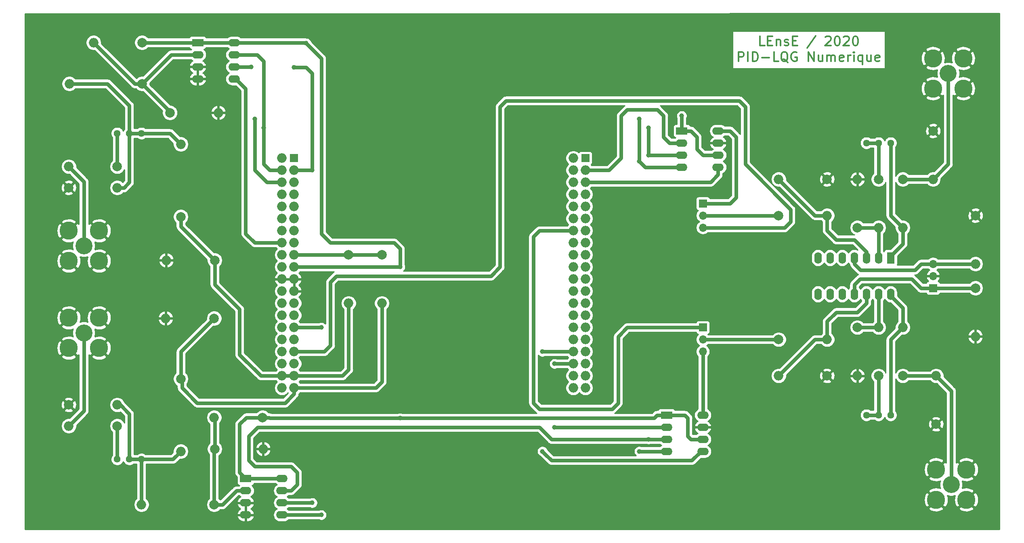
<source format=gbr>
%TF.GenerationSoftware,KiCad,Pcbnew,(5.1.6)-1*%
%TF.CreationDate,2020-11-12T09:17:09+01:00*%
%TF.ProjectId,carteAdaptatrice,63617274-6541-4646-9170-746174726963,rev?*%
%TF.SameCoordinates,Original*%
%TF.FileFunction,Copper,L2,Bot*%
%TF.FilePolarity,Positive*%
%FSLAX46Y46*%
G04 Gerber Fmt 4.6, Leading zero omitted, Abs format (unit mm)*
G04 Created by KiCad (PCBNEW (5.1.6)-1) date 2020-11-12 09:17:09*
%MOMM*%
%LPD*%
G01*
G04 APERTURE LIST*
%TA.AperFunction,NonConductor*%
%ADD10C,0.300000*%
%TD*%
%TA.AperFunction,ComponentPad*%
%ADD11O,2.000000X2.000000*%
%TD*%
%TA.AperFunction,ComponentPad*%
%ADD12C,2.000000*%
%TD*%
%TA.AperFunction,ComponentPad*%
%ADD13C,3.810000*%
%TD*%
%TA.AperFunction,ComponentPad*%
%ADD14C,3.556000*%
%TD*%
%TA.AperFunction,ComponentPad*%
%ADD15R,1.700000X1.700000*%
%TD*%
%TA.AperFunction,ComponentPad*%
%ADD16O,1.700000X1.700000*%
%TD*%
%TA.AperFunction,ComponentPad*%
%ADD17C,1.440000*%
%TD*%
%TA.AperFunction,ComponentPad*%
%ADD18R,1.600000X2.400000*%
%TD*%
%TA.AperFunction,ComponentPad*%
%ADD19O,1.600000X2.400000*%
%TD*%
%TA.AperFunction,ComponentPad*%
%ADD20R,2.400000X1.600000*%
%TD*%
%TA.AperFunction,ComponentPad*%
%ADD21O,2.400000X1.600000*%
%TD*%
%TA.AperFunction,ViaPad*%
%ADD22C,1.000000*%
%TD*%
%TA.AperFunction,Conductor*%
%ADD23C,0.800000*%
%TD*%
%TA.AperFunction,Conductor*%
%ADD24C,0.254000*%
%TD*%
G04 APERTURE END LIST*
D10*
X212329285Y-72279761D02*
X211376904Y-72279761D01*
X211376904Y-70279761D01*
X212995952Y-71232142D02*
X213662619Y-71232142D01*
X213948333Y-72279761D02*
X212995952Y-72279761D01*
X212995952Y-70279761D01*
X213948333Y-70279761D01*
X214805476Y-70946428D02*
X214805476Y-72279761D01*
X214805476Y-71136904D02*
X214900714Y-71041666D01*
X215091190Y-70946428D01*
X215376904Y-70946428D01*
X215567380Y-71041666D01*
X215662619Y-71232142D01*
X215662619Y-72279761D01*
X216519761Y-72184523D02*
X216710238Y-72279761D01*
X217091190Y-72279761D01*
X217281666Y-72184523D01*
X217376904Y-71994047D01*
X217376904Y-71898809D01*
X217281666Y-71708333D01*
X217091190Y-71613095D01*
X216805476Y-71613095D01*
X216615000Y-71517857D01*
X216519761Y-71327380D01*
X216519761Y-71232142D01*
X216615000Y-71041666D01*
X216805476Y-70946428D01*
X217091190Y-70946428D01*
X217281666Y-71041666D01*
X218234047Y-71232142D02*
X218900714Y-71232142D01*
X219186428Y-72279761D02*
X218234047Y-72279761D01*
X218234047Y-70279761D01*
X219186428Y-70279761D01*
X222995952Y-70184523D02*
X221281666Y-72755952D01*
X225091190Y-70470238D02*
X225186428Y-70375000D01*
X225376904Y-70279761D01*
X225853095Y-70279761D01*
X226043571Y-70375000D01*
X226138809Y-70470238D01*
X226234047Y-70660714D01*
X226234047Y-70851190D01*
X226138809Y-71136904D01*
X224995952Y-72279761D01*
X226234047Y-72279761D01*
X227472142Y-70279761D02*
X227662619Y-70279761D01*
X227853095Y-70375000D01*
X227948333Y-70470238D01*
X228043571Y-70660714D01*
X228138809Y-71041666D01*
X228138809Y-71517857D01*
X228043571Y-71898809D01*
X227948333Y-72089285D01*
X227853095Y-72184523D01*
X227662619Y-72279761D01*
X227472142Y-72279761D01*
X227281666Y-72184523D01*
X227186428Y-72089285D01*
X227091190Y-71898809D01*
X226995952Y-71517857D01*
X226995952Y-71041666D01*
X227091190Y-70660714D01*
X227186428Y-70470238D01*
X227281666Y-70375000D01*
X227472142Y-70279761D01*
X228900714Y-70470238D02*
X228995952Y-70375000D01*
X229186428Y-70279761D01*
X229662619Y-70279761D01*
X229853095Y-70375000D01*
X229948333Y-70470238D01*
X230043571Y-70660714D01*
X230043571Y-70851190D01*
X229948333Y-71136904D01*
X228805476Y-72279761D01*
X230043571Y-72279761D01*
X231281666Y-70279761D02*
X231472142Y-70279761D01*
X231662619Y-70375000D01*
X231757857Y-70470238D01*
X231853095Y-70660714D01*
X231948333Y-71041666D01*
X231948333Y-71517857D01*
X231853095Y-71898809D01*
X231757857Y-72089285D01*
X231662619Y-72184523D01*
X231472142Y-72279761D01*
X231281666Y-72279761D01*
X231091190Y-72184523D01*
X230995952Y-72089285D01*
X230900714Y-71898809D01*
X230805476Y-71517857D01*
X230805476Y-71041666D01*
X230900714Y-70660714D01*
X230995952Y-70470238D01*
X231091190Y-70375000D01*
X231281666Y-70279761D01*
X206853095Y-75579761D02*
X206853095Y-73579761D01*
X207615000Y-73579761D01*
X207805476Y-73675000D01*
X207900714Y-73770238D01*
X207995952Y-73960714D01*
X207995952Y-74246428D01*
X207900714Y-74436904D01*
X207805476Y-74532142D01*
X207615000Y-74627380D01*
X206853095Y-74627380D01*
X208853095Y-75579761D02*
X208853095Y-73579761D01*
X209805476Y-75579761D02*
X209805476Y-73579761D01*
X210281666Y-73579761D01*
X210567380Y-73675000D01*
X210757857Y-73865476D01*
X210853095Y-74055952D01*
X210948333Y-74436904D01*
X210948333Y-74722619D01*
X210853095Y-75103571D01*
X210757857Y-75294047D01*
X210567380Y-75484523D01*
X210281666Y-75579761D01*
X209805476Y-75579761D01*
X211805476Y-74817857D02*
X213329285Y-74817857D01*
X215234047Y-75579761D02*
X214281666Y-75579761D01*
X214281666Y-73579761D01*
X217234047Y-75770238D02*
X217043571Y-75675000D01*
X216853095Y-75484523D01*
X216567380Y-75198809D01*
X216376904Y-75103571D01*
X216186428Y-75103571D01*
X216281666Y-75579761D02*
X216091190Y-75484523D01*
X215900714Y-75294047D01*
X215805476Y-74913095D01*
X215805476Y-74246428D01*
X215900714Y-73865476D01*
X216091190Y-73675000D01*
X216281666Y-73579761D01*
X216662619Y-73579761D01*
X216853095Y-73675000D01*
X217043571Y-73865476D01*
X217138809Y-74246428D01*
X217138809Y-74913095D01*
X217043571Y-75294047D01*
X216853095Y-75484523D01*
X216662619Y-75579761D01*
X216281666Y-75579761D01*
X219043571Y-73675000D02*
X218853095Y-73579761D01*
X218567380Y-73579761D01*
X218281666Y-73675000D01*
X218091190Y-73865476D01*
X217995952Y-74055952D01*
X217900714Y-74436904D01*
X217900714Y-74722619D01*
X217995952Y-75103571D01*
X218091190Y-75294047D01*
X218281666Y-75484523D01*
X218567380Y-75579761D01*
X218757857Y-75579761D01*
X219043571Y-75484523D01*
X219138809Y-75389285D01*
X219138809Y-74722619D01*
X218757857Y-74722619D01*
X221519761Y-75579761D02*
X221519761Y-73579761D01*
X222662619Y-75579761D01*
X222662619Y-73579761D01*
X224472142Y-74246428D02*
X224472142Y-75579761D01*
X223615000Y-74246428D02*
X223615000Y-75294047D01*
X223710238Y-75484523D01*
X223900714Y-75579761D01*
X224186428Y-75579761D01*
X224376904Y-75484523D01*
X224472142Y-75389285D01*
X225424523Y-75579761D02*
X225424523Y-74246428D01*
X225424523Y-74436904D02*
X225519761Y-74341666D01*
X225710238Y-74246428D01*
X225995952Y-74246428D01*
X226186428Y-74341666D01*
X226281666Y-74532142D01*
X226281666Y-75579761D01*
X226281666Y-74532142D02*
X226376904Y-74341666D01*
X226567380Y-74246428D01*
X226853095Y-74246428D01*
X227043571Y-74341666D01*
X227138809Y-74532142D01*
X227138809Y-75579761D01*
X228853095Y-75484523D02*
X228662619Y-75579761D01*
X228281666Y-75579761D01*
X228091190Y-75484523D01*
X227995952Y-75294047D01*
X227995952Y-74532142D01*
X228091190Y-74341666D01*
X228281666Y-74246428D01*
X228662619Y-74246428D01*
X228853095Y-74341666D01*
X228948333Y-74532142D01*
X228948333Y-74722619D01*
X227995952Y-74913095D01*
X229805476Y-75579761D02*
X229805476Y-74246428D01*
X229805476Y-74627380D02*
X229900714Y-74436904D01*
X229995952Y-74341666D01*
X230186428Y-74246428D01*
X230376904Y-74246428D01*
X231043571Y-75579761D02*
X231043571Y-74246428D01*
X231043571Y-73579761D02*
X230948333Y-73675000D01*
X231043571Y-73770238D01*
X231138809Y-73675000D01*
X231043571Y-73579761D01*
X231043571Y-73770238D01*
X232853095Y-74246428D02*
X232853095Y-76246428D01*
X232853095Y-75484523D02*
X232662619Y-75579761D01*
X232281666Y-75579761D01*
X232091190Y-75484523D01*
X231995952Y-75389285D01*
X231900714Y-75198809D01*
X231900714Y-74627380D01*
X231995952Y-74436904D01*
X232091190Y-74341666D01*
X232281666Y-74246428D01*
X232662619Y-74246428D01*
X232853095Y-74341666D01*
X234662619Y-74246428D02*
X234662619Y-75579761D01*
X233805476Y-74246428D02*
X233805476Y-75294047D01*
X233900714Y-75484523D01*
X234091190Y-75579761D01*
X234376904Y-75579761D01*
X234567380Y-75484523D01*
X234662619Y-75389285D01*
X236376904Y-75484523D02*
X236186428Y-75579761D01*
X235805476Y-75579761D01*
X235615000Y-75484523D01*
X235519761Y-75294047D01*
X235519761Y-74532142D01*
X235615000Y-74341666D01*
X235805476Y-74246428D01*
X236186428Y-74246428D01*
X236376904Y-74341666D01*
X236472142Y-74532142D01*
X236472142Y-74722619D01*
X235519761Y-74913095D01*
D11*
%TO.P,C3,2*%
%TO.N,Net-(C3-Pad2)*%
X247650000Y-100330000D03*
D12*
%TO.P,C3,1*%
%TO.N,GND*%
X247650000Y-90170000D03*
%TD*%
%TO.P,C4,1*%
%TO.N,GND*%
X248285000Y-151765000D03*
D11*
%TO.P,C4,2*%
%TO.N,Net-(C4-Pad2)*%
X248285000Y-141605000D03*
%TD*%
D12*
%TO.P,C5,1*%
%TO.N,Net-(C5-Pad1)*%
X215265000Y-107950000D03*
D11*
%TO.P,C5,2*%
%TO.N,Net-(C5-Pad2)*%
X225425000Y-107950000D03*
%TD*%
D12*
%TO.P,C6,1*%
%TO.N,Net-(C6-Pad1)*%
X215265000Y-133985000D03*
D11*
%TO.P,C6,2*%
%TO.N,Net-(C6-Pad2)*%
X225425000Y-133985000D03*
%TD*%
%TO.P,C7,2*%
%TO.N,VCC+*%
X256540000Y-118110000D03*
D12*
%TO.P,C7,1*%
%TO.N,GND*%
X256540000Y-107950000D03*
%TD*%
%TO.P,C8,1*%
%TO.N,VCC-*%
X256540000Y-123190000D03*
D11*
%TO.P,C8,2*%
%TO.N,GND*%
X256540000Y-133350000D03*
%TD*%
D13*
%TO.P,J1,2*%
%TO.N,GND*%
X66421000Y-111125000D03*
D14*
%TO.P,J1,1*%
%TO.N,Net-(J1-Pad1)*%
X69596000Y-114300000D03*
D13*
%TO.P,J1,2*%
%TO.N,GND*%
X72771000Y-111125000D03*
X66421000Y-117475000D03*
X72771000Y-117475000D03*
%TD*%
%TO.P,J2,2*%
%TO.N,GND*%
X72771000Y-135763000D03*
X66421000Y-135763000D03*
X72771000Y-129413000D03*
D14*
%TO.P,J2,1*%
%TO.N,Net-(J2-Pad1)*%
X69596000Y-132588000D03*
D13*
%TO.P,J2,2*%
%TO.N,GND*%
X66421000Y-129413000D03*
%TD*%
D15*
%TO.P,J3,1*%
%TO.N,Net-(J3-Pad1)*%
X113665000Y-95885000D03*
D11*
%TO.P,J3,2*%
%TO.N,Net-(J3-Pad2)*%
X111125000Y-95885000D03*
%TO.P,J3,3*%
%TO.N,MISO*%
X113665000Y-98425000D03*
%TO.P,J3,4*%
%TO.N,SCK*%
X111125000Y-98425000D03*
%TO.P,J3,5*%
%TO.N,Net-(J3-Pad5)*%
X113665000Y-100965000D03*
%TO.P,J3,6*%
%TO.N,MOSI*%
X111125000Y-100965000D03*
%TO.P,J3,7*%
%TO.N,Net-(J3-Pad7)*%
X113665000Y-103505000D03*
%TO.P,J3,8*%
%TO.N,Net-(J3-Pad8)*%
X111125000Y-103505000D03*
%TO.P,J3,9*%
%TO.N,Net-(J3-Pad9)*%
X113665000Y-106045000D03*
%TO.P,J3,10*%
%TO.N,Net-(J3-Pad10)*%
X111125000Y-106045000D03*
%TO.P,J3,11*%
%TO.N,Net-(J3-Pad11)*%
X113665000Y-108585000D03*
%TO.P,J3,12*%
%TO.N,Net-(J3-Pad12)*%
X111125000Y-108585000D03*
%TO.P,J3,13*%
%TO.N,Net-(J3-Pad13)*%
X113665000Y-111125000D03*
%TO.P,J3,14*%
%TO.N,Net-(J3-Pad14)*%
X111125000Y-111125000D03*
%TO.P,J3,15*%
%TO.N,Net-(J3-Pad15)*%
X113665000Y-113665000D03*
%TO.P,J3,16*%
%TO.N,CS_ADC1*%
X111125000Y-113665000D03*
%TO.P,J3,17*%
%TO.N,3.3V*%
X113665000Y-116205000D03*
%TO.P,J3,18*%
%TO.N,Net-(J3-Pad18)*%
X111125000Y-116205000D03*
%TO.P,J3,19*%
%TO.N,5V*%
X113665000Y-118745000D03*
%TO.P,J3,20*%
%TO.N,Net-(J3-Pad20)*%
X111125000Y-118745000D03*
%TO.P,J3,21*%
%TO.N,GND*%
X113665000Y-121285000D03*
%TO.P,J3,22*%
X111125000Y-121285000D03*
%TO.P,J3,23*%
X113665000Y-123825000D03*
%TO.P,J3,24*%
%TO.N,Net-(J3-Pad24)*%
X111125000Y-123825000D03*
%TO.P,J3,25*%
%TO.N,Net-(J3-Pad25)*%
X113665000Y-126365000D03*
%TO.P,J3,26*%
%TO.N,Net-(J3-Pad26)*%
X111125000Y-126365000D03*
%TO.P,J3,27*%
%TO.N,Net-(J3-Pad27)*%
X113665000Y-128905000D03*
%TO.P,J3,28*%
%TO.N,Net-(J3-Pad28)*%
X111125000Y-128905000D03*
%TO.P,J3,29*%
%TO.N,CS_ADC2*%
X113665000Y-131445000D03*
%TO.P,J3,30*%
%TO.N,Net-(J3-Pad30)*%
X111125000Y-131445000D03*
%TO.P,J3,31*%
%TO.N,Net-(J3-Pad31)*%
X113665000Y-133985000D03*
%TO.P,J3,32*%
%TO.N,Net-(J3-Pad32)*%
X111125000Y-133985000D03*
%TO.P,J3,33*%
%TO.N,V_OUT_X*%
X113665000Y-136525000D03*
%TO.P,J3,34*%
%TO.N,Net-(J3-Pad34)*%
X111125000Y-136525000D03*
%TO.P,J3,35*%
%TO.N,Net-(J3-Pad35)*%
X113665000Y-139065000D03*
%TO.P,J3,36*%
%TO.N,Net-(J3-Pad36)*%
X111125000Y-139065000D03*
%TO.P,J3,37*%
%TO.N,V_IN_X*%
X113665000Y-141605000D03*
%TO.P,J3,38*%
X111125000Y-141605000D03*
%TO.P,J3,39*%
%TO.N,V_IN_Y*%
X113665000Y-144145000D03*
%TO.P,J3,40*%
%TO.N,Net-(J3-Pad40)*%
X111125000Y-144145000D03*
%TD*%
%TO.P,J4,40*%
%TO.N,Net-(J4-Pad40)*%
X172212000Y-144145000D03*
%TO.P,J4,39*%
%TO.N,Net-(J4-Pad39)*%
X174752000Y-144145000D03*
%TO.P,J4,38*%
%TO.N,Net-(J4-Pad38)*%
X172212000Y-141605000D03*
%TO.P,J4,37*%
%TO.N,Net-(J4-Pad37)*%
X174752000Y-141605000D03*
%TO.P,J4,36*%
%TO.N,CS_DAC2*%
X172212000Y-139065000D03*
%TO.P,J4,35*%
%TO.N,Net-(J4-Pad35)*%
X174752000Y-139065000D03*
%TO.P,J4,34*%
%TO.N,LDAC2*%
X172212000Y-136525000D03*
%TO.P,J4,33*%
%TO.N,Net-(J4-Pad33)*%
X174752000Y-136525000D03*
%TO.P,J4,32*%
%TO.N,Net-(J4-Pad32)*%
X172212000Y-133985000D03*
%TO.P,J4,31*%
%TO.N,Net-(J4-Pad31)*%
X174752000Y-133985000D03*
%TO.P,J4,30*%
%TO.N,Net-(J4-Pad30)*%
X172212000Y-131445000D03*
%TO.P,J4,29*%
%TO.N,Net-(J4-Pad29)*%
X174752000Y-131445000D03*
%TO.P,J4,28*%
%TO.N,Net-(J4-Pad28)*%
X172212000Y-128905000D03*
%TO.P,J4,27*%
%TO.N,Net-(J4-Pad27)*%
X174752000Y-128905000D03*
%TO.P,J4,26*%
%TO.N,Net-(J4-Pad26)*%
X172212000Y-126365000D03*
%TO.P,J4,25*%
%TO.N,Net-(J4-Pad25)*%
X174752000Y-126365000D03*
%TO.P,J4,24*%
%TO.N,Net-(J4-Pad24)*%
X172212000Y-123825000D03*
%TO.P,J4,23*%
%TO.N,Net-(J4-Pad23)*%
X174752000Y-123825000D03*
%TO.P,J4,22*%
%TO.N,Net-(J4-Pad22)*%
X172212000Y-121285000D03*
%TO.P,J4,21*%
%TO.N,Net-(J4-Pad21)*%
X174752000Y-121285000D03*
%TO.P,J4,20*%
%TO.N,Net-(J4-Pad20)*%
X172212000Y-118745000D03*
%TO.P,J4,19*%
%TO.N,Net-(J4-Pad19)*%
X174752000Y-118745000D03*
%TO.P,J4,18*%
%TO.N,Net-(J4-Pad18)*%
X172212000Y-116205000D03*
%TO.P,J4,17*%
%TO.N,Net-(J4-Pad17)*%
X174752000Y-116205000D03*
%TO.P,J4,16*%
%TO.N,Net-(J4-Pad16)*%
X172212000Y-113665000D03*
%TO.P,J4,15*%
%TO.N,Net-(J4-Pad15)*%
X174752000Y-113665000D03*
%TO.P,J4,14*%
%TO.N,V_OUT_Y*%
X172212000Y-111125000D03*
%TO.P,J4,13*%
%TO.N,Net-(J4-Pad13)*%
X174752000Y-111125000D03*
%TO.P,J4,12*%
%TO.N,Net-(J4-Pad12)*%
X172212000Y-108585000D03*
%TO.P,J4,11*%
%TO.N,Net-(J4-Pad11)*%
X174752000Y-108585000D03*
%TO.P,J4,10*%
%TO.N,Net-(J4-Pad10)*%
X172212000Y-106045000D03*
%TO.P,J4,9*%
%TO.N,Net-(J4-Pad9)*%
X174752000Y-106045000D03*
%TO.P,J4,8*%
%TO.N,Net-(J4-Pad8)*%
X172212000Y-103505000D03*
%TO.P,J4,7*%
%TO.N,Net-(J4-Pad7)*%
X174752000Y-103505000D03*
%TO.P,J4,6*%
%TO.N,Net-(J4-Pad6)*%
X172212000Y-100965000D03*
%TO.P,J4,5*%
%TO.N,LDAC1*%
X174752000Y-100965000D03*
%TO.P,J4,4*%
%TO.N,Net-(J4-Pad4)*%
X172212000Y-98425000D03*
%TO.P,J4,3*%
%TO.N,CS_DAC1*%
X174752000Y-98425000D03*
%TO.P,J4,2*%
%TO.N,Net-(J4-Pad2)*%
X172212000Y-95885000D03*
D15*
%TO.P,J4,1*%
%TO.N,Net-(J4-Pad1)*%
X174752000Y-95885000D03*
%TD*%
%TO.P,J5,1*%
%TO.N,VCC-*%
X247650000Y-123190000D03*
D16*
%TO.P,J5,2*%
%TO.N,GND*%
X247650000Y-120650000D03*
%TO.P,J5,3*%
%TO.N,VCC+*%
X247650000Y-118110000D03*
%TD*%
D13*
%TO.P,J6,2*%
%TO.N,GND*%
X247650000Y-74930000D03*
D14*
%TO.P,J6,1*%
%TO.N,Net-(C3-Pad2)*%
X250825000Y-78105000D03*
D13*
%TO.P,J6,2*%
%TO.N,GND*%
X254000000Y-74930000D03*
X247650000Y-81280000D03*
X254000000Y-81280000D03*
%TD*%
%TO.P,J7,2*%
%TO.N,GND*%
X254635000Y-167640000D03*
X248285000Y-167640000D03*
X254635000Y-161290000D03*
D14*
%TO.P,J7,1*%
%TO.N,Net-(C4-Pad2)*%
X251460000Y-164465000D03*
D13*
%TO.P,J7,2*%
%TO.N,GND*%
X248285000Y-161290000D03*
%TD*%
D16*
%TO.P,J8,3*%
%TO.N,V_OUT_X*%
X199390000Y-110490000D03*
%TO.P,J8,2*%
%TO.N,Net-(C5-Pad1)*%
X199390000Y-107950000D03*
D15*
%TO.P,J8,1*%
%TO.N,V_OUT_X_DAC*%
X199390000Y-105410000D03*
%TD*%
%TO.P,J9,1*%
%TO.N,V_OUT_Y*%
X199390000Y-131445000D03*
D16*
%TO.P,J9,2*%
%TO.N,Net-(C6-Pad1)*%
X199390000Y-133985000D03*
%TO.P,J9,3*%
%TO.N,V_OUT_Y_DAC*%
X199390000Y-136525000D03*
%TD*%
D12*
%TO.P,R1,1*%
%TO.N,Net-(R1-Pad1)*%
X76581000Y-97663000D03*
D11*
%TO.P,R1,2*%
%TO.N,Net-(J1-Pad1)*%
X66421000Y-97663000D03*
%TD*%
%TO.P,R2,2*%
%TO.N,Net-(J2-Pad1)*%
X66421000Y-152146000D03*
D12*
%TO.P,R2,1*%
%TO.N,Net-(R2-Pad1)*%
X76581000Y-152146000D03*
%TD*%
%TO.P,R3,1*%
%TO.N,GND*%
X66421000Y-102108000D03*
D11*
%TO.P,R3,2*%
%TO.N,V_IN_X_5*%
X76581000Y-102108000D03*
%TD*%
D12*
%TO.P,R4,1*%
%TO.N,GND*%
X66421000Y-147701000D03*
D11*
%TO.P,R4,2*%
%TO.N,V_IN_Y_5*%
X76581000Y-147701000D03*
%TD*%
%TO.P,R5,2*%
%TO.N,V_IN_X*%
X125095000Y-126365000D03*
D12*
%TO.P,R5,1*%
%TO.N,3.3V*%
X125095000Y-116205000D03*
%TD*%
D11*
%TO.P,R6,2*%
%TO.N,GND*%
X86868000Y-117348000D03*
D12*
%TO.P,R6,1*%
%TO.N,V_IN_X*%
X97028000Y-117348000D03*
%TD*%
%TO.P,R7,1*%
%TO.N,3.3V*%
X132080000Y-116205000D03*
D11*
%TO.P,R7,2*%
%TO.N,V_IN_Y*%
X132080000Y-126365000D03*
%TD*%
%TO.P,R8,2*%
%TO.N,GND*%
X86741000Y-129540000D03*
D12*
%TO.P,R8,1*%
%TO.N,V_IN_Y*%
X96901000Y-129540000D03*
%TD*%
D11*
%TO.P,R9,2*%
%TO.N,GND*%
X231775000Y-100330000D03*
D12*
%TO.P,R9,1*%
%TO.N,Net-(R11-Pad2)*%
X231775000Y-110490000D03*
%TD*%
D11*
%TO.P,R10,2*%
%TO.N,GND*%
X231775000Y-141605000D03*
D12*
%TO.P,R10,1*%
%TO.N,Net-(R10-Pad1)*%
X231775000Y-131445000D03*
%TD*%
%TO.P,R11,1*%
%TO.N,Net-(R11-Pad1)*%
X236220000Y-100330000D03*
D11*
%TO.P,R11,2*%
%TO.N,Net-(R11-Pad2)*%
X236220000Y-110490000D03*
%TD*%
D12*
%TO.P,R12,1*%
%TO.N,Net-(R12-Pad1)*%
X236220000Y-141605000D03*
D11*
%TO.P,R12,2*%
%TO.N,Net-(R10-Pad1)*%
X236220000Y-131445000D03*
%TD*%
%TO.P,R13,2*%
%TO.N,Net-(R13-Pad2)*%
X241300000Y-110490000D03*
D12*
%TO.P,R13,1*%
%TO.N,Net-(C3-Pad2)*%
X241300000Y-100330000D03*
%TD*%
%TO.P,R14,1*%
%TO.N,Net-(C4-Pad2)*%
X241300000Y-141605000D03*
D11*
%TO.P,R14,2*%
%TO.N,Net-(R14-Pad2)*%
X241300000Y-131445000D03*
%TD*%
%TO.P,R15,2*%
%TO.N,Net-(C5-Pad2)*%
X215265000Y-100330000D03*
D12*
%TO.P,R15,1*%
%TO.N,GND*%
X225425000Y-100330000D03*
%TD*%
D11*
%TO.P,R16,2*%
%TO.N,Net-(C6-Pad2)*%
X215265000Y-141605000D03*
D12*
%TO.P,R16,1*%
%TO.N,GND*%
X225425000Y-141605000D03*
%TD*%
D17*
%TO.P,RV1,3*%
%TO.N,Net-(R1-Pad1)*%
X76581000Y-90678000D03*
%TO.P,RV1,2*%
%TO.N,V_IN_X_5*%
X79121000Y-90678000D03*
%TO.P,RV1,1*%
X81661000Y-90678000D03*
%TD*%
%TO.P,RV2,1*%
%TO.N,V_IN_Y_5*%
X81661000Y-159131000D03*
%TO.P,RV2,2*%
X79121000Y-159131000D03*
%TO.P,RV2,3*%
%TO.N,Net-(R2-Pad1)*%
X76581000Y-159131000D03*
%TD*%
%TO.P,RV3,1*%
%TO.N,Net-(R11-Pad1)*%
X233680000Y-92710000D03*
%TO.P,RV3,2*%
X236220000Y-92710000D03*
%TO.P,RV3,3*%
%TO.N,Net-(R13-Pad2)*%
X238760000Y-92710000D03*
%TD*%
%TO.P,RV4,3*%
%TO.N,Net-(R14-Pad2)*%
X238760000Y-149860000D03*
%TO.P,RV4,2*%
%TO.N,Net-(R12-Pad1)*%
X236220000Y-149860000D03*
%TO.P,RV4,1*%
X233680000Y-149860000D03*
%TD*%
D18*
%TO.P,U1,1*%
%TO.N,Net-(R13-Pad2)*%
X238760000Y-116840000D03*
D19*
%TO.P,U1,8*%
%TO.N,N/C*%
X223520000Y-124460000D03*
%TO.P,U1,2*%
%TO.N,Net-(R11-Pad2)*%
X236220000Y-116840000D03*
%TO.P,U1,9*%
%TO.N,N/C*%
X226060000Y-124460000D03*
%TO.P,U1,3*%
%TO.N,Net-(C5-Pad2)*%
X233680000Y-116840000D03*
%TO.P,U1,10*%
%TO.N,N/C*%
X228600000Y-124460000D03*
%TO.P,U1,4*%
%TO.N,VCC+*%
X231140000Y-116840000D03*
%TO.P,U1,11*%
%TO.N,VCC-*%
X231140000Y-124460000D03*
%TO.P,U1,5*%
%TO.N,N/C*%
X228600000Y-116840000D03*
%TO.P,U1,12*%
%TO.N,Net-(C6-Pad2)*%
X233680000Y-124460000D03*
%TO.P,U1,6*%
%TO.N,N/C*%
X226060000Y-116840000D03*
%TO.P,U1,13*%
%TO.N,Net-(R10-Pad1)*%
X236220000Y-124460000D03*
%TO.P,U1,7*%
%TO.N,N/C*%
X223520000Y-116840000D03*
%TO.P,U1,14*%
%TO.N,Net-(R14-Pad2)*%
X238760000Y-124460000D03*
%TD*%
D20*
%TO.P,U2,1*%
%TO.N,5V*%
X93472000Y-71628000D03*
D21*
%TO.P,U2,5*%
%TO.N,CS_ADC1*%
X101092000Y-79248000D03*
%TO.P,U2,2*%
%TO.N,Net-(C9-Pad1)*%
X93472000Y-74168000D03*
%TO.P,U2,6*%
%TO.N,MISO*%
X101092000Y-76708000D03*
%TO.P,U2,3*%
%TO.N,GND*%
X93472000Y-76708000D03*
%TO.P,U2,7*%
%TO.N,SCK*%
X101092000Y-74168000D03*
%TO.P,U2,4*%
%TO.N,GND*%
X93472000Y-79248000D03*
%TO.P,U2,8*%
%TO.N,5V*%
X101092000Y-71628000D03*
%TD*%
%TO.P,U3,8*%
%TO.N,5V*%
X111125000Y-163195000D03*
%TO.P,U3,4*%
%TO.N,GND*%
X103505000Y-170815000D03*
%TO.P,U3,7*%
%TO.N,SCK*%
X111125000Y-165735000D03*
%TO.P,U3,3*%
%TO.N,GND*%
X103505000Y-168275000D03*
%TO.P,U3,6*%
%TO.N,MISO*%
X111125000Y-168275000D03*
%TO.P,U3,2*%
%TO.N,Net-(C10-Pad1)*%
X103505000Y-165735000D03*
%TO.P,U3,5*%
%TO.N,CS_ADC2*%
X111125000Y-170815000D03*
D20*
%TO.P,U3,1*%
%TO.N,5V*%
X103505000Y-163195000D03*
%TD*%
D21*
%TO.P,U4,8*%
%TO.N,V_OUT_X_DAC*%
X202565000Y-90170000D03*
%TO.P,U4,4*%
%TO.N,MOSI*%
X194945000Y-97790000D03*
%TO.P,U4,7*%
%TO.N,GND*%
X202565000Y-92710000D03*
%TO.P,U4,3*%
%TO.N,SCK*%
X194945000Y-95250000D03*
%TO.P,U4,6*%
%TO.N,5V*%
X202565000Y-95250000D03*
%TO.P,U4,2*%
%TO.N,CS_DAC1*%
X194945000Y-92710000D03*
%TO.P,U4,5*%
%TO.N,LDAC1*%
X202565000Y-97790000D03*
D20*
%TO.P,U4,1*%
%TO.N,5V*%
X194945000Y-90170000D03*
%TD*%
%TO.P,U5,1*%
%TO.N,5V*%
X191770000Y-149860000D03*
D21*
%TO.P,U5,5*%
%TO.N,LDAC2*%
X199390000Y-157480000D03*
%TO.P,U5,2*%
%TO.N,CS_DAC2*%
X191770000Y-152400000D03*
%TO.P,U5,6*%
%TO.N,5V*%
X199390000Y-154940000D03*
%TO.P,U5,3*%
%TO.N,SCK*%
X191770000Y-154940000D03*
%TO.P,U5,7*%
%TO.N,GND*%
X199390000Y-152400000D03*
%TO.P,U5,4*%
%TO.N,MOSI*%
X191770000Y-157480000D03*
%TO.P,U5,8*%
%TO.N,V_OUT_Y_DAC*%
X199390000Y-149860000D03*
%TD*%
D11*
%TO.P,C9,2*%
%TO.N,V_IN_X_5*%
X66548000Y-80264000D03*
D12*
%TO.P,C9,1*%
%TO.N,Net-(C9-Pad1)*%
X81788000Y-80264000D03*
%TD*%
%TO.P,C10,1*%
%TO.N,Net-(C10-Pad1)*%
X96901000Y-168656000D03*
D11*
%TO.P,C10,2*%
%TO.N,V_IN_Y_5*%
X81661000Y-168656000D03*
%TD*%
D12*
%TO.P,R17,1*%
%TO.N,5V*%
X81788000Y-71628000D03*
D11*
%TO.P,R17,2*%
%TO.N,Net-(C9-Pad1)*%
X71628000Y-71628000D03*
%TD*%
%TO.P,R18,2*%
%TO.N,GND*%
X97790000Y-86360000D03*
D12*
%TO.P,R18,1*%
%TO.N,Net-(C9-Pad1)*%
X87630000Y-86360000D03*
%TD*%
%TO.P,R19,1*%
%TO.N,5V*%
X107061000Y-150368000D03*
D11*
%TO.P,R19,2*%
%TO.N,Net-(C10-Pad1)*%
X96901000Y-150368000D03*
%TD*%
%TO.P,R20,2*%
%TO.N,GND*%
X107188000Y-156972000D03*
D12*
%TO.P,R20,1*%
%TO.N,Net-(C10-Pad1)*%
X97028000Y-156972000D03*
%TD*%
%TO.P,C1,1*%
%TO.N,V_IN_X*%
X89916000Y-108204000D03*
D11*
%TO.P,C1,2*%
%TO.N,V_IN_X_5*%
X89916000Y-92964000D03*
%TD*%
%TO.P,C2,2*%
%TO.N,V_IN_Y_5*%
X89916000Y-157480000D03*
D12*
%TO.P,C2,1*%
%TO.N,V_IN_Y*%
X89916000Y-142240000D03*
%TD*%
D22*
%TO.N,SCK*%
X187960000Y-89535000D03*
X107315000Y-89535000D03*
X187960000Y-154940000D03*
X187960000Y-95250000D03*
%TO.N,MISO*%
X104648000Y-76708000D03*
X113665000Y-76835000D03*
X117475000Y-98425000D03*
X117475000Y-168275000D03*
%TO.N,MOSI*%
X186055000Y-157480000D03*
X186055000Y-96520000D03*
X186055000Y-87630000D03*
X105410000Y-87630000D03*
%TO.N,CS_ADC2*%
X119380000Y-170815000D03*
X119380000Y-131445000D03*
%TO.N,5V*%
X135890000Y-118745000D03*
X194945000Y-86995000D03*
X135890000Y-150494998D03*
X116205000Y-71755000D03*
%TO.N,CS_DAC2*%
X168275000Y-139065000D03*
X168275000Y-152400000D03*
%TO.N,LDAC2*%
X165735000Y-136525000D03*
X165735000Y-157480000D03*
%TD*%
D23*
%TO.N,V_IN_X*%
X89916000Y-110236000D02*
X97028000Y-117348000D01*
X89916000Y-108204000D02*
X89916000Y-110236000D01*
X97028000Y-117348000D02*
X97028000Y-122428000D01*
X97028000Y-122428000D02*
X102235000Y-127635000D01*
X102235000Y-127635000D02*
X102235000Y-137160000D01*
X106680000Y-141605000D02*
X111125000Y-141605000D01*
X102235000Y-137160000D02*
X106680000Y-141605000D01*
X111125000Y-141605000D02*
X113665000Y-141605000D01*
X125095000Y-140335000D02*
X125095000Y-126365000D01*
X113665000Y-141605000D02*
X123825000Y-141605000D01*
X123825000Y-141605000D02*
X125095000Y-140335000D01*
%TO.N,V_IN_Y*%
X89916000Y-136525000D02*
X96901000Y-129540000D01*
X89916000Y-142240000D02*
X89916000Y-136525000D01*
X113665000Y-145415000D02*
X113665000Y-144145000D01*
X111760000Y-147320000D02*
X113665000Y-145415000D01*
X93345000Y-147320000D02*
X111760000Y-147320000D01*
X89916000Y-142240000D02*
X90170000Y-142494000D01*
X90170000Y-144145000D02*
X93345000Y-147320000D01*
X90170000Y-142494000D02*
X90170000Y-144145000D01*
X130810000Y-144145000D02*
X113665000Y-144145000D01*
X132080000Y-126365000D02*
X132080000Y-142875000D01*
X132080000Y-142875000D02*
X130810000Y-144145000D01*
%TO.N,Net-(C3-Pad2)*%
X241300000Y-100330000D02*
X247650000Y-100330000D01*
X250825000Y-97155000D02*
X247650000Y-100330000D01*
X250825000Y-78105000D02*
X250825000Y-97155000D01*
%TO.N,Net-(C4-Pad2)*%
X241300000Y-141605000D02*
X248285000Y-141605000D01*
X251460000Y-144780000D02*
X248285000Y-141605000D01*
X251460000Y-164465000D02*
X251460000Y-144780000D01*
%TO.N,Net-(C5-Pad1)*%
X213850787Y-107950000D02*
X199390000Y-107950000D01*
X215265000Y-107950000D02*
X213850787Y-107950000D01*
%TO.N,Net-(C5-Pad2)*%
X233680000Y-116840000D02*
X233680000Y-115570000D01*
X233680000Y-115570000D02*
X231140000Y-113030000D01*
X231140000Y-113030000D02*
X227330000Y-113030000D01*
X225425000Y-111125000D02*
X225425000Y-107950000D01*
X227330000Y-113030000D02*
X225425000Y-111125000D01*
X222885000Y-107950000D02*
X225425000Y-107950000D01*
X215265000Y-100330000D02*
X222885000Y-107950000D01*
%TO.N,Net-(C6-Pad1)*%
X199390000Y-133985000D02*
X215265000Y-133985000D01*
%TO.N,Net-(C6-Pad2)*%
X225425000Y-133985000D02*
X225425000Y-130175000D01*
X225425000Y-130175000D02*
X227330000Y-128270000D01*
X227330000Y-128270000D02*
X231775000Y-128270000D01*
X231775000Y-128270000D02*
X233680000Y-126365000D01*
X233680000Y-126365000D02*
X233680000Y-124460000D01*
X222885000Y-133985000D02*
X225425000Y-133985000D01*
X215265000Y-141605000D02*
X222885000Y-133985000D01*
%TO.N,VCC+*%
X231140000Y-118110000D02*
X231140000Y-116840000D01*
X232410000Y-119380000D02*
X231140000Y-118110000D01*
X243840000Y-119380000D02*
X232410000Y-119380000D01*
X247650000Y-118110000D02*
X245110000Y-118110000D01*
X245110000Y-118110000D02*
X243840000Y-119380000D01*
X252095000Y-118110000D02*
X247650000Y-118110000D01*
X256540000Y-118110000D02*
X252095000Y-118110000D01*
%TO.N,VCC-*%
X231140000Y-122460000D02*
X232315000Y-121285000D01*
X231140000Y-124460000D02*
X231140000Y-122460000D01*
X232315000Y-121285000D02*
X243205000Y-121285000D01*
X245110000Y-123190000D02*
X247650000Y-123190000D01*
X243205000Y-121285000D02*
X245110000Y-123190000D01*
X252730000Y-123190000D02*
X256540000Y-123190000D01*
X247650000Y-123190000D02*
X252730000Y-123190000D01*
%TO.N,Net-(J1-Pad1)*%
X69596000Y-100838000D02*
X66421000Y-97663000D01*
X69596000Y-114300000D02*
X69596000Y-100838000D01*
%TO.N,Net-(J2-Pad1)*%
X69596000Y-148971000D02*
X66421000Y-152146000D01*
X69596000Y-132588000D02*
X69596000Y-148971000D01*
%TO.N,SCK*%
X105918000Y-74168000D02*
X101092000Y-74168000D01*
X107315000Y-75565000D02*
X105918000Y-74168000D01*
X107315000Y-97155000D02*
X107315000Y-75565000D01*
X111125000Y-98425000D02*
X108585000Y-98425000D01*
X108585000Y-98425000D02*
X107315000Y-97155000D01*
X194945000Y-95250000D02*
X189865000Y-95250000D01*
X187960000Y-154940000D02*
X191770000Y-154940000D01*
X187960000Y-89535000D02*
X187960000Y-95250000D01*
X189865000Y-95250000D02*
X187960000Y-95250000D01*
X165100000Y-152400000D02*
X167640000Y-154940000D01*
X104140000Y-154305000D02*
X106045000Y-152400000D01*
X104140000Y-159385000D02*
X104140000Y-154305000D01*
X113030000Y-165735000D02*
X114300000Y-164465000D01*
X114300000Y-164465000D02*
X114300000Y-161925000D01*
X111125000Y-165735000D02*
X113030000Y-165735000D01*
X167640000Y-154940000D02*
X187960000Y-154940000D01*
X114300000Y-161925000D02*
X113030000Y-160655000D01*
X106045000Y-152400000D02*
X165100000Y-152400000D01*
X113030000Y-160655000D02*
X105410000Y-160655000D01*
X105410000Y-160655000D02*
X104140000Y-159385000D01*
%TO.N,MISO*%
X101092000Y-76708000D02*
X104648000Y-76708000D01*
X113665000Y-98425000D02*
X116205000Y-98425000D01*
X116205000Y-98425000D02*
X117475000Y-98425000D01*
X111125000Y-168275000D02*
X117475000Y-168275000D01*
X116205000Y-76835000D02*
X113665000Y-76835000D01*
X117475000Y-98425000D02*
X117475000Y-78105000D01*
X117475000Y-78105000D02*
X116205000Y-76835000D01*
%TO.N,MOSI*%
X187325000Y-97790000D02*
X194945000Y-97790000D01*
X191770000Y-157480000D02*
X189770000Y-157480000D01*
X189770000Y-157480000D02*
X186055000Y-157480000D01*
X186055000Y-96520000D02*
X187325000Y-97790000D01*
X186055000Y-96520000D02*
X186055000Y-95812894D01*
X186055000Y-95812894D02*
X186055000Y-87630000D01*
X105410000Y-98425000D02*
X105410000Y-88337106D01*
X105410000Y-88337106D02*
X105410000Y-87630000D01*
X107950000Y-100965000D02*
X105410000Y-98425000D01*
X111125000Y-100965000D02*
X107950000Y-100965000D01*
%TO.N,CS_ADC1*%
X101473000Y-79248000D02*
X101092000Y-79248000D01*
X103505000Y-111760000D02*
X103505000Y-81280000D01*
X103505000Y-81280000D02*
X101473000Y-79248000D01*
X111125000Y-113665000D02*
X105410000Y-113665000D01*
X105410000Y-113665000D02*
X103505000Y-111760000D01*
%TO.N,CS_ADC2*%
X111125000Y-170815000D02*
X119380000Y-170815000D01*
X119380000Y-131445000D02*
X113665000Y-131445000D01*
%TO.N,3.3V*%
X113665000Y-116205000D02*
X128270000Y-116205000D01*
X128270000Y-116205000D02*
X132080000Y-116205000D01*
%TO.N,5V*%
X81788000Y-71628000D02*
X93472000Y-71628000D01*
X93472000Y-71628000D02*
X101092000Y-71628000D01*
X196850000Y-90170000D02*
X194945000Y-90170000D01*
X198120000Y-91440000D02*
X196850000Y-90170000D01*
X198120000Y-93980000D02*
X198120000Y-91440000D01*
X202565000Y-95250000D02*
X199390000Y-95250000D01*
X199390000Y-95250000D02*
X198120000Y-93980000D01*
X113665000Y-118745000D02*
X135890000Y-118745000D01*
X194945000Y-90170000D02*
X194945000Y-88570000D01*
X194945000Y-88570000D02*
X194945000Y-86995000D01*
X196215000Y-150495000D02*
X195580000Y-149860000D01*
X195580000Y-149860000D02*
X191770000Y-149860000D01*
X196215000Y-154305000D02*
X196215000Y-150495000D01*
X199390000Y-154940000D02*
X196850000Y-154940000D01*
X196850000Y-154940000D02*
X196215000Y-154305000D01*
X108475213Y-150368000D02*
X108602213Y-150495000D01*
X107061000Y-150368000D02*
X108475213Y-150368000D01*
X108602213Y-150495000D02*
X135890000Y-150495000D01*
X189770000Y-149860000D02*
X189135002Y-150494998D01*
X191770000Y-149860000D02*
X189770000Y-149860000D01*
X136597106Y-150494998D02*
X135890000Y-150494998D01*
X189135002Y-150494998D02*
X136597106Y-150494998D01*
X101092000Y-71628000D02*
X116078000Y-71628000D01*
X116078000Y-71628000D02*
X116205000Y-71755000D01*
X116704999Y-72254999D02*
X116205000Y-71755000D01*
X135890000Y-114935000D02*
X134620000Y-113665000D01*
X135890000Y-118745000D02*
X135890000Y-114935000D01*
X121285000Y-113665000D02*
X119380000Y-111760000D01*
X119380000Y-74930000D02*
X116704999Y-72254999D01*
X134620000Y-113665000D02*
X121285000Y-113665000D01*
X119380000Y-111760000D02*
X119380000Y-74930000D01*
X103505000Y-163195000D02*
X111125000Y-163195000D01*
X103632000Y-150368000D02*
X107061000Y-150368000D01*
X102235000Y-151765000D02*
X103632000Y-150368000D01*
X103505000Y-163195000D02*
X102235000Y-161925000D01*
X102235000Y-161925000D02*
X102235000Y-151765000D01*
%TO.N,V_OUT_X*%
X216535000Y-110490000D02*
X199390000Y-110490000D01*
X217805000Y-109220000D02*
X216535000Y-110490000D01*
X217805000Y-106680000D02*
X217805000Y-109220000D01*
X208280000Y-85090000D02*
X208280000Y-97155000D01*
X207010000Y-83820000D02*
X208280000Y-85090000D01*
X120015000Y-136525000D02*
X121285000Y-135255000D01*
X113665000Y-136525000D02*
X120015000Y-136525000D01*
X156845000Y-85090000D02*
X158115000Y-83820000D01*
X122555000Y-120650000D02*
X154940000Y-120650000D01*
X156845000Y-118745000D02*
X156845000Y-85090000D01*
X121285000Y-135255000D02*
X121285000Y-121920000D01*
X121285000Y-121920000D02*
X122555000Y-120650000D01*
X208280000Y-97155000D02*
X217805000Y-106680000D01*
X158115000Y-83820000D02*
X207010000Y-83820000D01*
X154940000Y-120650000D02*
X156845000Y-118745000D01*
%TO.N,V_OUT_Y*%
X181610000Y-133350000D02*
X183515000Y-131445000D01*
X181610000Y-147320000D02*
X181610000Y-133350000D01*
X165100000Y-111125000D02*
X163830000Y-112395000D01*
X165100000Y-148590000D02*
X180340000Y-148590000D01*
X172212000Y-111125000D02*
X165100000Y-111125000D01*
X163830000Y-112395000D02*
X163830000Y-147320000D01*
X163830000Y-147320000D02*
X165100000Y-148590000D01*
X183515000Y-131445000D02*
X199390000Y-131445000D01*
X180340000Y-148590000D02*
X181610000Y-147320000D01*
%TO.N,LDAC1*%
X202565000Y-99390000D02*
X202565000Y-97790000D01*
X200990000Y-100965000D02*
X202565000Y-99390000D01*
X174752000Y-100965000D02*
X200990000Y-100965000D01*
%TO.N,CS_DAC2*%
X172212000Y-139065000D02*
X168275000Y-139065000D01*
X191770000Y-152400000D02*
X168275000Y-152400000D01*
%TO.N,CS_DAC1*%
X192405000Y-92710000D02*
X194945000Y-92710000D01*
X191135000Y-91440000D02*
X192405000Y-92710000D01*
X191135000Y-86995000D02*
X191135000Y-91440000D01*
X179705000Y-98425000D02*
X182245000Y-95885000D01*
X182245000Y-86995000D02*
X183515000Y-85725000D01*
X183515000Y-85725000D02*
X189865000Y-85725000D01*
X174752000Y-98425000D02*
X179705000Y-98425000D01*
X182245000Y-95885000D02*
X182245000Y-86995000D01*
X189865000Y-85725000D02*
X191135000Y-86995000D01*
%TO.N,LDAC2*%
X172212000Y-136525000D02*
X165735000Y-136525000D01*
X166234999Y-157979999D02*
X165735000Y-157480000D01*
X197085000Y-159385000D02*
X167640000Y-159385000D01*
X199390000Y-157480000D02*
X198990000Y-157480000D01*
X167640000Y-159385000D02*
X166234999Y-157979999D01*
X198990000Y-157480000D02*
X197085000Y-159385000D01*
%TO.N,V_OUT_X_DAC*%
X206375000Y-91440000D02*
X205105000Y-90170000D01*
X205105000Y-90170000D02*
X202565000Y-90170000D01*
X206375000Y-104140000D02*
X206375000Y-91440000D01*
X199390000Y-105410000D02*
X205105000Y-105410000D01*
X205105000Y-105410000D02*
X206375000Y-104140000D01*
%TO.N,V_OUT_Y_DAC*%
X199390000Y-137727081D02*
X199390000Y-149860000D01*
X199390000Y-136525000D02*
X199390000Y-137727081D01*
%TO.N,Net-(R1-Pad1)*%
X76581000Y-97663000D02*
X76581000Y-90678000D01*
%TO.N,Net-(R2-Pad1)*%
X76581000Y-152146000D02*
X76581000Y-159131000D01*
%TO.N,Net-(R11-Pad2)*%
X236220000Y-110490000D02*
X236220000Y-116840000D01*
X231775000Y-110490000D02*
X236220000Y-110490000D01*
%TO.N,Net-(R10-Pad1)*%
X231775000Y-131445000D02*
X236220000Y-131445000D01*
X236220000Y-124460000D02*
X236220000Y-131445000D01*
%TO.N,Net-(R11-Pad1)*%
X233680000Y-92710000D02*
X236220000Y-92710000D01*
X236220000Y-92710000D02*
X236220000Y-100330000D01*
%TO.N,Net-(R12-Pad1)*%
X233680000Y-149860000D02*
X236220000Y-149860000D01*
X236220000Y-149860000D02*
X236220000Y-141605000D01*
%TO.N,Net-(R13-Pad2)*%
X238760000Y-107950000D02*
X241300000Y-110490000D01*
X238760000Y-92710000D02*
X238760000Y-107950000D01*
X238760000Y-116440000D02*
X241300000Y-113900000D01*
X238760000Y-116840000D02*
X238760000Y-116440000D01*
X241300000Y-113900000D02*
X241300000Y-110490000D01*
%TO.N,Net-(R14-Pad2)*%
X238760000Y-133985000D02*
X241300000Y-131445000D01*
X238760000Y-149860000D02*
X238760000Y-133985000D01*
X238760000Y-124860000D02*
X241300000Y-127400000D01*
X238760000Y-124460000D02*
X238760000Y-124860000D01*
X241300000Y-127400000D02*
X241300000Y-131445000D01*
%TO.N,V_IN_X_5*%
X66548000Y-80264000D02*
X74549000Y-80264000D01*
X79121000Y-84836000D02*
X79121000Y-90678000D01*
X74549000Y-80264000D02*
X79121000Y-84836000D01*
X79121000Y-90678000D02*
X81661000Y-90678000D01*
X87630000Y-90678000D02*
X89916000Y-92964000D01*
X81661000Y-90678000D02*
X87630000Y-90678000D01*
X79121000Y-91696233D02*
X79121000Y-90678000D01*
X79121000Y-100982213D02*
X79121000Y-91696233D01*
X77995213Y-102108000D02*
X79121000Y-100982213D01*
X76581000Y-102108000D02*
X77995213Y-102108000D01*
%TO.N,Net-(C9-Pad1)*%
X80264000Y-80264000D02*
X81788000Y-80264000D01*
X71628000Y-71628000D02*
X80264000Y-80264000D01*
X87884000Y-74168000D02*
X81788000Y-80264000D01*
X93472000Y-74168000D02*
X87884000Y-74168000D01*
X81788000Y-80264000D02*
X81788000Y-80518000D01*
X87630000Y-86106000D02*
X87630000Y-86360000D01*
X81788000Y-80264000D02*
X87630000Y-86106000D01*
%TO.N,Net-(C10-Pad1)*%
X96901000Y-157099000D02*
X97028000Y-156972000D01*
X96901000Y-168656000D02*
X96901000Y-157099000D01*
X97028000Y-150495000D02*
X96901000Y-150368000D01*
X97028000Y-156972000D02*
X97028000Y-150495000D01*
X101600000Y-165735000D02*
X103505000Y-165735000D01*
X96901000Y-168656000D02*
X98679000Y-168656000D01*
X98679000Y-168656000D02*
X101600000Y-165735000D01*
%TO.N,V_IN_Y_5*%
X79121000Y-158112767D02*
X79121000Y-159131000D01*
X79121000Y-149606000D02*
X79121000Y-158112767D01*
X76581000Y-147701000D02*
X77216000Y-147701000D01*
X77216000Y-147701000D02*
X79121000Y-149606000D01*
X79121000Y-159131000D02*
X81661000Y-159131000D01*
X88265000Y-159131000D02*
X89916000Y-157480000D01*
X81661000Y-159131000D02*
X88265000Y-159131000D01*
X81661000Y-167241787D02*
X81661000Y-159131000D01*
X81661000Y-168656000D02*
X81661000Y-167241787D01*
%TD*%
D24*
%TO.N,GND*%
G36*
X261520001Y-173890000D02*
G01*
X57250000Y-173890000D01*
X57250000Y-171164039D01*
X101713096Y-171164039D01*
X101730633Y-171246818D01*
X101841285Y-171506646D01*
X102000500Y-171739895D01*
X102202161Y-171937601D01*
X102438517Y-172092166D01*
X102700486Y-172197650D01*
X102978000Y-172250000D01*
X103378000Y-172250000D01*
X103378000Y-170942000D01*
X103632000Y-170942000D01*
X103632000Y-172250000D01*
X104032000Y-172250000D01*
X104309514Y-172197650D01*
X104571483Y-172092166D01*
X104807839Y-171937601D01*
X105009500Y-171739895D01*
X105168715Y-171506646D01*
X105279367Y-171246818D01*
X105296904Y-171164039D01*
X105174915Y-170942000D01*
X103632000Y-170942000D01*
X103378000Y-170942000D01*
X101835085Y-170942000D01*
X101713096Y-171164039D01*
X57250000Y-171164039D01*
X57250000Y-151984967D01*
X64786000Y-151984967D01*
X64786000Y-152307033D01*
X64848832Y-152622912D01*
X64972082Y-152920463D01*
X65151013Y-153188252D01*
X65378748Y-153415987D01*
X65646537Y-153594918D01*
X65944088Y-153718168D01*
X66259967Y-153781000D01*
X66582033Y-153781000D01*
X66897912Y-153718168D01*
X67195463Y-153594918D01*
X67463252Y-153415987D01*
X67690987Y-153188252D01*
X67869918Y-152920463D01*
X67993168Y-152622912D01*
X68056000Y-152307033D01*
X68056000Y-151984967D01*
X68054298Y-151976412D01*
X70291908Y-149738803D01*
X70331396Y-149706396D01*
X70391955Y-149632605D01*
X70460734Y-149548798D01*
X70556840Y-149368994D01*
X70556841Y-149368993D01*
X70616024Y-149173895D01*
X70631000Y-149021838D01*
X70631000Y-149021829D01*
X70636006Y-148971001D01*
X70631000Y-148920173D01*
X70631000Y-147539967D01*
X74946000Y-147539967D01*
X74946000Y-147862033D01*
X75008832Y-148177912D01*
X75132082Y-148475463D01*
X75311013Y-148743252D01*
X75538748Y-148970987D01*
X75806537Y-149149918D01*
X76104088Y-149273168D01*
X76419967Y-149336000D01*
X76742033Y-149336000D01*
X77057912Y-149273168D01*
X77246388Y-149195098D01*
X78086000Y-150034711D01*
X78086000Y-151506931D01*
X78029918Y-151371537D01*
X77850987Y-151103748D01*
X77623252Y-150876013D01*
X77355463Y-150697082D01*
X77057912Y-150573832D01*
X76742033Y-150511000D01*
X76419967Y-150511000D01*
X76104088Y-150573832D01*
X75806537Y-150697082D01*
X75538748Y-150876013D01*
X75311013Y-151103748D01*
X75132082Y-151371537D01*
X75008832Y-151669088D01*
X74946000Y-151984967D01*
X74946000Y-152307033D01*
X75008832Y-152622912D01*
X75132082Y-152920463D01*
X75311013Y-153188252D01*
X75538748Y-153415987D01*
X75546000Y-153420833D01*
X75546001Y-158249740D01*
X75528503Y-158267238D01*
X75380215Y-158489167D01*
X75278072Y-158735761D01*
X75226000Y-158997544D01*
X75226000Y-159264456D01*
X75278072Y-159526239D01*
X75380215Y-159772833D01*
X75528503Y-159994762D01*
X75717238Y-160183497D01*
X75939167Y-160331785D01*
X76185761Y-160433928D01*
X76447544Y-160486000D01*
X76714456Y-160486000D01*
X76976239Y-160433928D01*
X77222833Y-160331785D01*
X77444762Y-160183497D01*
X77633497Y-159994762D01*
X77781785Y-159772833D01*
X77851000Y-159605734D01*
X77920215Y-159772833D01*
X78068503Y-159994762D01*
X78257238Y-160183497D01*
X78479167Y-160331785D01*
X78725761Y-160433928D01*
X78987544Y-160486000D01*
X79254456Y-160486000D01*
X79516239Y-160433928D01*
X79762833Y-160331785D01*
X79984762Y-160183497D01*
X80002259Y-160166000D01*
X80626001Y-160166000D01*
X80626000Y-167292624D01*
X80626001Y-167292633D01*
X80626001Y-167381167D01*
X80618748Y-167386013D01*
X80391013Y-167613748D01*
X80212082Y-167881537D01*
X80088832Y-168179088D01*
X80026000Y-168494967D01*
X80026000Y-168817033D01*
X80088832Y-169132912D01*
X80212082Y-169430463D01*
X80391013Y-169698252D01*
X80618748Y-169925987D01*
X80886537Y-170104918D01*
X81184088Y-170228168D01*
X81499967Y-170291000D01*
X81822033Y-170291000D01*
X82137912Y-170228168D01*
X82435463Y-170104918D01*
X82703252Y-169925987D01*
X82930987Y-169698252D01*
X83109918Y-169430463D01*
X83233168Y-169132912D01*
X83296000Y-168817033D01*
X83296000Y-168494967D01*
X83233168Y-168179088D01*
X83109918Y-167881537D01*
X82930987Y-167613748D01*
X82703252Y-167386013D01*
X82696000Y-167381167D01*
X82696000Y-160166000D01*
X88214172Y-160166000D01*
X88265000Y-160171006D01*
X88315828Y-160166000D01*
X88315838Y-160166000D01*
X88467895Y-160151024D01*
X88662993Y-160091841D01*
X88842797Y-159995734D01*
X89000396Y-159866396D01*
X89032807Y-159826903D01*
X89746412Y-159113298D01*
X89754967Y-159115000D01*
X90077033Y-159115000D01*
X90392912Y-159052168D01*
X90690463Y-158928918D01*
X90958252Y-158749987D01*
X91185987Y-158522252D01*
X91364918Y-158254463D01*
X91488168Y-157956912D01*
X91551000Y-157641033D01*
X91551000Y-157318967D01*
X91488168Y-157003088D01*
X91364918Y-156705537D01*
X91185987Y-156437748D01*
X90958252Y-156210013D01*
X90690463Y-156031082D01*
X90392912Y-155907832D01*
X90077033Y-155845000D01*
X89754967Y-155845000D01*
X89439088Y-155907832D01*
X89141537Y-156031082D01*
X88873748Y-156210013D01*
X88646013Y-156437748D01*
X88467082Y-156705537D01*
X88343832Y-157003088D01*
X88281000Y-157318967D01*
X88281000Y-157641033D01*
X88282702Y-157649588D01*
X87836290Y-158096000D01*
X82542259Y-158096000D01*
X82524762Y-158078503D01*
X82302833Y-157930215D01*
X82056239Y-157828072D01*
X81794456Y-157776000D01*
X81527544Y-157776000D01*
X81265761Y-157828072D01*
X81019167Y-157930215D01*
X80797238Y-158078503D01*
X80779741Y-158096000D01*
X80156000Y-158096000D01*
X80156000Y-149656835D01*
X80161007Y-149606000D01*
X80153931Y-149534157D01*
X80141024Y-149403105D01*
X80081841Y-149208007D01*
X80023048Y-149098013D01*
X79985734Y-149028202D01*
X79888803Y-148910092D01*
X79856396Y-148870604D01*
X79816908Y-148838197D01*
X78118074Y-147139364D01*
X78029918Y-146926537D01*
X77850987Y-146658748D01*
X77623252Y-146431013D01*
X77355463Y-146252082D01*
X77057912Y-146128832D01*
X76742033Y-146066000D01*
X76419967Y-146066000D01*
X76104088Y-146128832D01*
X75806537Y-146252082D01*
X75538748Y-146431013D01*
X75311013Y-146658748D01*
X75132082Y-146926537D01*
X75008832Y-147224088D01*
X74946000Y-147539967D01*
X70631000Y-147539967D01*
X70631000Y-137542907D01*
X71170699Y-137542907D01*
X71375405Y-137899937D01*
X71819117Y-138131143D01*
X72299409Y-138271343D01*
X72797823Y-138315149D01*
X73295208Y-138260877D01*
X73772447Y-138110613D01*
X74166595Y-137899937D01*
X74371301Y-137542907D01*
X72771000Y-135942605D01*
X71170699Y-137542907D01*
X70631000Y-137542907D01*
X70631000Y-137152865D01*
X70634063Y-137158595D01*
X70991093Y-137363301D01*
X72591395Y-135763000D01*
X72950605Y-135763000D01*
X74550907Y-137363301D01*
X74907937Y-137158595D01*
X75139143Y-136714883D01*
X75279343Y-136234591D01*
X75323149Y-135736177D01*
X75268877Y-135238792D01*
X75118613Y-134761553D01*
X74907937Y-134367405D01*
X74550907Y-134162699D01*
X72950605Y-135763000D01*
X72591395Y-135763000D01*
X72577253Y-135748858D01*
X72756858Y-135569253D01*
X72771000Y-135583395D01*
X74371301Y-133983093D01*
X74166595Y-133626063D01*
X73722883Y-133394857D01*
X73242591Y-133254657D01*
X72744177Y-133210851D01*
X72246792Y-133265123D01*
X71879426Y-133380792D01*
X71916269Y-133291846D01*
X72009000Y-132825660D01*
X72009000Y-132350340D01*
X71916269Y-131884154D01*
X71881094Y-131799234D01*
X72299409Y-131921343D01*
X72797823Y-131965149D01*
X73295208Y-131910877D01*
X73772447Y-131760613D01*
X74166595Y-131549937D01*
X74371301Y-131192907D01*
X72771000Y-129592605D01*
X72756858Y-129606748D01*
X72577253Y-129427143D01*
X72591395Y-129413000D01*
X72950605Y-129413000D01*
X74550907Y-131013301D01*
X74907937Y-130808595D01*
X75139143Y-130364883D01*
X75268880Y-129920434D01*
X85150876Y-129920434D01*
X85207498Y-130107107D01*
X85347601Y-130395382D01*
X85541252Y-130650785D01*
X85781008Y-130863501D01*
X86057656Y-131025356D01*
X86360565Y-131130129D01*
X86614000Y-131011315D01*
X86614000Y-129667000D01*
X86868000Y-129667000D01*
X86868000Y-131011315D01*
X87121435Y-131130129D01*
X87424344Y-131025356D01*
X87700992Y-130863501D01*
X87940748Y-130650785D01*
X88134399Y-130395382D01*
X88274502Y-130107107D01*
X88331124Y-129920434D01*
X88211777Y-129667000D01*
X86868000Y-129667000D01*
X86614000Y-129667000D01*
X85270223Y-129667000D01*
X85150876Y-129920434D01*
X75268880Y-129920434D01*
X75279343Y-129884591D01*
X75323149Y-129386177D01*
X75298423Y-129159566D01*
X85150876Y-129159566D01*
X85270223Y-129413000D01*
X86614000Y-129413000D01*
X86614000Y-128068685D01*
X86868000Y-128068685D01*
X86868000Y-129413000D01*
X88211777Y-129413000D01*
X88331124Y-129159566D01*
X88274502Y-128972893D01*
X88134399Y-128684618D01*
X87940748Y-128429215D01*
X87700992Y-128216499D01*
X87424344Y-128054644D01*
X87121435Y-127949871D01*
X86868000Y-128068685D01*
X86614000Y-128068685D01*
X86360565Y-127949871D01*
X86057656Y-128054644D01*
X85781008Y-128216499D01*
X85541252Y-128429215D01*
X85347601Y-128684618D01*
X85207498Y-128972893D01*
X85150876Y-129159566D01*
X75298423Y-129159566D01*
X75268877Y-128888792D01*
X75118613Y-128411553D01*
X74907937Y-128017405D01*
X74550907Y-127812699D01*
X72950605Y-129413000D01*
X72591395Y-129413000D01*
X70991093Y-127812699D01*
X70634063Y-128017405D01*
X70402857Y-128461117D01*
X70262657Y-128941409D01*
X70218851Y-129439823D01*
X70273123Y-129937208D01*
X70388792Y-130304574D01*
X70299846Y-130267731D01*
X69833660Y-130175000D01*
X69358340Y-130175000D01*
X68892154Y-130267731D01*
X68807234Y-130302906D01*
X68929343Y-129884591D01*
X68973149Y-129386177D01*
X68918877Y-128888792D01*
X68768613Y-128411553D01*
X68557937Y-128017405D01*
X68200907Y-127812699D01*
X66600605Y-129413000D01*
X66614748Y-129427143D01*
X66435143Y-129606748D01*
X66421000Y-129592605D01*
X64820699Y-131192907D01*
X65025405Y-131549937D01*
X65469117Y-131781143D01*
X65949409Y-131921343D01*
X66447823Y-131965149D01*
X66945208Y-131910877D01*
X67312574Y-131795208D01*
X67275731Y-131884154D01*
X67183000Y-132350340D01*
X67183000Y-132825660D01*
X67275731Y-133291846D01*
X67310906Y-133376766D01*
X66892591Y-133254657D01*
X66394177Y-133210851D01*
X65896792Y-133265123D01*
X65419553Y-133415387D01*
X65025405Y-133626063D01*
X64820699Y-133983093D01*
X66421000Y-135583395D01*
X66435143Y-135569253D01*
X66614748Y-135748858D01*
X66600605Y-135763000D01*
X68200907Y-137363301D01*
X68557937Y-137158595D01*
X68561000Y-137152716D01*
X68561001Y-148542288D01*
X66590588Y-150512702D01*
X66582033Y-150511000D01*
X66259967Y-150511000D01*
X65944088Y-150573832D01*
X65646537Y-150697082D01*
X65378748Y-150876013D01*
X65151013Y-151103748D01*
X64972082Y-151371537D01*
X64848832Y-151669088D01*
X64786000Y-151984967D01*
X57250000Y-151984967D01*
X57250000Y-148836413D01*
X65465192Y-148836413D01*
X65560956Y-149100814D01*
X65850571Y-149241704D01*
X66162108Y-149323384D01*
X66483595Y-149342718D01*
X66802675Y-149298961D01*
X67107088Y-149193795D01*
X67281044Y-149100814D01*
X67376808Y-148836413D01*
X66421000Y-147880605D01*
X65465192Y-148836413D01*
X57250000Y-148836413D01*
X57250000Y-147763595D01*
X64779282Y-147763595D01*
X64823039Y-148082675D01*
X64928205Y-148387088D01*
X65021186Y-148561044D01*
X65285587Y-148656808D01*
X66241395Y-147701000D01*
X66600605Y-147701000D01*
X67556413Y-148656808D01*
X67820814Y-148561044D01*
X67961704Y-148271429D01*
X68043384Y-147959892D01*
X68062718Y-147638405D01*
X68018961Y-147319325D01*
X67913795Y-147014912D01*
X67820814Y-146840956D01*
X67556413Y-146745192D01*
X66600605Y-147701000D01*
X66241395Y-147701000D01*
X65285587Y-146745192D01*
X65021186Y-146840956D01*
X64880296Y-147130571D01*
X64798616Y-147442108D01*
X64779282Y-147763595D01*
X57250000Y-147763595D01*
X57250000Y-146565587D01*
X65465192Y-146565587D01*
X66421000Y-147521395D01*
X67376808Y-146565587D01*
X67281044Y-146301186D01*
X66991429Y-146160296D01*
X66679892Y-146078616D01*
X66358405Y-146059282D01*
X66039325Y-146103039D01*
X65734912Y-146208205D01*
X65560956Y-146301186D01*
X65465192Y-146565587D01*
X57250000Y-146565587D01*
X57250000Y-137542907D01*
X64820699Y-137542907D01*
X65025405Y-137899937D01*
X65469117Y-138131143D01*
X65949409Y-138271343D01*
X66447823Y-138315149D01*
X66945208Y-138260877D01*
X67422447Y-138110613D01*
X67816595Y-137899937D01*
X68021301Y-137542907D01*
X66421000Y-135942605D01*
X64820699Y-137542907D01*
X57250000Y-137542907D01*
X57250000Y-135789823D01*
X63868851Y-135789823D01*
X63923123Y-136287208D01*
X64073387Y-136764447D01*
X64284063Y-137158595D01*
X64641093Y-137363301D01*
X66241395Y-135763000D01*
X64641093Y-134162699D01*
X64284063Y-134367405D01*
X64052857Y-134811117D01*
X63912657Y-135291409D01*
X63868851Y-135789823D01*
X57250000Y-135789823D01*
X57250000Y-129439823D01*
X63868851Y-129439823D01*
X63923123Y-129937208D01*
X64073387Y-130414447D01*
X64284063Y-130808595D01*
X64641093Y-131013301D01*
X66241395Y-129413000D01*
X64641093Y-127812699D01*
X64284063Y-128017405D01*
X64052857Y-128461117D01*
X63912657Y-128941409D01*
X63868851Y-129439823D01*
X57250000Y-129439823D01*
X57250000Y-127633093D01*
X64820699Y-127633093D01*
X66421000Y-129233395D01*
X68021301Y-127633093D01*
X71170699Y-127633093D01*
X72771000Y-129233395D01*
X74371301Y-127633093D01*
X74166595Y-127276063D01*
X73722883Y-127044857D01*
X73242591Y-126904657D01*
X72744177Y-126860851D01*
X72246792Y-126915123D01*
X71769553Y-127065387D01*
X71375405Y-127276063D01*
X71170699Y-127633093D01*
X68021301Y-127633093D01*
X67816595Y-127276063D01*
X67372883Y-127044857D01*
X66892591Y-126904657D01*
X66394177Y-126860851D01*
X65896792Y-126915123D01*
X65419553Y-127065387D01*
X65025405Y-127276063D01*
X64820699Y-127633093D01*
X57250000Y-127633093D01*
X57250000Y-119254907D01*
X64820699Y-119254907D01*
X65025405Y-119611937D01*
X65469117Y-119843143D01*
X65949409Y-119983343D01*
X66447823Y-120027149D01*
X66945208Y-119972877D01*
X67422447Y-119822613D01*
X67816595Y-119611937D01*
X68021301Y-119254907D01*
X71170699Y-119254907D01*
X71375405Y-119611937D01*
X71819117Y-119843143D01*
X72299409Y-119983343D01*
X72797823Y-120027149D01*
X73295208Y-119972877D01*
X73772447Y-119822613D01*
X74166595Y-119611937D01*
X74371301Y-119254907D01*
X72771000Y-117654605D01*
X71170699Y-119254907D01*
X68021301Y-119254907D01*
X66421000Y-117654605D01*
X64820699Y-119254907D01*
X57250000Y-119254907D01*
X57250000Y-117501823D01*
X63868851Y-117501823D01*
X63923123Y-117999208D01*
X64073387Y-118476447D01*
X64284063Y-118870595D01*
X64641093Y-119075301D01*
X66241395Y-117475000D01*
X64641093Y-115874699D01*
X64284063Y-116079405D01*
X64052857Y-116523117D01*
X63912657Y-117003409D01*
X63868851Y-117501823D01*
X57250000Y-117501823D01*
X57250000Y-111151823D01*
X63868851Y-111151823D01*
X63923123Y-111649208D01*
X64073387Y-112126447D01*
X64284063Y-112520595D01*
X64641093Y-112725301D01*
X66241395Y-111125000D01*
X64641093Y-109524699D01*
X64284063Y-109729405D01*
X64052857Y-110173117D01*
X63912657Y-110653409D01*
X63868851Y-111151823D01*
X57250000Y-111151823D01*
X57250000Y-109345093D01*
X64820699Y-109345093D01*
X66421000Y-110945395D01*
X68021301Y-109345093D01*
X67816595Y-108988063D01*
X67372883Y-108756857D01*
X66892591Y-108616657D01*
X66394177Y-108572851D01*
X65896792Y-108627123D01*
X65419553Y-108777387D01*
X65025405Y-108988063D01*
X64820699Y-109345093D01*
X57250000Y-109345093D01*
X57250000Y-103243413D01*
X65465192Y-103243413D01*
X65560956Y-103507814D01*
X65850571Y-103648704D01*
X66162108Y-103730384D01*
X66483595Y-103749718D01*
X66802675Y-103705961D01*
X67107088Y-103600795D01*
X67281044Y-103507814D01*
X67376808Y-103243413D01*
X66421000Y-102287605D01*
X65465192Y-103243413D01*
X57250000Y-103243413D01*
X57250000Y-102170595D01*
X64779282Y-102170595D01*
X64823039Y-102489675D01*
X64928205Y-102794088D01*
X65021186Y-102968044D01*
X65285587Y-103063808D01*
X66241395Y-102108000D01*
X66600605Y-102108000D01*
X67556413Y-103063808D01*
X67820814Y-102968044D01*
X67961704Y-102678429D01*
X68043384Y-102366892D01*
X68062718Y-102045405D01*
X68018961Y-101726325D01*
X67913795Y-101421912D01*
X67820814Y-101247956D01*
X67556413Y-101152192D01*
X66600605Y-102108000D01*
X66241395Y-102108000D01*
X65285587Y-101152192D01*
X65021186Y-101247956D01*
X64880296Y-101537571D01*
X64798616Y-101849108D01*
X64779282Y-102170595D01*
X57250000Y-102170595D01*
X57250000Y-100972587D01*
X65465192Y-100972587D01*
X66421000Y-101928395D01*
X67376808Y-100972587D01*
X67281044Y-100708186D01*
X66991429Y-100567296D01*
X66679892Y-100485616D01*
X66358405Y-100466282D01*
X66039325Y-100510039D01*
X65734912Y-100615205D01*
X65560956Y-100708186D01*
X65465192Y-100972587D01*
X57250000Y-100972587D01*
X57250000Y-97501967D01*
X64786000Y-97501967D01*
X64786000Y-97824033D01*
X64848832Y-98139912D01*
X64972082Y-98437463D01*
X65151013Y-98705252D01*
X65378748Y-98932987D01*
X65646537Y-99111918D01*
X65944088Y-99235168D01*
X66259967Y-99298000D01*
X66582033Y-99298000D01*
X66590588Y-99296298D01*
X68561001Y-101266712D01*
X68561000Y-109735136D01*
X68557937Y-109729405D01*
X68200907Y-109524699D01*
X66600605Y-111125000D01*
X66614748Y-111139143D01*
X66435143Y-111318748D01*
X66421000Y-111304605D01*
X64820699Y-112904907D01*
X65025405Y-113261937D01*
X65469117Y-113493143D01*
X65949409Y-113633343D01*
X66447823Y-113677149D01*
X66945208Y-113622877D01*
X67312574Y-113507208D01*
X67275731Y-113596154D01*
X67183000Y-114062340D01*
X67183000Y-114537660D01*
X67275731Y-115003846D01*
X67310906Y-115088766D01*
X66892591Y-114966657D01*
X66394177Y-114922851D01*
X65896792Y-114977123D01*
X65419553Y-115127387D01*
X65025405Y-115338063D01*
X64820699Y-115695093D01*
X66421000Y-117295395D01*
X66435143Y-117281253D01*
X66614748Y-117460858D01*
X66600605Y-117475000D01*
X68200907Y-119075301D01*
X68557937Y-118870595D01*
X68789143Y-118426883D01*
X68929343Y-117946591D01*
X68973149Y-117448177D01*
X68918877Y-116950792D01*
X68803208Y-116583426D01*
X68892154Y-116620269D01*
X69358340Y-116713000D01*
X69833660Y-116713000D01*
X70299846Y-116620269D01*
X70384766Y-116585094D01*
X70262657Y-117003409D01*
X70218851Y-117501823D01*
X70273123Y-117999208D01*
X70423387Y-118476447D01*
X70634063Y-118870595D01*
X70991093Y-119075301D01*
X72591395Y-117475000D01*
X72950605Y-117475000D01*
X74550907Y-119075301D01*
X74907937Y-118870595D01*
X75139143Y-118426883D01*
X75279343Y-117946591D01*
X75298516Y-117728434D01*
X85277876Y-117728434D01*
X85334498Y-117915107D01*
X85474601Y-118203382D01*
X85668252Y-118458785D01*
X85908008Y-118671501D01*
X86184656Y-118833356D01*
X86487565Y-118938129D01*
X86741000Y-118819315D01*
X86741000Y-117475000D01*
X86995000Y-117475000D01*
X86995000Y-118819315D01*
X87248435Y-118938129D01*
X87551344Y-118833356D01*
X87827992Y-118671501D01*
X88067748Y-118458785D01*
X88261399Y-118203382D01*
X88401502Y-117915107D01*
X88458124Y-117728434D01*
X88338777Y-117475000D01*
X86995000Y-117475000D01*
X86741000Y-117475000D01*
X85397223Y-117475000D01*
X85277876Y-117728434D01*
X75298516Y-117728434D01*
X75323149Y-117448177D01*
X75270708Y-116967566D01*
X85277876Y-116967566D01*
X85397223Y-117221000D01*
X86741000Y-117221000D01*
X86741000Y-115876685D01*
X86995000Y-115876685D01*
X86995000Y-117221000D01*
X88338777Y-117221000D01*
X88458124Y-116967566D01*
X88401502Y-116780893D01*
X88261399Y-116492618D01*
X88067748Y-116237215D01*
X87827992Y-116024499D01*
X87551344Y-115862644D01*
X87248435Y-115757871D01*
X86995000Y-115876685D01*
X86741000Y-115876685D01*
X86487565Y-115757871D01*
X86184656Y-115862644D01*
X85908008Y-116024499D01*
X85668252Y-116237215D01*
X85474601Y-116492618D01*
X85334498Y-116780893D01*
X85277876Y-116967566D01*
X75270708Y-116967566D01*
X75268877Y-116950792D01*
X75118613Y-116473553D01*
X74907937Y-116079405D01*
X74550907Y-115874699D01*
X72950605Y-117475000D01*
X72591395Y-117475000D01*
X72577253Y-117460858D01*
X72756858Y-117281253D01*
X72771000Y-117295395D01*
X74371301Y-115695093D01*
X74166595Y-115338063D01*
X73722883Y-115106857D01*
X73242591Y-114966657D01*
X72744177Y-114922851D01*
X72246792Y-114977123D01*
X71879426Y-115092792D01*
X71916269Y-115003846D01*
X72009000Y-114537660D01*
X72009000Y-114062340D01*
X71916269Y-113596154D01*
X71881094Y-113511234D01*
X72299409Y-113633343D01*
X72797823Y-113677149D01*
X73295208Y-113622877D01*
X73772447Y-113472613D01*
X74166595Y-113261937D01*
X74371301Y-112904907D01*
X72771000Y-111304605D01*
X72756858Y-111318748D01*
X72577253Y-111139143D01*
X72591395Y-111125000D01*
X72950605Y-111125000D01*
X74550907Y-112725301D01*
X74907937Y-112520595D01*
X75139143Y-112076883D01*
X75279343Y-111596591D01*
X75323149Y-111098177D01*
X75268877Y-110600792D01*
X75118613Y-110123553D01*
X74907937Y-109729405D01*
X74550907Y-109524699D01*
X72950605Y-111125000D01*
X72591395Y-111125000D01*
X70991093Y-109524699D01*
X70634063Y-109729405D01*
X70631000Y-109735283D01*
X70631000Y-109345093D01*
X71170699Y-109345093D01*
X72771000Y-110945395D01*
X74371301Y-109345093D01*
X74166595Y-108988063D01*
X73722883Y-108756857D01*
X73242591Y-108616657D01*
X72744177Y-108572851D01*
X72246792Y-108627123D01*
X71769553Y-108777387D01*
X71375405Y-108988063D01*
X71170699Y-109345093D01*
X70631000Y-109345093D01*
X70631000Y-100888827D01*
X70636006Y-100837999D01*
X70631000Y-100787171D01*
X70631000Y-100787162D01*
X70616024Y-100635105D01*
X70556841Y-100440007D01*
X70465486Y-100269093D01*
X70460734Y-100260202D01*
X70363803Y-100142092D01*
X70331396Y-100102604D01*
X70291908Y-100070197D01*
X68054298Y-97832588D01*
X68056000Y-97824033D01*
X68056000Y-97501967D01*
X67993168Y-97186088D01*
X67869918Y-96888537D01*
X67690987Y-96620748D01*
X67463252Y-96393013D01*
X67195463Y-96214082D01*
X66897912Y-96090832D01*
X66582033Y-96028000D01*
X66259967Y-96028000D01*
X65944088Y-96090832D01*
X65646537Y-96214082D01*
X65378748Y-96393013D01*
X65151013Y-96620748D01*
X64972082Y-96888537D01*
X64848832Y-97186088D01*
X64786000Y-97501967D01*
X57250000Y-97501967D01*
X57250000Y-80102967D01*
X64913000Y-80102967D01*
X64913000Y-80425033D01*
X64975832Y-80740912D01*
X65099082Y-81038463D01*
X65278013Y-81306252D01*
X65505748Y-81533987D01*
X65773537Y-81712918D01*
X66071088Y-81836168D01*
X66386967Y-81899000D01*
X66709033Y-81899000D01*
X67024912Y-81836168D01*
X67322463Y-81712918D01*
X67590252Y-81533987D01*
X67817987Y-81306252D01*
X67822833Y-81299000D01*
X74120290Y-81299000D01*
X78086000Y-85264711D01*
X78086001Y-89796740D01*
X78068503Y-89814238D01*
X77920215Y-90036167D01*
X77851000Y-90203266D01*
X77781785Y-90036167D01*
X77633497Y-89814238D01*
X77444762Y-89625503D01*
X77222833Y-89477215D01*
X76976239Y-89375072D01*
X76714456Y-89323000D01*
X76447544Y-89323000D01*
X76185761Y-89375072D01*
X75939167Y-89477215D01*
X75717238Y-89625503D01*
X75528503Y-89814238D01*
X75380215Y-90036167D01*
X75278072Y-90282761D01*
X75226000Y-90544544D01*
X75226000Y-90811456D01*
X75278072Y-91073239D01*
X75380215Y-91319833D01*
X75528503Y-91541762D01*
X75546001Y-91559260D01*
X75546000Y-96388167D01*
X75538748Y-96393013D01*
X75311013Y-96620748D01*
X75132082Y-96888537D01*
X75008832Y-97186088D01*
X74946000Y-97501967D01*
X74946000Y-97824033D01*
X75008832Y-98139912D01*
X75132082Y-98437463D01*
X75311013Y-98705252D01*
X75538748Y-98932987D01*
X75806537Y-99111918D01*
X76104088Y-99235168D01*
X76419967Y-99298000D01*
X76742033Y-99298000D01*
X77057912Y-99235168D01*
X77355463Y-99111918D01*
X77623252Y-98932987D01*
X77850987Y-98705252D01*
X78029918Y-98437463D01*
X78086000Y-98302069D01*
X78086000Y-100553502D01*
X77712371Y-100927132D01*
X77623252Y-100838013D01*
X77355463Y-100659082D01*
X77057912Y-100535832D01*
X76742033Y-100473000D01*
X76419967Y-100473000D01*
X76104088Y-100535832D01*
X75806537Y-100659082D01*
X75538748Y-100838013D01*
X75311013Y-101065748D01*
X75132082Y-101333537D01*
X75008832Y-101631088D01*
X74946000Y-101946967D01*
X74946000Y-102269033D01*
X75008832Y-102584912D01*
X75132082Y-102882463D01*
X75311013Y-103150252D01*
X75538748Y-103377987D01*
X75806537Y-103556918D01*
X76104088Y-103680168D01*
X76419967Y-103743000D01*
X76742033Y-103743000D01*
X77057912Y-103680168D01*
X77355463Y-103556918D01*
X77623252Y-103377987D01*
X77850987Y-103150252D01*
X77855833Y-103143000D01*
X77944385Y-103143000D01*
X77995213Y-103148006D01*
X78046041Y-103143000D01*
X78046051Y-103143000D01*
X78198108Y-103128024D01*
X78393206Y-103068841D01*
X78573010Y-102972734D01*
X78730609Y-102843396D01*
X78763020Y-102803903D01*
X79816908Y-101750016D01*
X79856396Y-101717609D01*
X79952926Y-101599987D01*
X79985734Y-101560011D01*
X80037104Y-101463904D01*
X80081841Y-101380206D01*
X80141024Y-101185108D01*
X80156000Y-101033051D01*
X80156000Y-101033042D01*
X80161006Y-100982214D01*
X80156000Y-100931386D01*
X80156000Y-91713000D01*
X80779741Y-91713000D01*
X80797238Y-91730497D01*
X81019167Y-91878785D01*
X81265761Y-91980928D01*
X81527544Y-92033000D01*
X81794456Y-92033000D01*
X82056239Y-91980928D01*
X82302833Y-91878785D01*
X82524762Y-91730497D01*
X82542259Y-91713000D01*
X87201290Y-91713000D01*
X88282702Y-92794412D01*
X88281000Y-92802967D01*
X88281000Y-93125033D01*
X88343832Y-93440912D01*
X88467082Y-93738463D01*
X88646013Y-94006252D01*
X88873748Y-94233987D01*
X89141537Y-94412918D01*
X89439088Y-94536168D01*
X89754967Y-94599000D01*
X90077033Y-94599000D01*
X90392912Y-94536168D01*
X90690463Y-94412918D01*
X90958252Y-94233987D01*
X91185987Y-94006252D01*
X91364918Y-93738463D01*
X91488168Y-93440912D01*
X91551000Y-93125033D01*
X91551000Y-92802967D01*
X91488168Y-92487088D01*
X91364918Y-92189537D01*
X91185987Y-91921748D01*
X90958252Y-91694013D01*
X90690463Y-91515082D01*
X90392912Y-91391832D01*
X90077033Y-91329000D01*
X89754967Y-91329000D01*
X89746412Y-91330702D01*
X88397807Y-89982097D01*
X88365396Y-89942604D01*
X88207797Y-89813266D01*
X88027993Y-89717159D01*
X87832895Y-89657976D01*
X87680838Y-89643000D01*
X87680828Y-89643000D01*
X87630000Y-89637994D01*
X87579172Y-89643000D01*
X82542259Y-89643000D01*
X82524762Y-89625503D01*
X82302833Y-89477215D01*
X82056239Y-89375072D01*
X81794456Y-89323000D01*
X81527544Y-89323000D01*
X81265761Y-89375072D01*
X81019167Y-89477215D01*
X80797238Y-89625503D01*
X80779741Y-89643000D01*
X80156000Y-89643000D01*
X80156000Y-84886827D01*
X80161006Y-84835999D01*
X80156000Y-84785171D01*
X80156000Y-84785162D01*
X80141024Y-84633105D01*
X80081841Y-84438007D01*
X80037104Y-84354309D01*
X79985734Y-84258202D01*
X79888803Y-84140092D01*
X79856396Y-84100604D01*
X79816908Y-84068197D01*
X75316807Y-79568097D01*
X75284396Y-79528604D01*
X75126797Y-79399266D01*
X74946993Y-79303159D01*
X74751895Y-79243976D01*
X74599838Y-79229000D01*
X74599828Y-79229000D01*
X74549000Y-79223994D01*
X74498172Y-79229000D01*
X67822833Y-79229000D01*
X67817987Y-79221748D01*
X67590252Y-78994013D01*
X67322463Y-78815082D01*
X67024912Y-78691832D01*
X66709033Y-78629000D01*
X66386967Y-78629000D01*
X66071088Y-78691832D01*
X65773537Y-78815082D01*
X65505748Y-78994013D01*
X65278013Y-79221748D01*
X65099082Y-79489537D01*
X64975832Y-79787088D01*
X64913000Y-80102967D01*
X57250000Y-80102967D01*
X57250000Y-71466967D01*
X69993000Y-71466967D01*
X69993000Y-71789033D01*
X70055832Y-72104912D01*
X70179082Y-72402463D01*
X70358013Y-72670252D01*
X70585748Y-72897987D01*
X70853537Y-73076918D01*
X71151088Y-73200168D01*
X71466967Y-73263000D01*
X71789033Y-73263000D01*
X71797588Y-73261298D01*
X79496196Y-80959907D01*
X79528604Y-80999396D01*
X79568092Y-81031803D01*
X79686202Y-81128734D01*
X79782309Y-81180104D01*
X79866007Y-81224841D01*
X80061105Y-81284024D01*
X80213162Y-81299000D01*
X80213171Y-81299000D01*
X80263999Y-81304006D01*
X80314827Y-81299000D01*
X80513167Y-81299000D01*
X80518013Y-81306252D01*
X80745748Y-81533987D01*
X81013537Y-81712918D01*
X81311088Y-81836168D01*
X81626967Y-81899000D01*
X81949033Y-81899000D01*
X81957588Y-81897298D01*
X86038843Y-85978554D01*
X85995000Y-86198967D01*
X85995000Y-86521033D01*
X86057832Y-86836912D01*
X86181082Y-87134463D01*
X86360013Y-87402252D01*
X86587748Y-87629987D01*
X86855537Y-87808918D01*
X87153088Y-87932168D01*
X87468967Y-87995000D01*
X87791033Y-87995000D01*
X88106912Y-87932168D01*
X88404463Y-87808918D01*
X88672252Y-87629987D01*
X88899987Y-87402252D01*
X89078918Y-87134463D01*
X89202168Y-86836912D01*
X89221358Y-86740434D01*
X96199876Y-86740434D01*
X96256498Y-86927107D01*
X96396601Y-87215382D01*
X96590252Y-87470785D01*
X96830008Y-87683501D01*
X97106656Y-87845356D01*
X97409565Y-87950129D01*
X97663000Y-87831315D01*
X97663000Y-86487000D01*
X97917000Y-86487000D01*
X97917000Y-87831315D01*
X98170435Y-87950129D01*
X98473344Y-87845356D01*
X98749992Y-87683501D01*
X98989748Y-87470785D01*
X99183399Y-87215382D01*
X99323502Y-86927107D01*
X99380124Y-86740434D01*
X99260777Y-86487000D01*
X97917000Y-86487000D01*
X97663000Y-86487000D01*
X96319223Y-86487000D01*
X96199876Y-86740434D01*
X89221358Y-86740434D01*
X89265000Y-86521033D01*
X89265000Y-86198967D01*
X89221359Y-85979566D01*
X96199876Y-85979566D01*
X96319223Y-86233000D01*
X97663000Y-86233000D01*
X97663000Y-84888685D01*
X97917000Y-84888685D01*
X97917000Y-86233000D01*
X99260777Y-86233000D01*
X99380124Y-85979566D01*
X99323502Y-85792893D01*
X99183399Y-85504618D01*
X98989748Y-85249215D01*
X98749992Y-85036499D01*
X98473344Y-84874644D01*
X98170435Y-84769871D01*
X97917000Y-84888685D01*
X97663000Y-84888685D01*
X97409565Y-84769871D01*
X97106656Y-84874644D01*
X96830008Y-85036499D01*
X96590252Y-85249215D01*
X96396601Y-85504618D01*
X96256498Y-85792893D01*
X96199876Y-85979566D01*
X89221359Y-85979566D01*
X89202168Y-85883088D01*
X89078918Y-85585537D01*
X88899987Y-85317748D01*
X88672252Y-85090013D01*
X88404463Y-84911082D01*
X88106912Y-84787832D01*
X87791033Y-84725000D01*
X87712711Y-84725000D01*
X83421298Y-80433588D01*
X83423000Y-80425033D01*
X83423000Y-80102967D01*
X83421298Y-80094412D01*
X83918671Y-79597039D01*
X91680096Y-79597039D01*
X91697633Y-79679818D01*
X91808285Y-79939646D01*
X91967500Y-80172895D01*
X92169161Y-80370601D01*
X92405517Y-80525166D01*
X92667486Y-80630650D01*
X92945000Y-80683000D01*
X93345000Y-80683000D01*
X93345000Y-79375000D01*
X93599000Y-79375000D01*
X93599000Y-80683000D01*
X93999000Y-80683000D01*
X94276514Y-80630650D01*
X94538483Y-80525166D01*
X94774839Y-80370601D01*
X94976500Y-80172895D01*
X95135715Y-79939646D01*
X95246367Y-79679818D01*
X95263904Y-79597039D01*
X95141915Y-79375000D01*
X93599000Y-79375000D01*
X93345000Y-79375000D01*
X91802085Y-79375000D01*
X91680096Y-79597039D01*
X83918671Y-79597039D01*
X86458671Y-77057039D01*
X91680096Y-77057039D01*
X91697633Y-77139818D01*
X91808285Y-77399646D01*
X91967500Y-77632895D01*
X92169161Y-77830601D01*
X92394559Y-77978000D01*
X92169161Y-78125399D01*
X91967500Y-78323105D01*
X91808285Y-78556354D01*
X91697633Y-78816182D01*
X91680096Y-78898961D01*
X91802085Y-79121000D01*
X93345000Y-79121000D01*
X93345000Y-76835000D01*
X93599000Y-76835000D01*
X93599000Y-79121000D01*
X95141915Y-79121000D01*
X95263904Y-78898961D01*
X95246367Y-78816182D01*
X95135715Y-78556354D01*
X94976500Y-78323105D01*
X94774839Y-78125399D01*
X94549441Y-77978000D01*
X94774839Y-77830601D01*
X94976500Y-77632895D01*
X95135715Y-77399646D01*
X95246367Y-77139818D01*
X95263904Y-77057039D01*
X95141915Y-76835000D01*
X93599000Y-76835000D01*
X93345000Y-76835000D01*
X91802085Y-76835000D01*
X91680096Y-77057039D01*
X86458671Y-77057039D01*
X88312711Y-75203000D01*
X92071147Y-75203000D01*
X92270899Y-75366932D01*
X92398741Y-75435265D01*
X92169161Y-75585399D01*
X91967500Y-75783105D01*
X91808285Y-76016354D01*
X91697633Y-76276182D01*
X91680096Y-76358961D01*
X91802085Y-76581000D01*
X93345000Y-76581000D01*
X93345000Y-76561000D01*
X93599000Y-76561000D01*
X93599000Y-76581000D01*
X95141915Y-76581000D01*
X95263904Y-76358961D01*
X95246367Y-76276182D01*
X95135715Y-76016354D01*
X94976500Y-75783105D01*
X94774839Y-75585399D01*
X94545259Y-75435265D01*
X94673101Y-75366932D01*
X94891608Y-75187608D01*
X95070932Y-74969101D01*
X95204182Y-74719808D01*
X95286236Y-74449309D01*
X95313943Y-74168000D01*
X95286236Y-73886691D01*
X95204182Y-73616192D01*
X95070932Y-73366899D01*
X94891608Y-73148392D01*
X94778518Y-73055581D01*
X94796482Y-73053812D01*
X94916180Y-73017502D01*
X95026494Y-72958537D01*
X95123185Y-72879185D01*
X95202537Y-72782494D01*
X95261502Y-72672180D01*
X95264287Y-72663000D01*
X99691147Y-72663000D01*
X99890899Y-72826932D01*
X100023858Y-72898000D01*
X99890899Y-72969068D01*
X99672392Y-73148392D01*
X99493068Y-73366899D01*
X99359818Y-73616192D01*
X99277764Y-73886691D01*
X99250057Y-74168000D01*
X99277764Y-74449309D01*
X99359818Y-74719808D01*
X99493068Y-74969101D01*
X99672392Y-75187608D01*
X99890899Y-75366932D01*
X100023858Y-75438000D01*
X99890899Y-75509068D01*
X99672392Y-75688392D01*
X99493068Y-75906899D01*
X99359818Y-76156192D01*
X99277764Y-76426691D01*
X99250057Y-76708000D01*
X99277764Y-76989309D01*
X99359818Y-77259808D01*
X99493068Y-77509101D01*
X99672392Y-77727608D01*
X99890899Y-77906932D01*
X100023858Y-77978000D01*
X99890899Y-78049068D01*
X99672392Y-78228392D01*
X99493068Y-78446899D01*
X99359818Y-78696192D01*
X99277764Y-78966691D01*
X99250057Y-79248000D01*
X99277764Y-79529309D01*
X99359818Y-79799808D01*
X99493068Y-80049101D01*
X99672392Y-80267608D01*
X99890899Y-80446932D01*
X100140192Y-80580182D01*
X100410691Y-80662236D01*
X100621508Y-80683000D01*
X101444290Y-80683000D01*
X102470001Y-81708712D01*
X102470000Y-111709172D01*
X102464994Y-111760000D01*
X102470000Y-111810828D01*
X102470000Y-111810837D01*
X102484976Y-111962894D01*
X102544159Y-112157992D01*
X102640266Y-112337797D01*
X102769604Y-112495396D01*
X102809097Y-112527807D01*
X104642196Y-114360907D01*
X104674604Y-114400396D01*
X104714092Y-114432803D01*
X104832202Y-114529734D01*
X104928309Y-114581104D01*
X105012007Y-114625841D01*
X105207105Y-114685024D01*
X105359162Y-114700000D01*
X105359165Y-114700000D01*
X105410000Y-114705007D01*
X105460835Y-114700000D01*
X109850167Y-114700000D01*
X109855013Y-114707252D01*
X110082748Y-114934987D01*
X110082767Y-114935000D01*
X110082748Y-114935013D01*
X109855013Y-115162748D01*
X109676082Y-115430537D01*
X109552832Y-115728088D01*
X109490000Y-116043967D01*
X109490000Y-116366033D01*
X109552832Y-116681912D01*
X109676082Y-116979463D01*
X109855013Y-117247252D01*
X110082748Y-117474987D01*
X110082767Y-117475000D01*
X110082748Y-117475013D01*
X109855013Y-117702748D01*
X109676082Y-117970537D01*
X109552832Y-118268088D01*
X109490000Y-118583967D01*
X109490000Y-118906033D01*
X109552832Y-119221912D01*
X109676082Y-119519463D01*
X109855013Y-119787252D01*
X110082748Y-120014987D01*
X110095282Y-120023362D01*
X109925252Y-120174215D01*
X109731601Y-120429618D01*
X109591498Y-120717893D01*
X109534876Y-120904566D01*
X109654223Y-121158000D01*
X110998000Y-121158000D01*
X110998000Y-121138000D01*
X111252000Y-121138000D01*
X111252000Y-121158000D01*
X113538000Y-121158000D01*
X113538000Y-121138000D01*
X113792000Y-121138000D01*
X113792000Y-121158000D01*
X115135777Y-121158000D01*
X115255124Y-120904566D01*
X115198502Y-120717893D01*
X115058399Y-120429618D01*
X114864748Y-120174215D01*
X114694718Y-120023362D01*
X114707252Y-120014987D01*
X114934987Y-119787252D01*
X114939833Y-119780000D01*
X121987054Y-119780000D01*
X121977202Y-119785266D01*
X121861769Y-119880000D01*
X121819604Y-119914604D01*
X121787197Y-119954092D01*
X120589092Y-121152198D01*
X120549605Y-121184604D01*
X120517198Y-121224092D01*
X120517197Y-121224093D01*
X120420266Y-121342203D01*
X120324160Y-121522007D01*
X120264977Y-121717105D01*
X120244994Y-121920000D01*
X120250001Y-121970838D01*
X120250000Y-130709868D01*
X120103520Y-130563388D01*
X119917624Y-130439176D01*
X119711067Y-130353617D01*
X119491788Y-130310000D01*
X119268212Y-130310000D01*
X119048933Y-130353617D01*
X118912813Y-130410000D01*
X114939833Y-130410000D01*
X114934987Y-130402748D01*
X114707252Y-130175013D01*
X114707233Y-130175000D01*
X114707252Y-130174987D01*
X114934987Y-129947252D01*
X115113918Y-129679463D01*
X115237168Y-129381912D01*
X115300000Y-129066033D01*
X115300000Y-128743967D01*
X115237168Y-128428088D01*
X115113918Y-128130537D01*
X114934987Y-127862748D01*
X114707252Y-127635013D01*
X114707233Y-127635000D01*
X114707252Y-127634987D01*
X114934987Y-127407252D01*
X115113918Y-127139463D01*
X115237168Y-126841912D01*
X115300000Y-126526033D01*
X115300000Y-126203967D01*
X115237168Y-125888088D01*
X115113918Y-125590537D01*
X114934987Y-125322748D01*
X114707252Y-125095013D01*
X114694718Y-125086638D01*
X114864748Y-124935785D01*
X115058399Y-124680382D01*
X115198502Y-124392107D01*
X115255124Y-124205434D01*
X115135777Y-123952000D01*
X113792000Y-123952000D01*
X113792000Y-123972000D01*
X113538000Y-123972000D01*
X113538000Y-123952000D01*
X113518000Y-123952000D01*
X113518000Y-123698000D01*
X113538000Y-123698000D01*
X113538000Y-121412000D01*
X113792000Y-121412000D01*
X113792000Y-123698000D01*
X115135777Y-123698000D01*
X115255124Y-123444566D01*
X115198502Y-123257893D01*
X115058399Y-122969618D01*
X114864748Y-122714215D01*
X114685294Y-122555000D01*
X114864748Y-122395785D01*
X115058399Y-122140382D01*
X115198502Y-121852107D01*
X115255124Y-121665434D01*
X115135777Y-121412000D01*
X113792000Y-121412000D01*
X113538000Y-121412000D01*
X111252000Y-121412000D01*
X111252000Y-121432000D01*
X110998000Y-121432000D01*
X110998000Y-121412000D01*
X109654223Y-121412000D01*
X109534876Y-121665434D01*
X109591498Y-121852107D01*
X109731601Y-122140382D01*
X109925252Y-122395785D01*
X110095282Y-122546638D01*
X110082748Y-122555013D01*
X109855013Y-122782748D01*
X109676082Y-123050537D01*
X109552832Y-123348088D01*
X109490000Y-123663967D01*
X109490000Y-123986033D01*
X109552832Y-124301912D01*
X109676082Y-124599463D01*
X109855013Y-124867252D01*
X110082748Y-125094987D01*
X110082767Y-125095000D01*
X110082748Y-125095013D01*
X109855013Y-125322748D01*
X109676082Y-125590537D01*
X109552832Y-125888088D01*
X109490000Y-126203967D01*
X109490000Y-126526033D01*
X109552832Y-126841912D01*
X109676082Y-127139463D01*
X109855013Y-127407252D01*
X110082748Y-127634987D01*
X110082767Y-127635000D01*
X110082748Y-127635013D01*
X109855013Y-127862748D01*
X109676082Y-128130537D01*
X109552832Y-128428088D01*
X109490000Y-128743967D01*
X109490000Y-129066033D01*
X109552832Y-129381912D01*
X109676082Y-129679463D01*
X109855013Y-129947252D01*
X110082748Y-130174987D01*
X110082767Y-130175000D01*
X110082748Y-130175013D01*
X109855013Y-130402748D01*
X109676082Y-130670537D01*
X109552832Y-130968088D01*
X109490000Y-131283967D01*
X109490000Y-131606033D01*
X109552832Y-131921912D01*
X109676082Y-132219463D01*
X109855013Y-132487252D01*
X110082748Y-132714987D01*
X110082767Y-132715000D01*
X110082748Y-132715013D01*
X109855013Y-132942748D01*
X109676082Y-133210537D01*
X109552832Y-133508088D01*
X109490000Y-133823967D01*
X109490000Y-134146033D01*
X109552832Y-134461912D01*
X109676082Y-134759463D01*
X109855013Y-135027252D01*
X110082748Y-135254987D01*
X110082767Y-135255000D01*
X110082748Y-135255013D01*
X109855013Y-135482748D01*
X109676082Y-135750537D01*
X109552832Y-136048088D01*
X109490000Y-136363967D01*
X109490000Y-136686033D01*
X109552832Y-137001912D01*
X109676082Y-137299463D01*
X109855013Y-137567252D01*
X110082748Y-137794987D01*
X110082767Y-137795000D01*
X110082748Y-137795013D01*
X109855013Y-138022748D01*
X109676082Y-138290537D01*
X109552832Y-138588088D01*
X109490000Y-138903967D01*
X109490000Y-139226033D01*
X109552832Y-139541912D01*
X109676082Y-139839463D01*
X109855013Y-140107252D01*
X110082748Y-140334987D01*
X110082767Y-140335000D01*
X110082748Y-140335013D01*
X109855013Y-140562748D01*
X109850167Y-140570000D01*
X107108711Y-140570000D01*
X103270000Y-136731290D01*
X103270000Y-127685827D01*
X103275006Y-127634999D01*
X103270000Y-127584171D01*
X103270000Y-127584162D01*
X103255024Y-127432105D01*
X103195841Y-127237007D01*
X103122821Y-127100396D01*
X103099734Y-127057202D01*
X103002803Y-126939092D01*
X102970396Y-126899604D01*
X102930908Y-126867197D01*
X98063000Y-121999290D01*
X98063000Y-118622833D01*
X98070252Y-118617987D01*
X98297987Y-118390252D01*
X98476918Y-118122463D01*
X98600168Y-117824912D01*
X98663000Y-117509033D01*
X98663000Y-117186967D01*
X98600168Y-116871088D01*
X98476918Y-116573537D01*
X98297987Y-116305748D01*
X98070252Y-116078013D01*
X97802463Y-115899082D01*
X97504912Y-115775832D01*
X97189033Y-115713000D01*
X96866967Y-115713000D01*
X96858412Y-115714702D01*
X90951000Y-109807290D01*
X90951000Y-109478833D01*
X90958252Y-109473987D01*
X91185987Y-109246252D01*
X91364918Y-108978463D01*
X91488168Y-108680912D01*
X91551000Y-108365033D01*
X91551000Y-108042967D01*
X91488168Y-107727088D01*
X91364918Y-107429537D01*
X91185987Y-107161748D01*
X90958252Y-106934013D01*
X90690463Y-106755082D01*
X90392912Y-106631832D01*
X90077033Y-106569000D01*
X89754967Y-106569000D01*
X89439088Y-106631832D01*
X89141537Y-106755082D01*
X88873748Y-106934013D01*
X88646013Y-107161748D01*
X88467082Y-107429537D01*
X88343832Y-107727088D01*
X88281000Y-108042967D01*
X88281000Y-108365033D01*
X88343832Y-108680912D01*
X88467082Y-108978463D01*
X88646013Y-109246252D01*
X88873748Y-109473987D01*
X88881001Y-109478833D01*
X88881001Y-110185163D01*
X88875994Y-110236000D01*
X88895977Y-110438895D01*
X88955160Y-110633993D01*
X89051266Y-110813797D01*
X89141017Y-110923158D01*
X89180605Y-110971396D01*
X89220093Y-111003803D01*
X95394702Y-117178412D01*
X95393000Y-117186967D01*
X95393000Y-117509033D01*
X95455832Y-117824912D01*
X95579082Y-118122463D01*
X95758013Y-118390252D01*
X95985748Y-118617987D01*
X95993000Y-118622833D01*
X95993001Y-122377162D01*
X95987994Y-122428000D01*
X96007977Y-122630895D01*
X96067160Y-122825993D01*
X96163266Y-123005797D01*
X96260197Y-123123907D01*
X96292605Y-123163396D01*
X96332093Y-123195803D01*
X101200000Y-128063711D01*
X101200001Y-137109162D01*
X101194994Y-137160000D01*
X101214977Y-137362895D01*
X101274160Y-137557993D01*
X101370266Y-137737797D01*
X101454955Y-137840990D01*
X101499605Y-137895396D01*
X101539092Y-137927803D01*
X105912196Y-142300907D01*
X105944604Y-142340396D01*
X105984092Y-142372803D01*
X106102202Y-142469734D01*
X106198309Y-142521104D01*
X106282007Y-142565841D01*
X106477105Y-142625024D01*
X106629162Y-142640000D01*
X106629171Y-142640000D01*
X106679999Y-142645006D01*
X106730827Y-142640000D01*
X109850167Y-142640000D01*
X109855013Y-142647252D01*
X110082748Y-142874987D01*
X110082767Y-142875000D01*
X110082748Y-142875013D01*
X109855013Y-143102748D01*
X109676082Y-143370537D01*
X109552832Y-143668088D01*
X109490000Y-143983967D01*
X109490000Y-144306033D01*
X109552832Y-144621912D01*
X109676082Y-144919463D01*
X109855013Y-145187252D01*
X110082748Y-145414987D01*
X110350537Y-145593918D01*
X110648088Y-145717168D01*
X110963967Y-145780000D01*
X111286033Y-145780000D01*
X111601912Y-145717168D01*
X111899463Y-145593918D01*
X112167252Y-145414987D01*
X112394987Y-145187252D01*
X112395000Y-145187233D01*
X112395013Y-145187252D01*
X112412025Y-145204264D01*
X111331290Y-146285000D01*
X93773711Y-146285000D01*
X91205000Y-143716290D01*
X91205000Y-143253797D01*
X91364918Y-143014463D01*
X91488168Y-142716912D01*
X91551000Y-142401033D01*
X91551000Y-142078967D01*
X91488168Y-141763088D01*
X91364918Y-141465537D01*
X91185987Y-141197748D01*
X90958252Y-140970013D01*
X90951000Y-140965167D01*
X90951000Y-136953710D01*
X96731412Y-131173298D01*
X96739967Y-131175000D01*
X97062033Y-131175000D01*
X97377912Y-131112168D01*
X97675463Y-130988918D01*
X97943252Y-130809987D01*
X98170987Y-130582252D01*
X98349918Y-130314463D01*
X98473168Y-130016912D01*
X98536000Y-129701033D01*
X98536000Y-129378967D01*
X98473168Y-129063088D01*
X98349918Y-128765537D01*
X98170987Y-128497748D01*
X97943252Y-128270013D01*
X97675463Y-128091082D01*
X97377912Y-127967832D01*
X97062033Y-127905000D01*
X96739967Y-127905000D01*
X96424088Y-127967832D01*
X96126537Y-128091082D01*
X95858748Y-128270013D01*
X95631013Y-128497748D01*
X95452082Y-128765537D01*
X95328832Y-129063088D01*
X95266000Y-129378967D01*
X95266000Y-129701033D01*
X95267702Y-129709588D01*
X89220093Y-135757197D01*
X89180605Y-135789604D01*
X89148198Y-135829092D01*
X89148197Y-135829093D01*
X89051266Y-135947203D01*
X88955160Y-136127007D01*
X88895977Y-136322105D01*
X88875994Y-136525000D01*
X88881001Y-136575838D01*
X88881000Y-140965167D01*
X88873748Y-140970013D01*
X88646013Y-141197748D01*
X88467082Y-141465537D01*
X88343832Y-141763088D01*
X88281000Y-142078967D01*
X88281000Y-142401033D01*
X88343832Y-142716912D01*
X88467082Y-143014463D01*
X88646013Y-143282252D01*
X88873748Y-143509987D01*
X89135001Y-143684551D01*
X89135001Y-144094162D01*
X89129994Y-144145000D01*
X89149977Y-144347895D01*
X89209160Y-144542993D01*
X89305266Y-144722797D01*
X89352211Y-144779999D01*
X89434605Y-144880396D01*
X89474092Y-144912802D01*
X92577196Y-148015907D01*
X92609604Y-148055396D01*
X92649092Y-148087803D01*
X92767202Y-148184734D01*
X92862376Y-148235605D01*
X92947007Y-148280841D01*
X93142105Y-148340024D01*
X93294162Y-148355000D01*
X93294171Y-148355000D01*
X93344999Y-148360006D01*
X93395827Y-148355000D01*
X111709172Y-148355000D01*
X111760000Y-148360006D01*
X111810828Y-148355000D01*
X111810838Y-148355000D01*
X111962895Y-148340024D01*
X112157993Y-148280841D01*
X112337797Y-148184734D01*
X112495396Y-148055396D01*
X112527807Y-148015903D01*
X114360908Y-146182803D01*
X114400396Y-146150396D01*
X114439261Y-146103039D01*
X114529734Y-145992798D01*
X114625840Y-145812994D01*
X114625841Y-145812993D01*
X114685024Y-145617895D01*
X114700000Y-145465838D01*
X114700000Y-145465835D01*
X114704850Y-145416592D01*
X114707252Y-145414987D01*
X114934987Y-145187252D01*
X114939833Y-145180000D01*
X130759172Y-145180000D01*
X130810000Y-145185006D01*
X130860828Y-145180000D01*
X130860838Y-145180000D01*
X131012895Y-145165024D01*
X131207993Y-145105841D01*
X131387797Y-145009734D01*
X131545396Y-144880396D01*
X131577807Y-144840903D01*
X132775908Y-143642803D01*
X132815396Y-143610396D01*
X132878088Y-143534006D01*
X132944734Y-143452798D01*
X133035892Y-143282252D01*
X133040841Y-143272993D01*
X133100024Y-143077895D01*
X133115000Y-142925838D01*
X133115000Y-142925829D01*
X133120006Y-142875001D01*
X133115000Y-142824173D01*
X133115000Y-127639833D01*
X133122252Y-127634987D01*
X133349987Y-127407252D01*
X133528918Y-127139463D01*
X133652168Y-126841912D01*
X133715000Y-126526033D01*
X133715000Y-126203967D01*
X133652168Y-125888088D01*
X133528918Y-125590537D01*
X133349987Y-125322748D01*
X133122252Y-125095013D01*
X132854463Y-124916082D01*
X132556912Y-124792832D01*
X132241033Y-124730000D01*
X131918967Y-124730000D01*
X131603088Y-124792832D01*
X131305537Y-124916082D01*
X131037748Y-125095013D01*
X130810013Y-125322748D01*
X130631082Y-125590537D01*
X130507832Y-125888088D01*
X130445000Y-126203967D01*
X130445000Y-126526033D01*
X130507832Y-126841912D01*
X130631082Y-127139463D01*
X130810013Y-127407252D01*
X131037748Y-127634987D01*
X131045000Y-127639833D01*
X131045001Y-142446288D01*
X130381290Y-143110000D01*
X114939833Y-143110000D01*
X114934987Y-143102748D01*
X114707252Y-142875013D01*
X114707233Y-142875000D01*
X114707252Y-142874987D01*
X114934987Y-142647252D01*
X114939833Y-142640000D01*
X123774172Y-142640000D01*
X123825000Y-142645006D01*
X123875828Y-142640000D01*
X123875838Y-142640000D01*
X124027895Y-142625024D01*
X124222993Y-142565841D01*
X124402797Y-142469734D01*
X124560396Y-142340396D01*
X124592807Y-142300903D01*
X125790908Y-141102803D01*
X125830396Y-141070396D01*
X125865844Y-141027202D01*
X125959734Y-140912798D01*
X126024792Y-140791082D01*
X126055841Y-140732993D01*
X126115024Y-140537895D01*
X126130000Y-140385838D01*
X126130000Y-140385829D01*
X126135006Y-140335001D01*
X126130000Y-140284173D01*
X126130000Y-127639833D01*
X126137252Y-127634987D01*
X126364987Y-127407252D01*
X126543918Y-127139463D01*
X126667168Y-126841912D01*
X126730000Y-126526033D01*
X126730000Y-126203967D01*
X126667168Y-125888088D01*
X126543918Y-125590537D01*
X126364987Y-125322748D01*
X126137252Y-125095013D01*
X125869463Y-124916082D01*
X125571912Y-124792832D01*
X125256033Y-124730000D01*
X124933967Y-124730000D01*
X124618088Y-124792832D01*
X124320537Y-124916082D01*
X124052748Y-125095013D01*
X123825013Y-125322748D01*
X123646082Y-125590537D01*
X123522832Y-125888088D01*
X123460000Y-126203967D01*
X123460000Y-126526033D01*
X123522832Y-126841912D01*
X123646082Y-127139463D01*
X123825013Y-127407252D01*
X124052748Y-127634987D01*
X124060001Y-127639833D01*
X124060000Y-139906289D01*
X123396290Y-140570000D01*
X114939833Y-140570000D01*
X114934987Y-140562748D01*
X114707252Y-140335013D01*
X114707233Y-140335000D01*
X114707252Y-140334987D01*
X114934987Y-140107252D01*
X115113918Y-139839463D01*
X115237168Y-139541912D01*
X115300000Y-139226033D01*
X115300000Y-138903967D01*
X115237168Y-138588088D01*
X115113918Y-138290537D01*
X114934987Y-138022748D01*
X114707252Y-137795013D01*
X114707233Y-137795000D01*
X114707252Y-137794987D01*
X114934987Y-137567252D01*
X114939833Y-137560000D01*
X119964172Y-137560000D01*
X120015000Y-137565006D01*
X120065828Y-137560000D01*
X120065838Y-137560000D01*
X120217895Y-137545024D01*
X120412993Y-137485841D01*
X120592797Y-137389734D01*
X120750396Y-137260396D01*
X120782807Y-137220903D01*
X121980908Y-136022803D01*
X122020396Y-135990396D01*
X122059617Y-135942605D01*
X122149734Y-135832798D01*
X122201378Y-135736177D01*
X122245841Y-135652993D01*
X122305024Y-135457895D01*
X122320000Y-135305838D01*
X122320000Y-135305829D01*
X122325006Y-135255001D01*
X122320000Y-135204173D01*
X122320000Y-122348710D01*
X122983711Y-121685000D01*
X154889172Y-121685000D01*
X154940000Y-121690006D01*
X154990828Y-121685000D01*
X154990838Y-121685000D01*
X155142895Y-121670024D01*
X155337993Y-121610841D01*
X155517797Y-121514734D01*
X155675396Y-121385396D01*
X155707807Y-121345903D01*
X157540908Y-119512803D01*
X157580396Y-119480396D01*
X157662790Y-119379999D01*
X157709734Y-119322798D01*
X157805840Y-119142994D01*
X157805841Y-119142993D01*
X157865024Y-118947895D01*
X157880000Y-118795838D01*
X157880000Y-118795835D01*
X157885007Y-118745000D01*
X157880000Y-118694165D01*
X157880000Y-85518710D01*
X158543711Y-84855000D01*
X182947054Y-84855000D01*
X182937202Y-84860266D01*
X182904498Y-84887106D01*
X182779604Y-84989604D01*
X182747197Y-85029092D01*
X181549092Y-86227198D01*
X181509605Y-86259604D01*
X181477198Y-86299092D01*
X181477197Y-86299093D01*
X181380266Y-86417203D01*
X181284160Y-86597007D01*
X181224977Y-86792105D01*
X181204994Y-86995000D01*
X181210001Y-87045838D01*
X181210000Y-95456289D01*
X179276290Y-97390000D01*
X176026833Y-97390000D01*
X176021987Y-97382748D01*
X175922791Y-97283552D01*
X175956494Y-97265537D01*
X176053185Y-97186185D01*
X176132537Y-97089494D01*
X176191502Y-96979180D01*
X176227812Y-96859482D01*
X176240072Y-96735000D01*
X176240072Y-95035000D01*
X176227812Y-94910518D01*
X176191502Y-94790820D01*
X176132537Y-94680506D01*
X176053185Y-94583815D01*
X175956494Y-94504463D01*
X175846180Y-94445498D01*
X175726482Y-94409188D01*
X175602000Y-94396928D01*
X173902000Y-94396928D01*
X173777518Y-94409188D01*
X173657820Y-94445498D01*
X173547506Y-94504463D01*
X173450815Y-94583815D01*
X173371463Y-94680506D01*
X173353448Y-94714209D01*
X173254252Y-94615013D01*
X172986463Y-94436082D01*
X172688912Y-94312832D01*
X172373033Y-94250000D01*
X172050967Y-94250000D01*
X171735088Y-94312832D01*
X171437537Y-94436082D01*
X171169748Y-94615013D01*
X170942013Y-94842748D01*
X170763082Y-95110537D01*
X170639832Y-95408088D01*
X170577000Y-95723967D01*
X170577000Y-96046033D01*
X170639832Y-96361912D01*
X170763082Y-96659463D01*
X170942013Y-96927252D01*
X171169748Y-97154987D01*
X171169767Y-97155000D01*
X171169748Y-97155013D01*
X170942013Y-97382748D01*
X170763082Y-97650537D01*
X170639832Y-97948088D01*
X170577000Y-98263967D01*
X170577000Y-98586033D01*
X170639832Y-98901912D01*
X170763082Y-99199463D01*
X170942013Y-99467252D01*
X171169748Y-99694987D01*
X171169767Y-99695000D01*
X171169748Y-99695013D01*
X170942013Y-99922748D01*
X170763082Y-100190537D01*
X170639832Y-100488088D01*
X170577000Y-100803967D01*
X170577000Y-101126033D01*
X170639832Y-101441912D01*
X170763082Y-101739463D01*
X170942013Y-102007252D01*
X171169748Y-102234987D01*
X171169767Y-102235000D01*
X171169748Y-102235013D01*
X170942013Y-102462748D01*
X170763082Y-102730537D01*
X170639832Y-103028088D01*
X170577000Y-103343967D01*
X170577000Y-103666033D01*
X170639832Y-103981912D01*
X170763082Y-104279463D01*
X170942013Y-104547252D01*
X171169748Y-104774987D01*
X171169767Y-104775000D01*
X171169748Y-104775013D01*
X170942013Y-105002748D01*
X170763082Y-105270537D01*
X170639832Y-105568088D01*
X170577000Y-105883967D01*
X170577000Y-106206033D01*
X170639832Y-106521912D01*
X170763082Y-106819463D01*
X170942013Y-107087252D01*
X171169748Y-107314987D01*
X171169767Y-107315000D01*
X171169748Y-107315013D01*
X170942013Y-107542748D01*
X170763082Y-107810537D01*
X170639832Y-108108088D01*
X170577000Y-108423967D01*
X170577000Y-108746033D01*
X170639832Y-109061912D01*
X170763082Y-109359463D01*
X170942013Y-109627252D01*
X171169748Y-109854987D01*
X171169767Y-109855000D01*
X171169748Y-109855013D01*
X170942013Y-110082748D01*
X170937167Y-110090000D01*
X165150827Y-110090000D01*
X165099999Y-110084994D01*
X165049171Y-110090000D01*
X165049162Y-110090000D01*
X164897105Y-110104976D01*
X164702007Y-110164159D01*
X164618309Y-110208896D01*
X164522202Y-110260266D01*
X164412207Y-110350537D01*
X164364604Y-110389604D01*
X164332197Y-110429092D01*
X163134097Y-111627193D01*
X163094604Y-111659604D01*
X162965266Y-111817203D01*
X162869159Y-111997008D01*
X162809976Y-112192106D01*
X162795000Y-112344163D01*
X162795000Y-112344172D01*
X162789994Y-112395000D01*
X162795000Y-112445828D01*
X162795001Y-147269162D01*
X162789994Y-147320000D01*
X162809977Y-147522895D01*
X162869160Y-147717993D01*
X162965266Y-147897797D01*
X163059157Y-148012203D01*
X163094605Y-148055396D01*
X163134092Y-148087802D01*
X164332197Y-149285908D01*
X164364604Y-149325396D01*
X164404092Y-149357803D01*
X164522202Y-149454734D01*
X164532050Y-149459998D01*
X136357187Y-149459998D01*
X136221067Y-149403615D01*
X136001788Y-149359998D01*
X135778212Y-149359998D01*
X135558933Y-149403615D01*
X135422808Y-149460000D01*
X108972065Y-149460000D01*
X108873206Y-149407159D01*
X108678108Y-149347976D01*
X108526051Y-149333000D01*
X108526041Y-149333000D01*
X108475213Y-149327994D01*
X108424385Y-149333000D01*
X108335833Y-149333000D01*
X108330987Y-149325748D01*
X108103252Y-149098013D01*
X107835463Y-148919082D01*
X107537912Y-148795832D01*
X107222033Y-148733000D01*
X106899967Y-148733000D01*
X106584088Y-148795832D01*
X106286537Y-148919082D01*
X106018748Y-149098013D01*
X105791013Y-149325748D01*
X105786167Y-149333000D01*
X103682827Y-149333000D01*
X103631999Y-149327994D01*
X103581171Y-149333000D01*
X103581162Y-149333000D01*
X103429105Y-149347976D01*
X103234007Y-149407159D01*
X103150309Y-149451896D01*
X103054202Y-149503266D01*
X102990967Y-149555162D01*
X102896604Y-149632604D01*
X102864197Y-149672092D01*
X101539092Y-150997198D01*
X101499605Y-151029604D01*
X101467198Y-151069092D01*
X101467197Y-151069093D01*
X101370266Y-151187203D01*
X101274160Y-151367007D01*
X101214977Y-151562105D01*
X101194994Y-151765000D01*
X101200001Y-151815838D01*
X101200000Y-161874172D01*
X101194994Y-161925000D01*
X101200000Y-161975828D01*
X101200000Y-161975837D01*
X101214976Y-162127894D01*
X101274159Y-162322992D01*
X101370266Y-162502797D01*
X101499604Y-162660396D01*
X101539097Y-162692807D01*
X101666928Y-162820638D01*
X101666928Y-163995000D01*
X101679188Y-164119482D01*
X101715498Y-164239180D01*
X101774463Y-164349494D01*
X101853815Y-164446185D01*
X101950506Y-164525537D01*
X102060820Y-164584502D01*
X102180518Y-164620812D01*
X102198482Y-164622581D01*
X102104147Y-164700000D01*
X101650835Y-164700000D01*
X101600000Y-164694993D01*
X101549165Y-164700000D01*
X101549162Y-164700000D01*
X101397105Y-164714976D01*
X101202007Y-164774159D01*
X101118309Y-164818896D01*
X101022202Y-164870266D01*
X100904092Y-164967197D01*
X100864604Y-164999604D01*
X100832197Y-165039092D01*
X98250290Y-167621000D01*
X98175833Y-167621000D01*
X98170987Y-167613748D01*
X97943252Y-167386013D01*
X97936000Y-167381167D01*
X97936000Y-158331691D01*
X98070252Y-158241987D01*
X98297987Y-158014252D01*
X98476918Y-157746463D01*
X98600168Y-157448912D01*
X98663000Y-157133033D01*
X98663000Y-156810967D01*
X98600168Y-156495088D01*
X98476918Y-156197537D01*
X98297987Y-155929748D01*
X98070252Y-155702013D01*
X98063000Y-155697167D01*
X98063000Y-151518239D01*
X98170987Y-151410252D01*
X98349918Y-151142463D01*
X98473168Y-150844912D01*
X98536000Y-150529033D01*
X98536000Y-150206967D01*
X98473168Y-149891088D01*
X98349918Y-149593537D01*
X98170987Y-149325748D01*
X97943252Y-149098013D01*
X97675463Y-148919082D01*
X97377912Y-148795832D01*
X97062033Y-148733000D01*
X96739967Y-148733000D01*
X96424088Y-148795832D01*
X96126537Y-148919082D01*
X95858748Y-149098013D01*
X95631013Y-149325748D01*
X95452082Y-149593537D01*
X95328832Y-149891088D01*
X95266000Y-150206967D01*
X95266000Y-150529033D01*
X95328832Y-150844912D01*
X95452082Y-151142463D01*
X95631013Y-151410252D01*
X95858748Y-151637987D01*
X95993001Y-151727692D01*
X95993000Y-155697167D01*
X95985748Y-155702013D01*
X95758013Y-155929748D01*
X95579082Y-156197537D01*
X95455832Y-156495088D01*
X95393000Y-156810967D01*
X95393000Y-157133033D01*
X95455832Y-157448912D01*
X95579082Y-157746463D01*
X95758013Y-158014252D01*
X95866001Y-158122240D01*
X95866000Y-167381167D01*
X95858748Y-167386013D01*
X95631013Y-167613748D01*
X95452082Y-167881537D01*
X95328832Y-168179088D01*
X95266000Y-168494967D01*
X95266000Y-168817033D01*
X95328832Y-169132912D01*
X95452082Y-169430463D01*
X95631013Y-169698252D01*
X95858748Y-169925987D01*
X96126537Y-170104918D01*
X96424088Y-170228168D01*
X96739967Y-170291000D01*
X97062033Y-170291000D01*
X97377912Y-170228168D01*
X97675463Y-170104918D01*
X97943252Y-169925987D01*
X98170987Y-169698252D01*
X98175833Y-169691000D01*
X98628172Y-169691000D01*
X98679000Y-169696006D01*
X98729828Y-169691000D01*
X98729838Y-169691000D01*
X98881895Y-169676024D01*
X99076993Y-169616841D01*
X99256797Y-169520734D01*
X99414396Y-169391396D01*
X99446807Y-169351903D01*
X100174671Y-168624039D01*
X101713096Y-168624039D01*
X101730633Y-168706818D01*
X101841285Y-168966646D01*
X102000500Y-169199895D01*
X102202161Y-169397601D01*
X102427559Y-169545000D01*
X102202161Y-169692399D01*
X102000500Y-169890105D01*
X101841285Y-170123354D01*
X101730633Y-170383182D01*
X101713096Y-170465961D01*
X101835085Y-170688000D01*
X103378000Y-170688000D01*
X103378000Y-168402000D01*
X103632000Y-168402000D01*
X103632000Y-170688000D01*
X105174915Y-170688000D01*
X105296904Y-170465961D01*
X105279367Y-170383182D01*
X105168715Y-170123354D01*
X105009500Y-169890105D01*
X104807839Y-169692399D01*
X104582441Y-169545000D01*
X104807839Y-169397601D01*
X105009500Y-169199895D01*
X105168715Y-168966646D01*
X105279367Y-168706818D01*
X105296904Y-168624039D01*
X105174915Y-168402000D01*
X103632000Y-168402000D01*
X103378000Y-168402000D01*
X101835085Y-168402000D01*
X101713096Y-168624039D01*
X100174671Y-168624039D01*
X102028711Y-166770000D01*
X102104147Y-166770000D01*
X102303899Y-166933932D01*
X102431741Y-167002265D01*
X102202161Y-167152399D01*
X102000500Y-167350105D01*
X101841285Y-167583354D01*
X101730633Y-167843182D01*
X101713096Y-167925961D01*
X101835085Y-168148000D01*
X103378000Y-168148000D01*
X103378000Y-168128000D01*
X103632000Y-168128000D01*
X103632000Y-168148000D01*
X105174915Y-168148000D01*
X105296904Y-167925961D01*
X105279367Y-167843182D01*
X105168715Y-167583354D01*
X105009500Y-167350105D01*
X104807839Y-167152399D01*
X104578259Y-167002265D01*
X104706101Y-166933932D01*
X104924608Y-166754608D01*
X105103932Y-166536101D01*
X105237182Y-166286808D01*
X105319236Y-166016309D01*
X105346943Y-165735000D01*
X105319236Y-165453691D01*
X105237182Y-165183192D01*
X105103932Y-164933899D01*
X104924608Y-164715392D01*
X104811518Y-164622581D01*
X104829482Y-164620812D01*
X104949180Y-164584502D01*
X105059494Y-164525537D01*
X105156185Y-164446185D01*
X105235537Y-164349494D01*
X105294502Y-164239180D01*
X105297287Y-164230000D01*
X109724147Y-164230000D01*
X109923899Y-164393932D01*
X110056858Y-164465000D01*
X109923899Y-164536068D01*
X109705392Y-164715392D01*
X109526068Y-164933899D01*
X109392818Y-165183192D01*
X109310764Y-165453691D01*
X109283057Y-165735000D01*
X109310764Y-166016309D01*
X109392818Y-166286808D01*
X109526068Y-166536101D01*
X109705392Y-166754608D01*
X109923899Y-166933932D01*
X110056858Y-167005000D01*
X109923899Y-167076068D01*
X109705392Y-167255392D01*
X109526068Y-167473899D01*
X109392818Y-167723192D01*
X109310764Y-167993691D01*
X109283057Y-168275000D01*
X109310764Y-168556309D01*
X109392818Y-168826808D01*
X109526068Y-169076101D01*
X109705392Y-169294608D01*
X109923899Y-169473932D01*
X110056858Y-169545000D01*
X109923899Y-169616068D01*
X109705392Y-169795392D01*
X109526068Y-170013899D01*
X109392818Y-170263192D01*
X109310764Y-170533691D01*
X109283057Y-170815000D01*
X109310764Y-171096309D01*
X109392818Y-171366808D01*
X109526068Y-171616101D01*
X109705392Y-171834608D01*
X109923899Y-172013932D01*
X110173192Y-172147182D01*
X110443691Y-172229236D01*
X110654508Y-172250000D01*
X111595492Y-172250000D01*
X111806309Y-172229236D01*
X112076808Y-172147182D01*
X112326101Y-172013932D01*
X112525853Y-171850000D01*
X118912813Y-171850000D01*
X119048933Y-171906383D01*
X119268212Y-171950000D01*
X119491788Y-171950000D01*
X119711067Y-171906383D01*
X119917624Y-171820824D01*
X120103520Y-171696612D01*
X120261612Y-171538520D01*
X120385824Y-171352624D01*
X120471383Y-171146067D01*
X120515000Y-170926788D01*
X120515000Y-170703212D01*
X120471383Y-170483933D01*
X120385824Y-170277376D01*
X120261612Y-170091480D01*
X120103520Y-169933388D01*
X119917624Y-169809176D01*
X119711067Y-169723617D01*
X119491788Y-169680000D01*
X119268212Y-169680000D01*
X119048933Y-169723617D01*
X118912813Y-169780000D01*
X112525853Y-169780000D01*
X112326101Y-169616068D01*
X112193142Y-169545000D01*
X112326101Y-169473932D01*
X112391930Y-169419907D01*
X246684699Y-169419907D01*
X246889405Y-169776937D01*
X247333117Y-170008143D01*
X247813409Y-170148343D01*
X248311823Y-170192149D01*
X248809208Y-170137877D01*
X249286447Y-169987613D01*
X249680595Y-169776937D01*
X249885301Y-169419907D01*
X253034699Y-169419907D01*
X253239405Y-169776937D01*
X253683117Y-170008143D01*
X254163409Y-170148343D01*
X254661823Y-170192149D01*
X255159208Y-170137877D01*
X255636447Y-169987613D01*
X256030595Y-169776937D01*
X256235301Y-169419907D01*
X254635000Y-167819605D01*
X253034699Y-169419907D01*
X249885301Y-169419907D01*
X248285000Y-167819605D01*
X246684699Y-169419907D01*
X112391930Y-169419907D01*
X112525853Y-169310000D01*
X117007813Y-169310000D01*
X117143933Y-169366383D01*
X117363212Y-169410000D01*
X117586788Y-169410000D01*
X117806067Y-169366383D01*
X118012624Y-169280824D01*
X118198520Y-169156612D01*
X118356612Y-168998520D01*
X118480824Y-168812624D01*
X118566383Y-168606067D01*
X118610000Y-168386788D01*
X118610000Y-168163212D01*
X118566383Y-167943933D01*
X118480824Y-167737376D01*
X118433682Y-167666823D01*
X245732851Y-167666823D01*
X245787123Y-168164208D01*
X245937387Y-168641447D01*
X246148063Y-169035595D01*
X246505093Y-169240301D01*
X248105395Y-167640000D01*
X246505093Y-166039699D01*
X246148063Y-166244405D01*
X245916857Y-166688117D01*
X245776657Y-167168409D01*
X245732851Y-167666823D01*
X118433682Y-167666823D01*
X118356612Y-167551480D01*
X118198520Y-167393388D01*
X118012624Y-167269176D01*
X117806067Y-167183617D01*
X117586788Y-167140000D01*
X117363212Y-167140000D01*
X117143933Y-167183617D01*
X117007813Y-167240000D01*
X112525853Y-167240000D01*
X112326101Y-167076068D01*
X112193142Y-167005000D01*
X112326101Y-166933932D01*
X112525853Y-166770000D01*
X112979172Y-166770000D01*
X113030000Y-166775006D01*
X113080828Y-166770000D01*
X113080838Y-166770000D01*
X113232895Y-166755024D01*
X113427993Y-166695841D01*
X113607797Y-166599734D01*
X113765396Y-166470396D01*
X113797807Y-166430903D01*
X114995908Y-165232803D01*
X115035396Y-165200396D01*
X115070844Y-165157203D01*
X115164734Y-165042798D01*
X115222941Y-164933899D01*
X115260841Y-164862993D01*
X115320024Y-164667895D01*
X115335000Y-164515838D01*
X115335000Y-164515829D01*
X115340006Y-164465001D01*
X115335000Y-164414173D01*
X115335000Y-161975827D01*
X115340006Y-161924999D01*
X115335000Y-161874171D01*
X115335000Y-161874162D01*
X115320024Y-161722105D01*
X115260841Y-161527007D01*
X115166714Y-161350907D01*
X115164734Y-161347202D01*
X115139803Y-161316823D01*
X245732851Y-161316823D01*
X245787123Y-161814208D01*
X245937387Y-162291447D01*
X246148063Y-162685595D01*
X246505093Y-162890301D01*
X248105395Y-161290000D01*
X246505093Y-159689699D01*
X246148063Y-159894405D01*
X245916857Y-160338117D01*
X245776657Y-160818409D01*
X245732851Y-161316823D01*
X115139803Y-161316823D01*
X115067803Y-161229092D01*
X115035396Y-161189604D01*
X114995908Y-161157197D01*
X113797807Y-159959097D01*
X113765396Y-159919604D01*
X113607797Y-159790266D01*
X113427993Y-159694159D01*
X113232895Y-159634976D01*
X113080838Y-159620000D01*
X113080828Y-159620000D01*
X113030000Y-159614994D01*
X112979172Y-159620000D01*
X105838711Y-159620000D01*
X105175000Y-158956290D01*
X105175000Y-157352434D01*
X105597876Y-157352434D01*
X105654498Y-157539107D01*
X105794601Y-157827382D01*
X105988252Y-158082785D01*
X106228008Y-158295501D01*
X106504656Y-158457356D01*
X106807565Y-158562129D01*
X107061000Y-158443315D01*
X107061000Y-157099000D01*
X107315000Y-157099000D01*
X107315000Y-158443315D01*
X107568435Y-158562129D01*
X107871344Y-158457356D01*
X108147992Y-158295501D01*
X108387748Y-158082785D01*
X108581399Y-157827382D01*
X108721502Y-157539107D01*
X108778124Y-157352434D01*
X108658777Y-157099000D01*
X107315000Y-157099000D01*
X107061000Y-157099000D01*
X105717223Y-157099000D01*
X105597876Y-157352434D01*
X105175000Y-157352434D01*
X105175000Y-156591566D01*
X105597876Y-156591566D01*
X105717223Y-156845000D01*
X107061000Y-156845000D01*
X107061000Y-155500685D01*
X107315000Y-155500685D01*
X107315000Y-156845000D01*
X108658777Y-156845000D01*
X108778124Y-156591566D01*
X108721502Y-156404893D01*
X108581399Y-156116618D01*
X108387748Y-155861215D01*
X108147992Y-155648499D01*
X107871344Y-155486644D01*
X107568435Y-155381871D01*
X107315000Y-155500685D01*
X107061000Y-155500685D01*
X106807565Y-155381871D01*
X106504656Y-155486644D01*
X106228008Y-155648499D01*
X105988252Y-155861215D01*
X105794601Y-156116618D01*
X105654498Y-156404893D01*
X105597876Y-156591566D01*
X105175000Y-156591566D01*
X105175000Y-154733710D01*
X106473711Y-153435000D01*
X164671290Y-153435000D01*
X166872197Y-155635908D01*
X166904604Y-155675396D01*
X166944092Y-155707803D01*
X167062202Y-155804734D01*
X167158309Y-155856104D01*
X167242007Y-155900841D01*
X167437105Y-155960024D01*
X167589162Y-155975000D01*
X167589171Y-155975000D01*
X167639999Y-155980006D01*
X167690827Y-155975000D01*
X187492813Y-155975000D01*
X187628933Y-156031383D01*
X187848212Y-156075000D01*
X188071788Y-156075000D01*
X188291067Y-156031383D01*
X188427187Y-155975000D01*
X190369147Y-155975000D01*
X190568899Y-156138932D01*
X190701858Y-156210000D01*
X190568899Y-156281068D01*
X190369147Y-156445000D01*
X186522187Y-156445000D01*
X186386067Y-156388617D01*
X186166788Y-156345000D01*
X185943212Y-156345000D01*
X185723933Y-156388617D01*
X185517376Y-156474176D01*
X185331480Y-156598388D01*
X185173388Y-156756480D01*
X185049176Y-156942376D01*
X184963617Y-157148933D01*
X184920000Y-157368212D01*
X184920000Y-157591788D01*
X184963617Y-157811067D01*
X185049176Y-158017624D01*
X185173388Y-158203520D01*
X185319868Y-158350000D01*
X168068711Y-158350000D01*
X166930906Y-157212196D01*
X166797208Y-157078498D01*
X166740824Y-156942376D01*
X166616612Y-156756480D01*
X166458520Y-156598388D01*
X166272624Y-156474176D01*
X166066067Y-156388617D01*
X165846788Y-156345000D01*
X165623212Y-156345000D01*
X165403933Y-156388617D01*
X165197376Y-156474176D01*
X165011480Y-156598388D01*
X164853388Y-156756480D01*
X164729176Y-156942376D01*
X164643617Y-157148933D01*
X164600000Y-157368212D01*
X164600000Y-157591788D01*
X164643617Y-157811067D01*
X164729176Y-158017624D01*
X164853388Y-158203520D01*
X165011480Y-158361612D01*
X165197376Y-158485824D01*
X165333498Y-158542208D01*
X165467196Y-158675906D01*
X166872196Y-160080907D01*
X166904604Y-160120396D01*
X167062203Y-160249734D01*
X167242007Y-160345841D01*
X167437105Y-160405024D01*
X167589162Y-160420000D01*
X167589171Y-160420000D01*
X167639999Y-160425006D01*
X167690827Y-160420000D01*
X197034172Y-160420000D01*
X197085000Y-160425006D01*
X197135828Y-160420000D01*
X197135838Y-160420000D01*
X197287895Y-160405024D01*
X197482993Y-160345841D01*
X197662797Y-160249734D01*
X197820396Y-160120396D01*
X197852807Y-160080903D01*
X198423617Y-159510093D01*
X246684699Y-159510093D01*
X248285000Y-161110395D01*
X249885301Y-159510093D01*
X249680595Y-159153063D01*
X249236883Y-158921857D01*
X248756591Y-158781657D01*
X248258177Y-158737851D01*
X247760792Y-158792123D01*
X247283553Y-158942387D01*
X246889405Y-159153063D01*
X246684699Y-159510093D01*
X198423617Y-159510093D01*
X199018711Y-158915000D01*
X199860492Y-158915000D01*
X200071309Y-158894236D01*
X200341808Y-158812182D01*
X200591101Y-158678932D01*
X200809608Y-158499608D01*
X200988932Y-158281101D01*
X201122182Y-158031808D01*
X201204236Y-157761309D01*
X201231943Y-157480000D01*
X201204236Y-157198691D01*
X201122182Y-156928192D01*
X200988932Y-156678899D01*
X200809608Y-156460392D01*
X200591101Y-156281068D01*
X200458142Y-156210000D01*
X200591101Y-156138932D01*
X200809608Y-155959608D01*
X200988932Y-155741101D01*
X201122182Y-155491808D01*
X201204236Y-155221309D01*
X201231943Y-154940000D01*
X201204236Y-154658691D01*
X201122182Y-154388192D01*
X200988932Y-154138899D01*
X200809608Y-153920392D01*
X200591101Y-153741068D01*
X200463259Y-153672735D01*
X200692839Y-153522601D01*
X200894500Y-153324895D01*
X201053715Y-153091646D01*
X201135154Y-152900413D01*
X247329192Y-152900413D01*
X247424956Y-153164814D01*
X247714571Y-153305704D01*
X248026108Y-153387384D01*
X248347595Y-153406718D01*
X248666675Y-153362961D01*
X248971088Y-153257795D01*
X249145044Y-153164814D01*
X249240808Y-152900413D01*
X248285000Y-151944605D01*
X247329192Y-152900413D01*
X201135154Y-152900413D01*
X201164367Y-152831818D01*
X201181904Y-152749039D01*
X201059915Y-152527000D01*
X199517000Y-152527000D01*
X199517000Y-152547000D01*
X199263000Y-152547000D01*
X199263000Y-152527000D01*
X197720085Y-152527000D01*
X197598096Y-152749039D01*
X197615633Y-152831818D01*
X197726285Y-153091646D01*
X197885500Y-153324895D01*
X198087161Y-153522601D01*
X198316741Y-153672735D01*
X198188899Y-153741068D01*
X197989147Y-153905000D01*
X197278710Y-153905000D01*
X197250000Y-153876290D01*
X197250000Y-150545835D01*
X197255007Y-150495000D01*
X197246813Y-150411808D01*
X197235024Y-150292105D01*
X197175841Y-150097007D01*
X197175841Y-150097006D01*
X197079734Y-149917202D01*
X197012874Y-149835734D01*
X196950396Y-149759604D01*
X196910903Y-149727193D01*
X196347807Y-149164097D01*
X196315396Y-149124604D01*
X196157797Y-148995266D01*
X195977993Y-148899159D01*
X195782895Y-148839976D01*
X195630838Y-148825000D01*
X195630828Y-148825000D01*
X195580000Y-148819994D01*
X195529172Y-148825000D01*
X193562287Y-148825000D01*
X193559502Y-148815820D01*
X193500537Y-148705506D01*
X193421185Y-148608815D01*
X193324494Y-148529463D01*
X193214180Y-148470498D01*
X193094482Y-148434188D01*
X192970000Y-148421928D01*
X190570000Y-148421928D01*
X190445518Y-148434188D01*
X190325820Y-148470498D01*
X190215506Y-148529463D01*
X190118815Y-148608815D01*
X190039463Y-148705506D01*
X189980498Y-148815820D01*
X189977713Y-148825000D01*
X189820835Y-148825000D01*
X189770000Y-148819993D01*
X189719165Y-148825000D01*
X189719162Y-148825000D01*
X189567105Y-148839976D01*
X189372007Y-148899159D01*
X189351553Y-148910092D01*
X189192202Y-148995266D01*
X189152070Y-149028202D01*
X189034604Y-149124604D01*
X189002193Y-149164097D01*
X188706292Y-149459998D01*
X180907949Y-149459998D01*
X180917797Y-149454734D01*
X181075396Y-149325396D01*
X181107807Y-149285903D01*
X182305908Y-148087803D01*
X182345396Y-148055396D01*
X182423774Y-147959892D01*
X182474734Y-147897798D01*
X182546466Y-147763595D01*
X182570841Y-147717993D01*
X182630024Y-147522895D01*
X182645000Y-147370838D01*
X182645000Y-147370829D01*
X182650006Y-147320001D01*
X182645000Y-147269173D01*
X182645000Y-133778710D01*
X183943711Y-132480000D01*
X197932546Y-132480000D01*
X197950498Y-132539180D01*
X198009463Y-132649494D01*
X198088815Y-132746185D01*
X198185506Y-132825537D01*
X198295820Y-132884502D01*
X198368380Y-132906513D01*
X198236525Y-133038368D01*
X198074010Y-133281589D01*
X197962068Y-133551842D01*
X197905000Y-133838740D01*
X197905000Y-134131260D01*
X197962068Y-134418158D01*
X198074010Y-134688411D01*
X198236525Y-134931632D01*
X198443368Y-135138475D01*
X198617760Y-135255000D01*
X198443368Y-135371525D01*
X198236525Y-135578368D01*
X198074010Y-135821589D01*
X197962068Y-136091842D01*
X197905000Y-136378740D01*
X197905000Y-136671260D01*
X197962068Y-136958158D01*
X198074010Y-137228411D01*
X198236525Y-137471632D01*
X198355001Y-137590108D01*
X198355001Y-137676235D01*
X198355000Y-137676244D01*
X198355001Y-148572285D01*
X198188899Y-148661068D01*
X197970392Y-148840392D01*
X197791068Y-149058899D01*
X197657818Y-149308192D01*
X197575764Y-149578691D01*
X197548057Y-149860000D01*
X197575764Y-150141309D01*
X197657818Y-150411808D01*
X197791068Y-150661101D01*
X197970392Y-150879608D01*
X198188899Y-151058932D01*
X198316741Y-151127265D01*
X198087161Y-151277399D01*
X197885500Y-151475105D01*
X197726285Y-151708354D01*
X197615633Y-151968182D01*
X197598096Y-152050961D01*
X197720085Y-152273000D01*
X199263000Y-152273000D01*
X199263000Y-152253000D01*
X199517000Y-152253000D01*
X199517000Y-152273000D01*
X201059915Y-152273000D01*
X201181904Y-152050961D01*
X201164367Y-151968182D01*
X201104496Y-151827595D01*
X246643282Y-151827595D01*
X246687039Y-152146675D01*
X246792205Y-152451088D01*
X246885186Y-152625044D01*
X247149587Y-152720808D01*
X248105395Y-151765000D01*
X248464605Y-151765000D01*
X249420413Y-152720808D01*
X249684814Y-152625044D01*
X249825704Y-152335429D01*
X249907384Y-152023892D01*
X249926718Y-151702405D01*
X249882961Y-151383325D01*
X249777795Y-151078912D01*
X249684814Y-150904956D01*
X249420413Y-150809192D01*
X248464605Y-151765000D01*
X248105395Y-151765000D01*
X247149587Y-150809192D01*
X246885186Y-150904956D01*
X246744296Y-151194571D01*
X246662616Y-151506108D01*
X246643282Y-151827595D01*
X201104496Y-151827595D01*
X201053715Y-151708354D01*
X200894500Y-151475105D01*
X200692839Y-151277399D01*
X200463259Y-151127265D01*
X200591101Y-151058932D01*
X200809608Y-150879608D01*
X200988932Y-150661101D01*
X201122182Y-150411808D01*
X201204236Y-150141309D01*
X201231943Y-149860000D01*
X201204236Y-149578691D01*
X201122182Y-149308192D01*
X200988932Y-149058899D01*
X200809608Y-148840392D01*
X200591101Y-148661068D01*
X200425000Y-148572285D01*
X200425000Y-137590107D01*
X200543475Y-137471632D01*
X200705990Y-137228411D01*
X200817932Y-136958158D01*
X200875000Y-136671260D01*
X200875000Y-136378740D01*
X200817932Y-136091842D01*
X200705990Y-135821589D01*
X200543475Y-135578368D01*
X200336632Y-135371525D01*
X200162240Y-135255000D01*
X200336632Y-135138475D01*
X200455107Y-135020000D01*
X213990167Y-135020000D01*
X213995013Y-135027252D01*
X214222748Y-135254987D01*
X214490537Y-135433918D01*
X214788088Y-135557168D01*
X215103967Y-135620000D01*
X215426033Y-135620000D01*
X215741912Y-135557168D01*
X216039463Y-135433918D01*
X216307252Y-135254987D01*
X216534987Y-135027252D01*
X216713918Y-134759463D01*
X216837168Y-134461912D01*
X216900000Y-134146033D01*
X216900000Y-133823967D01*
X216837168Y-133508088D01*
X216713918Y-133210537D01*
X216534987Y-132942748D01*
X216307252Y-132715013D01*
X216039463Y-132536082D01*
X215741912Y-132412832D01*
X215426033Y-132350000D01*
X215103967Y-132350000D01*
X214788088Y-132412832D01*
X214490537Y-132536082D01*
X214222748Y-132715013D01*
X213995013Y-132942748D01*
X213990167Y-132950000D01*
X200455107Y-132950000D01*
X200411620Y-132906513D01*
X200484180Y-132884502D01*
X200594494Y-132825537D01*
X200691185Y-132746185D01*
X200770537Y-132649494D01*
X200829502Y-132539180D01*
X200865812Y-132419482D01*
X200878072Y-132295000D01*
X200878072Y-130595000D01*
X200865812Y-130470518D01*
X200829502Y-130350820D01*
X200770537Y-130240506D01*
X200691185Y-130143815D01*
X200594494Y-130064463D01*
X200484180Y-130005498D01*
X200364482Y-129969188D01*
X200240000Y-129956928D01*
X198540000Y-129956928D01*
X198415518Y-129969188D01*
X198295820Y-130005498D01*
X198185506Y-130064463D01*
X198088815Y-130143815D01*
X198009463Y-130240506D01*
X197950498Y-130350820D01*
X197932546Y-130410000D01*
X183565835Y-130410000D01*
X183515000Y-130404993D01*
X183464165Y-130410000D01*
X183464162Y-130410000D01*
X183312105Y-130424976D01*
X183117007Y-130484159D01*
X183033309Y-130528896D01*
X182937202Y-130580266D01*
X182851275Y-130650785D01*
X182779604Y-130709604D01*
X182747197Y-130749092D01*
X180914092Y-132582198D01*
X180874605Y-132614604D01*
X180842198Y-132654092D01*
X180842197Y-132654093D01*
X180745266Y-132772203D01*
X180649160Y-132952007D01*
X180589977Y-133147105D01*
X180569994Y-133350000D01*
X180575001Y-133400838D01*
X180575000Y-146891289D01*
X179911290Y-147555000D01*
X165528711Y-147555000D01*
X164865000Y-146891290D01*
X164865000Y-137260132D01*
X165011480Y-137406612D01*
X165197376Y-137530824D01*
X165403933Y-137616383D01*
X165623212Y-137660000D01*
X165846788Y-137660000D01*
X166066067Y-137616383D01*
X166202187Y-137560000D01*
X170937167Y-137560000D01*
X170942013Y-137567252D01*
X171169748Y-137794987D01*
X171169767Y-137795000D01*
X171169748Y-137795013D01*
X170942013Y-138022748D01*
X170937167Y-138030000D01*
X168742187Y-138030000D01*
X168606067Y-137973617D01*
X168386788Y-137930000D01*
X168163212Y-137930000D01*
X167943933Y-137973617D01*
X167737376Y-138059176D01*
X167551480Y-138183388D01*
X167393388Y-138341480D01*
X167269176Y-138527376D01*
X167183617Y-138733933D01*
X167140000Y-138953212D01*
X167140000Y-139176788D01*
X167183617Y-139396067D01*
X167269176Y-139602624D01*
X167393388Y-139788520D01*
X167551480Y-139946612D01*
X167737376Y-140070824D01*
X167943933Y-140156383D01*
X168163212Y-140200000D01*
X168386788Y-140200000D01*
X168606067Y-140156383D01*
X168742187Y-140100000D01*
X170937167Y-140100000D01*
X170942013Y-140107252D01*
X171169748Y-140334987D01*
X171169767Y-140335000D01*
X171169748Y-140335013D01*
X170942013Y-140562748D01*
X170763082Y-140830537D01*
X170639832Y-141128088D01*
X170577000Y-141443967D01*
X170577000Y-141766033D01*
X170639832Y-142081912D01*
X170763082Y-142379463D01*
X170942013Y-142647252D01*
X171169748Y-142874987D01*
X171169767Y-142875000D01*
X171169748Y-142875013D01*
X170942013Y-143102748D01*
X170763082Y-143370537D01*
X170639832Y-143668088D01*
X170577000Y-143983967D01*
X170577000Y-144306033D01*
X170639832Y-144621912D01*
X170763082Y-144919463D01*
X170942013Y-145187252D01*
X171169748Y-145414987D01*
X171437537Y-145593918D01*
X171735088Y-145717168D01*
X172050967Y-145780000D01*
X172373033Y-145780000D01*
X172688912Y-145717168D01*
X172986463Y-145593918D01*
X173254252Y-145414987D01*
X173481987Y-145187252D01*
X173482000Y-145187233D01*
X173482013Y-145187252D01*
X173709748Y-145414987D01*
X173977537Y-145593918D01*
X174275088Y-145717168D01*
X174590967Y-145780000D01*
X174913033Y-145780000D01*
X175228912Y-145717168D01*
X175526463Y-145593918D01*
X175794252Y-145414987D01*
X176021987Y-145187252D01*
X176200918Y-144919463D01*
X176324168Y-144621912D01*
X176387000Y-144306033D01*
X176387000Y-143983967D01*
X176324168Y-143668088D01*
X176200918Y-143370537D01*
X176021987Y-143102748D01*
X175794252Y-142875013D01*
X175794233Y-142875000D01*
X175794252Y-142874987D01*
X176021987Y-142647252D01*
X176200918Y-142379463D01*
X176324168Y-142081912D01*
X176387000Y-141766033D01*
X176387000Y-141443967D01*
X176324168Y-141128088D01*
X176200918Y-140830537D01*
X176021987Y-140562748D01*
X175794252Y-140335013D01*
X175794233Y-140335000D01*
X175794252Y-140334987D01*
X176021987Y-140107252D01*
X176200918Y-139839463D01*
X176324168Y-139541912D01*
X176387000Y-139226033D01*
X176387000Y-138903967D01*
X176324168Y-138588088D01*
X176200918Y-138290537D01*
X176021987Y-138022748D01*
X175794252Y-137795013D01*
X175794233Y-137795000D01*
X175794252Y-137794987D01*
X176021987Y-137567252D01*
X176200918Y-137299463D01*
X176324168Y-137001912D01*
X176387000Y-136686033D01*
X176387000Y-136363967D01*
X176324168Y-136048088D01*
X176200918Y-135750537D01*
X176021987Y-135482748D01*
X175794252Y-135255013D01*
X175794233Y-135255000D01*
X175794252Y-135254987D01*
X176021987Y-135027252D01*
X176200918Y-134759463D01*
X176324168Y-134461912D01*
X176387000Y-134146033D01*
X176387000Y-133823967D01*
X176324168Y-133508088D01*
X176200918Y-133210537D01*
X176021987Y-132942748D01*
X175794252Y-132715013D01*
X175794233Y-132715000D01*
X175794252Y-132714987D01*
X176021987Y-132487252D01*
X176200918Y-132219463D01*
X176324168Y-131921912D01*
X176387000Y-131606033D01*
X176387000Y-131283967D01*
X176324168Y-130968088D01*
X176200918Y-130670537D01*
X176021987Y-130402748D01*
X175794252Y-130175013D01*
X175794233Y-130175000D01*
X175794252Y-130174987D01*
X176021987Y-129947252D01*
X176200918Y-129679463D01*
X176324168Y-129381912D01*
X176387000Y-129066033D01*
X176387000Y-128743967D01*
X176324168Y-128428088D01*
X176200918Y-128130537D01*
X176021987Y-127862748D01*
X175794252Y-127635013D01*
X175794233Y-127635000D01*
X175794252Y-127634987D01*
X176021987Y-127407252D01*
X176200918Y-127139463D01*
X176324168Y-126841912D01*
X176387000Y-126526033D01*
X176387000Y-126203967D01*
X176324168Y-125888088D01*
X176200918Y-125590537D01*
X176021987Y-125322748D01*
X175794252Y-125095013D01*
X175794233Y-125095000D01*
X175794252Y-125094987D01*
X176021987Y-124867252D01*
X176200918Y-124599463D01*
X176324168Y-124301912D01*
X176387000Y-123986033D01*
X176387000Y-123663967D01*
X176324168Y-123348088D01*
X176200918Y-123050537D01*
X176021987Y-122782748D01*
X175794252Y-122555013D01*
X175794233Y-122555000D01*
X175794252Y-122554987D01*
X176021987Y-122327252D01*
X176200918Y-122059463D01*
X176324168Y-121761912D01*
X176387000Y-121446033D01*
X176387000Y-121123967D01*
X176324168Y-120808088D01*
X176200918Y-120510537D01*
X176021987Y-120242748D01*
X175794252Y-120015013D01*
X175794233Y-120015000D01*
X175794252Y-120014987D01*
X176021987Y-119787252D01*
X176200918Y-119519463D01*
X176324168Y-119221912D01*
X176387000Y-118906033D01*
X176387000Y-118583967D01*
X176324168Y-118268088D01*
X176200918Y-117970537D01*
X176021987Y-117702748D01*
X175794252Y-117475013D01*
X175794233Y-117475000D01*
X175794252Y-117474987D01*
X176021987Y-117247252D01*
X176200918Y-116979463D01*
X176324168Y-116681912D01*
X176387000Y-116366033D01*
X176387000Y-116043967D01*
X176324168Y-115728088D01*
X176200918Y-115430537D01*
X176021987Y-115162748D01*
X175794252Y-114935013D01*
X175794233Y-114935000D01*
X175794252Y-114934987D01*
X176021987Y-114707252D01*
X176200918Y-114439463D01*
X176324168Y-114141912D01*
X176387000Y-113826033D01*
X176387000Y-113503967D01*
X176324168Y-113188088D01*
X176200918Y-112890537D01*
X176021987Y-112622748D01*
X175794252Y-112395013D01*
X175794233Y-112395000D01*
X175794252Y-112394987D01*
X176021987Y-112167252D01*
X176200918Y-111899463D01*
X176324168Y-111601912D01*
X176387000Y-111286033D01*
X176387000Y-110963967D01*
X176324168Y-110648088D01*
X176200918Y-110350537D01*
X176021987Y-110082748D01*
X175794252Y-109855013D01*
X175794233Y-109855000D01*
X175794252Y-109854987D01*
X176021987Y-109627252D01*
X176200918Y-109359463D01*
X176324168Y-109061912D01*
X176387000Y-108746033D01*
X176387000Y-108423967D01*
X176324168Y-108108088D01*
X176200918Y-107810537D01*
X176021987Y-107542748D01*
X175794252Y-107315013D01*
X175794233Y-107315000D01*
X175794252Y-107314987D01*
X176021987Y-107087252D01*
X176200918Y-106819463D01*
X176324168Y-106521912D01*
X176387000Y-106206033D01*
X176387000Y-105883967D01*
X176324168Y-105568088D01*
X176200918Y-105270537D01*
X176021987Y-105002748D01*
X175794252Y-104775013D01*
X175794233Y-104775000D01*
X175794252Y-104774987D01*
X176021987Y-104547252D01*
X176200918Y-104279463D01*
X176324168Y-103981912D01*
X176387000Y-103666033D01*
X176387000Y-103343967D01*
X176324168Y-103028088D01*
X176200918Y-102730537D01*
X176021987Y-102462748D01*
X175794252Y-102235013D01*
X175794233Y-102235000D01*
X175794252Y-102234987D01*
X176021987Y-102007252D01*
X176026833Y-102000000D01*
X200939172Y-102000000D01*
X200990000Y-102005006D01*
X201040828Y-102000000D01*
X201040838Y-102000000D01*
X201192895Y-101985024D01*
X201387993Y-101925841D01*
X201567797Y-101829734D01*
X201725396Y-101700396D01*
X201757807Y-101660903D01*
X203260908Y-100157803D01*
X203300396Y-100125396D01*
X203354065Y-100060000D01*
X203429734Y-99967798D01*
X203491047Y-99853088D01*
X203525841Y-99787993D01*
X203585024Y-99592895D01*
X203600000Y-99440838D01*
X203600000Y-99440829D01*
X203605006Y-99390001D01*
X203600000Y-99339173D01*
X203600000Y-99077715D01*
X203766101Y-98988932D01*
X203984608Y-98809608D01*
X204163932Y-98591101D01*
X204297182Y-98341808D01*
X204379236Y-98071309D01*
X204406943Y-97790000D01*
X204379236Y-97508691D01*
X204297182Y-97238192D01*
X204163932Y-96988899D01*
X203984608Y-96770392D01*
X203766101Y-96591068D01*
X203633142Y-96520000D01*
X203766101Y-96448932D01*
X203984608Y-96269608D01*
X204163932Y-96051101D01*
X204297182Y-95801808D01*
X204379236Y-95531309D01*
X204406943Y-95250000D01*
X204379236Y-94968691D01*
X204297182Y-94698192D01*
X204163932Y-94448899D01*
X203984608Y-94230392D01*
X203766101Y-94051068D01*
X203638259Y-93982735D01*
X203867839Y-93832601D01*
X204069500Y-93634895D01*
X204228715Y-93401646D01*
X204339367Y-93141818D01*
X204356904Y-93059039D01*
X204234915Y-92837000D01*
X202692000Y-92837000D01*
X202692000Y-92857000D01*
X202438000Y-92857000D01*
X202438000Y-92837000D01*
X200895085Y-92837000D01*
X200773096Y-93059039D01*
X200790633Y-93141818D01*
X200901285Y-93401646D01*
X201060500Y-93634895D01*
X201262161Y-93832601D01*
X201491741Y-93982735D01*
X201363899Y-94051068D01*
X201164147Y-94215000D01*
X199818711Y-94215000D01*
X199155000Y-93551290D01*
X199155000Y-91490827D01*
X199160006Y-91439999D01*
X199155000Y-91389171D01*
X199155000Y-91389162D01*
X199140024Y-91237105D01*
X199080841Y-91042007D01*
X198986714Y-90865907D01*
X198984734Y-90862202D01*
X198887803Y-90744092D01*
X198855396Y-90704604D01*
X198815908Y-90672197D01*
X197617807Y-89474097D01*
X197585396Y-89434604D01*
X197427797Y-89305266D01*
X197247993Y-89209159D01*
X197052895Y-89149976D01*
X196900838Y-89135000D01*
X196900828Y-89135000D01*
X196850000Y-89129994D01*
X196799172Y-89135000D01*
X196737287Y-89135000D01*
X196734502Y-89125820D01*
X196675537Y-89015506D01*
X196596185Y-88918815D01*
X196499494Y-88839463D01*
X196389180Y-88780498D01*
X196269482Y-88744188D01*
X196145000Y-88731928D01*
X195980000Y-88731928D01*
X195980000Y-87462187D01*
X196036383Y-87326067D01*
X196080000Y-87106788D01*
X196080000Y-86883212D01*
X196036383Y-86663933D01*
X195950824Y-86457376D01*
X195826612Y-86271480D01*
X195668520Y-86113388D01*
X195482624Y-85989176D01*
X195276067Y-85903617D01*
X195056788Y-85860000D01*
X194833212Y-85860000D01*
X194613933Y-85903617D01*
X194407376Y-85989176D01*
X194221480Y-86113388D01*
X194063388Y-86271480D01*
X193939176Y-86457376D01*
X193853617Y-86663933D01*
X193810000Y-86883212D01*
X193810000Y-87106788D01*
X193853617Y-87326067D01*
X193910001Y-87462189D01*
X193910000Y-88620837D01*
X193910001Y-88620847D01*
X193910001Y-88731928D01*
X193745000Y-88731928D01*
X193620518Y-88744188D01*
X193500820Y-88780498D01*
X193390506Y-88839463D01*
X193293815Y-88918815D01*
X193214463Y-89015506D01*
X193155498Y-89125820D01*
X193119188Y-89245518D01*
X193106928Y-89370000D01*
X193106928Y-90970000D01*
X193119188Y-91094482D01*
X193155498Y-91214180D01*
X193214463Y-91324494D01*
X193293815Y-91421185D01*
X193390506Y-91500537D01*
X193500820Y-91559502D01*
X193620518Y-91595812D01*
X193638482Y-91597581D01*
X193544147Y-91675000D01*
X192833711Y-91675000D01*
X192170000Y-91011290D01*
X192170000Y-87045827D01*
X192175006Y-86994999D01*
X192170000Y-86944171D01*
X192170000Y-86944162D01*
X192155024Y-86792105D01*
X192095841Y-86597007D01*
X192021207Y-86457376D01*
X191999734Y-86417202D01*
X191902803Y-86299092D01*
X191870396Y-86259604D01*
X191830908Y-86227197D01*
X190632807Y-85029097D01*
X190600396Y-84989604D01*
X190442797Y-84860266D01*
X190432945Y-84855000D01*
X206581290Y-84855000D01*
X207245000Y-85518711D01*
X207245000Y-90872056D01*
X207241714Y-90865907D01*
X207239734Y-90862202D01*
X207142803Y-90744092D01*
X207110396Y-90704604D01*
X207070908Y-90672197D01*
X205872807Y-89474097D01*
X205840396Y-89434604D01*
X205682797Y-89305266D01*
X205502993Y-89209159D01*
X205307895Y-89149976D01*
X205155838Y-89135000D01*
X205155828Y-89135000D01*
X205105000Y-89129994D01*
X205054172Y-89135000D01*
X203965853Y-89135000D01*
X203766101Y-88971068D01*
X203516808Y-88837818D01*
X203246309Y-88755764D01*
X203035492Y-88735000D01*
X202094508Y-88735000D01*
X201883691Y-88755764D01*
X201613192Y-88837818D01*
X201363899Y-88971068D01*
X201145392Y-89150392D01*
X200966068Y-89368899D01*
X200832818Y-89618192D01*
X200750764Y-89888691D01*
X200723057Y-90170000D01*
X200750764Y-90451309D01*
X200832818Y-90721808D01*
X200966068Y-90971101D01*
X201145392Y-91189608D01*
X201363899Y-91368932D01*
X201491741Y-91437265D01*
X201262161Y-91587399D01*
X201060500Y-91785105D01*
X200901285Y-92018354D01*
X200790633Y-92278182D01*
X200773096Y-92360961D01*
X200895085Y-92583000D01*
X202438000Y-92583000D01*
X202438000Y-92563000D01*
X202692000Y-92563000D01*
X202692000Y-92583000D01*
X204234915Y-92583000D01*
X204356904Y-92360961D01*
X204339367Y-92278182D01*
X204228715Y-92018354D01*
X204069500Y-91785105D01*
X203867839Y-91587399D01*
X203638259Y-91437265D01*
X203766101Y-91368932D01*
X203965853Y-91205000D01*
X204676290Y-91205000D01*
X205340001Y-91868712D01*
X205340000Y-103711289D01*
X204676290Y-104375000D01*
X200847454Y-104375000D01*
X200829502Y-104315820D01*
X200770537Y-104205506D01*
X200691185Y-104108815D01*
X200594494Y-104029463D01*
X200484180Y-103970498D01*
X200364482Y-103934188D01*
X200240000Y-103921928D01*
X198540000Y-103921928D01*
X198415518Y-103934188D01*
X198295820Y-103970498D01*
X198185506Y-104029463D01*
X198088815Y-104108815D01*
X198009463Y-104205506D01*
X197950498Y-104315820D01*
X197914188Y-104435518D01*
X197901928Y-104560000D01*
X197901928Y-106260000D01*
X197914188Y-106384482D01*
X197950498Y-106504180D01*
X198009463Y-106614494D01*
X198088815Y-106711185D01*
X198185506Y-106790537D01*
X198295820Y-106849502D01*
X198368380Y-106871513D01*
X198236525Y-107003368D01*
X198074010Y-107246589D01*
X197962068Y-107516842D01*
X197905000Y-107803740D01*
X197905000Y-108096260D01*
X197962068Y-108383158D01*
X198074010Y-108653411D01*
X198236525Y-108896632D01*
X198443368Y-109103475D01*
X198617760Y-109220000D01*
X198443368Y-109336525D01*
X198236525Y-109543368D01*
X198074010Y-109786589D01*
X197962068Y-110056842D01*
X197905000Y-110343740D01*
X197905000Y-110636260D01*
X197962068Y-110923158D01*
X198074010Y-111193411D01*
X198236525Y-111436632D01*
X198443368Y-111643475D01*
X198686589Y-111805990D01*
X198956842Y-111917932D01*
X199243740Y-111975000D01*
X199536260Y-111975000D01*
X199823158Y-111917932D01*
X200093411Y-111805990D01*
X200336632Y-111643475D01*
X200455107Y-111525000D01*
X216484172Y-111525000D01*
X216535000Y-111530006D01*
X216585828Y-111525000D01*
X216585838Y-111525000D01*
X216737895Y-111510024D01*
X216932993Y-111450841D01*
X217112797Y-111354734D01*
X217270396Y-111225396D01*
X217302807Y-111185903D01*
X218500908Y-109987803D01*
X218540396Y-109955396D01*
X218575844Y-109912202D01*
X218669734Y-109797798D01*
X218760892Y-109627252D01*
X218765841Y-109617993D01*
X218825024Y-109422895D01*
X218840000Y-109270838D01*
X218840000Y-109270829D01*
X218845006Y-109220001D01*
X218840000Y-109169173D01*
X218840000Y-106730827D01*
X218845006Y-106679999D01*
X218840000Y-106629171D01*
X218840000Y-106629162D01*
X218825024Y-106477105D01*
X218765841Y-106282007D01*
X218692821Y-106145396D01*
X218669734Y-106102202D01*
X218572803Y-105984092D01*
X218540396Y-105944604D01*
X218500908Y-105912197D01*
X212757678Y-100168967D01*
X213630000Y-100168967D01*
X213630000Y-100491033D01*
X213692832Y-100806912D01*
X213816082Y-101104463D01*
X213995013Y-101372252D01*
X214222748Y-101599987D01*
X214490537Y-101778918D01*
X214788088Y-101902168D01*
X215103967Y-101965000D01*
X215426033Y-101965000D01*
X215434588Y-101963298D01*
X222117196Y-108645907D01*
X222149604Y-108685396D01*
X222189092Y-108717803D01*
X222307202Y-108814734D01*
X222403309Y-108866104D01*
X222487007Y-108910841D01*
X222682105Y-108970024D01*
X222834162Y-108985000D01*
X222834171Y-108985000D01*
X222884999Y-108990006D01*
X222935827Y-108985000D01*
X224150167Y-108985000D01*
X224155013Y-108992252D01*
X224382748Y-109219987D01*
X224390001Y-109224833D01*
X224390000Y-111074172D01*
X224384994Y-111125000D01*
X224390000Y-111175828D01*
X224390000Y-111175837D01*
X224404976Y-111327894D01*
X224464159Y-111522992D01*
X224560266Y-111702797D01*
X224689604Y-111860396D01*
X224729097Y-111892807D01*
X226562196Y-113725907D01*
X226594604Y-113765396D01*
X226634092Y-113797803D01*
X226752202Y-113894734D01*
X226790073Y-113914976D01*
X226932007Y-113990841D01*
X227127105Y-114050024D01*
X227279162Y-114065000D01*
X227279165Y-114065000D01*
X227330000Y-114070007D01*
X227380835Y-114065000D01*
X230711290Y-114065000D01*
X231825645Y-115179355D01*
X231691808Y-115107818D01*
X231421309Y-115025764D01*
X231140000Y-114998057D01*
X230858692Y-115025764D01*
X230588193Y-115107818D01*
X230338900Y-115241068D01*
X230120393Y-115420392D01*
X229941068Y-115638899D01*
X229870000Y-115771858D01*
X229798932Y-115638899D01*
X229619608Y-115420392D01*
X229401101Y-115241068D01*
X229151808Y-115107818D01*
X228881309Y-115025764D01*
X228600000Y-114998057D01*
X228318692Y-115025764D01*
X228048193Y-115107818D01*
X227798900Y-115241068D01*
X227580393Y-115420392D01*
X227401068Y-115638899D01*
X227330000Y-115771858D01*
X227258932Y-115638899D01*
X227079608Y-115420392D01*
X226861101Y-115241068D01*
X226611808Y-115107818D01*
X226341309Y-115025764D01*
X226060000Y-114998057D01*
X225778692Y-115025764D01*
X225508193Y-115107818D01*
X225258900Y-115241068D01*
X225040393Y-115420392D01*
X224861068Y-115638899D01*
X224790000Y-115771858D01*
X224718932Y-115638899D01*
X224539608Y-115420392D01*
X224321101Y-115241068D01*
X224071808Y-115107818D01*
X223801309Y-115025764D01*
X223520000Y-114998057D01*
X223238692Y-115025764D01*
X222968193Y-115107818D01*
X222718900Y-115241068D01*
X222500393Y-115420392D01*
X222321068Y-115638899D01*
X222187818Y-115888192D01*
X222105764Y-116158691D01*
X222085000Y-116369508D01*
X222085000Y-117310491D01*
X222105764Y-117521308D01*
X222187818Y-117791807D01*
X222321068Y-118041100D01*
X222500392Y-118259607D01*
X222718899Y-118438932D01*
X222968192Y-118572182D01*
X223238691Y-118654236D01*
X223520000Y-118681943D01*
X223801308Y-118654236D01*
X224071807Y-118572182D01*
X224321100Y-118438932D01*
X224539607Y-118259608D01*
X224718932Y-118041101D01*
X224790000Y-117908142D01*
X224861068Y-118041100D01*
X225040392Y-118259607D01*
X225258899Y-118438932D01*
X225508192Y-118572182D01*
X225778691Y-118654236D01*
X226060000Y-118681943D01*
X226341308Y-118654236D01*
X226611807Y-118572182D01*
X226861100Y-118438932D01*
X227079607Y-118259608D01*
X227258932Y-118041101D01*
X227330000Y-117908142D01*
X227401068Y-118041100D01*
X227580392Y-118259607D01*
X227798899Y-118438932D01*
X228048192Y-118572182D01*
X228318691Y-118654236D01*
X228600000Y-118681943D01*
X228881308Y-118654236D01*
X229151807Y-118572182D01*
X229401100Y-118438932D01*
X229619607Y-118259608D01*
X229798932Y-118041101D01*
X229870000Y-117908142D01*
X229941068Y-118041100D01*
X230113955Y-118251764D01*
X230119976Y-118312894D01*
X230179159Y-118507992D01*
X230275266Y-118687797D01*
X230404604Y-118845396D01*
X230444097Y-118877807D01*
X231642197Y-120075908D01*
X231674604Y-120115396D01*
X231714092Y-120147803D01*
X231832202Y-120244734D01*
X231922708Y-120293110D01*
X231957702Y-120311814D01*
X231917007Y-120324159D01*
X231833309Y-120368896D01*
X231737202Y-120420266D01*
X231704498Y-120447106D01*
X231579604Y-120549604D01*
X231547197Y-120589092D01*
X230444092Y-121692198D01*
X230404605Y-121724604D01*
X230372198Y-121764092D01*
X230372197Y-121764093D01*
X230275266Y-121882203D01*
X230179160Y-122062007D01*
X230119977Y-122257105D01*
X230099994Y-122460000D01*
X230105001Y-122510837D01*
X230105001Y-123059147D01*
X229941068Y-123258899D01*
X229870000Y-123391858D01*
X229798932Y-123258899D01*
X229619608Y-123040392D01*
X229401101Y-122861068D01*
X229151808Y-122727818D01*
X228881309Y-122645764D01*
X228600000Y-122618057D01*
X228318692Y-122645764D01*
X228048193Y-122727818D01*
X227798900Y-122861068D01*
X227580393Y-123040392D01*
X227401068Y-123258899D01*
X227330000Y-123391858D01*
X227258932Y-123258899D01*
X227079608Y-123040392D01*
X226861101Y-122861068D01*
X226611808Y-122727818D01*
X226341309Y-122645764D01*
X226060000Y-122618057D01*
X225778692Y-122645764D01*
X225508193Y-122727818D01*
X225258900Y-122861068D01*
X225040393Y-123040392D01*
X224861068Y-123258899D01*
X224790000Y-123391858D01*
X224718932Y-123258899D01*
X224539608Y-123040392D01*
X224321101Y-122861068D01*
X224071808Y-122727818D01*
X223801309Y-122645764D01*
X223520000Y-122618057D01*
X223238692Y-122645764D01*
X222968193Y-122727818D01*
X222718900Y-122861068D01*
X222500393Y-123040392D01*
X222321068Y-123258899D01*
X222187818Y-123508192D01*
X222105764Y-123778691D01*
X222085000Y-123989508D01*
X222085000Y-124930491D01*
X222105764Y-125141308D01*
X222187818Y-125411807D01*
X222321068Y-125661100D01*
X222500392Y-125879607D01*
X222718899Y-126058932D01*
X222968192Y-126192182D01*
X223238691Y-126274236D01*
X223520000Y-126301943D01*
X223801308Y-126274236D01*
X224071807Y-126192182D01*
X224321100Y-126058932D01*
X224539607Y-125879608D01*
X224718932Y-125661101D01*
X224790000Y-125528142D01*
X224861068Y-125661100D01*
X225040392Y-125879607D01*
X225258899Y-126058932D01*
X225508192Y-126192182D01*
X225778691Y-126274236D01*
X226060000Y-126301943D01*
X226341308Y-126274236D01*
X226611807Y-126192182D01*
X226861100Y-126058932D01*
X227079607Y-125879608D01*
X227258932Y-125661101D01*
X227330000Y-125528142D01*
X227401068Y-125661100D01*
X227580392Y-125879607D01*
X227798899Y-126058932D01*
X228048192Y-126192182D01*
X228318691Y-126274236D01*
X228600000Y-126301943D01*
X228881308Y-126274236D01*
X229151807Y-126192182D01*
X229401100Y-126058932D01*
X229619607Y-125879608D01*
X229798932Y-125661101D01*
X229870000Y-125528142D01*
X229941068Y-125661100D01*
X230120392Y-125879607D01*
X230338899Y-126058932D01*
X230588192Y-126192182D01*
X230858691Y-126274236D01*
X231140000Y-126301943D01*
X231421308Y-126274236D01*
X231691807Y-126192182D01*
X231941100Y-126058932D01*
X232159607Y-125879608D01*
X232338932Y-125661101D01*
X232410000Y-125528142D01*
X232481068Y-125661100D01*
X232645000Y-125860852D01*
X232645000Y-125936289D01*
X231346290Y-127235000D01*
X227380835Y-127235000D01*
X227330000Y-127229993D01*
X227279165Y-127235000D01*
X227279162Y-127235000D01*
X227127105Y-127249976D01*
X226932007Y-127309159D01*
X226857165Y-127349163D01*
X226752202Y-127405266D01*
X226719498Y-127432106D01*
X226594604Y-127534604D01*
X226562197Y-127574092D01*
X224729092Y-129407198D01*
X224689605Y-129439604D01*
X224657198Y-129479092D01*
X224657197Y-129479093D01*
X224560266Y-129597203D01*
X224464160Y-129777007D01*
X224404977Y-129972105D01*
X224384994Y-130175000D01*
X224390001Y-130225838D01*
X224390000Y-132710167D01*
X224382748Y-132715013D01*
X224155013Y-132942748D01*
X224150167Y-132950000D01*
X222935827Y-132950000D01*
X222884999Y-132944994D01*
X222834171Y-132950000D01*
X222834162Y-132950000D01*
X222682105Y-132964976D01*
X222487007Y-133024159D01*
X222460424Y-133038368D01*
X222307202Y-133120266D01*
X222197207Y-133210537D01*
X222149604Y-133249604D01*
X222117197Y-133289092D01*
X215434588Y-139971702D01*
X215426033Y-139970000D01*
X215103967Y-139970000D01*
X214788088Y-140032832D01*
X214490537Y-140156082D01*
X214222748Y-140335013D01*
X213995013Y-140562748D01*
X213816082Y-140830537D01*
X213692832Y-141128088D01*
X213630000Y-141443967D01*
X213630000Y-141766033D01*
X213692832Y-142081912D01*
X213816082Y-142379463D01*
X213995013Y-142647252D01*
X214222748Y-142874987D01*
X214490537Y-143053918D01*
X214788088Y-143177168D01*
X215103967Y-143240000D01*
X215426033Y-143240000D01*
X215741912Y-143177168D01*
X216039463Y-143053918D01*
X216307252Y-142874987D01*
X216441826Y-142740413D01*
X224469192Y-142740413D01*
X224564956Y-143004814D01*
X224854571Y-143145704D01*
X225166108Y-143227384D01*
X225487595Y-143246718D01*
X225806675Y-143202961D01*
X226111088Y-143097795D01*
X226285044Y-143004814D01*
X226380808Y-142740413D01*
X225425000Y-141784605D01*
X224469192Y-142740413D01*
X216441826Y-142740413D01*
X216534987Y-142647252D01*
X216713918Y-142379463D01*
X216837168Y-142081912D01*
X216900000Y-141766033D01*
X216900000Y-141667595D01*
X223783282Y-141667595D01*
X223827039Y-141986675D01*
X223932205Y-142291088D01*
X224025186Y-142465044D01*
X224289587Y-142560808D01*
X225245395Y-141605000D01*
X225604605Y-141605000D01*
X226560413Y-142560808D01*
X226824814Y-142465044D01*
X226965704Y-142175429D01*
X227015517Y-141985435D01*
X230184871Y-141985435D01*
X230289644Y-142288344D01*
X230451499Y-142564992D01*
X230664215Y-142804748D01*
X230919618Y-142998399D01*
X231207893Y-143138502D01*
X231394566Y-143195124D01*
X231648000Y-143075777D01*
X231648000Y-141732000D01*
X231902000Y-141732000D01*
X231902000Y-143075777D01*
X232155434Y-143195124D01*
X232342107Y-143138502D01*
X232630382Y-142998399D01*
X232885785Y-142804748D01*
X233098501Y-142564992D01*
X233260356Y-142288344D01*
X233365129Y-141985435D01*
X233246315Y-141732000D01*
X231902000Y-141732000D01*
X231648000Y-141732000D01*
X230303685Y-141732000D01*
X230184871Y-141985435D01*
X227015517Y-141985435D01*
X227047384Y-141863892D01*
X227066718Y-141542405D01*
X227023132Y-141224565D01*
X230184871Y-141224565D01*
X230303685Y-141478000D01*
X231648000Y-141478000D01*
X231648000Y-140134223D01*
X231902000Y-140134223D01*
X231902000Y-141478000D01*
X233246315Y-141478000D01*
X233365129Y-141224565D01*
X233260356Y-140921656D01*
X233098501Y-140645008D01*
X232885785Y-140405252D01*
X232630382Y-140211601D01*
X232342107Y-140071498D01*
X232155434Y-140014876D01*
X231902000Y-140134223D01*
X231648000Y-140134223D01*
X231394566Y-140014876D01*
X231207893Y-140071498D01*
X230919618Y-140211601D01*
X230664215Y-140405252D01*
X230451499Y-140645008D01*
X230289644Y-140921656D01*
X230184871Y-141224565D01*
X227023132Y-141224565D01*
X227022961Y-141223325D01*
X226917795Y-140918912D01*
X226824814Y-140744956D01*
X226560413Y-140649192D01*
X225604605Y-141605000D01*
X225245395Y-141605000D01*
X224289587Y-140649192D01*
X224025186Y-140744956D01*
X223884296Y-141034571D01*
X223802616Y-141346108D01*
X223783282Y-141667595D01*
X216900000Y-141667595D01*
X216900000Y-141443967D01*
X216898298Y-141435412D01*
X217864123Y-140469587D01*
X224469192Y-140469587D01*
X225425000Y-141425395D01*
X226380808Y-140469587D01*
X226285044Y-140205186D01*
X225995429Y-140064296D01*
X225683892Y-139982616D01*
X225362405Y-139963282D01*
X225043325Y-140007039D01*
X224738912Y-140112205D01*
X224564956Y-140205186D01*
X224469192Y-140469587D01*
X217864123Y-140469587D01*
X223313711Y-135020000D01*
X224150167Y-135020000D01*
X224155013Y-135027252D01*
X224382748Y-135254987D01*
X224650537Y-135433918D01*
X224948088Y-135557168D01*
X225263967Y-135620000D01*
X225586033Y-135620000D01*
X225901912Y-135557168D01*
X226199463Y-135433918D01*
X226467252Y-135254987D01*
X226694987Y-135027252D01*
X226873918Y-134759463D01*
X226997168Y-134461912D01*
X227060000Y-134146033D01*
X227060000Y-133823967D01*
X226997168Y-133508088D01*
X226873918Y-133210537D01*
X226694987Y-132942748D01*
X226467252Y-132715013D01*
X226460000Y-132710167D01*
X226460000Y-130603710D01*
X227758711Y-129305000D01*
X231724172Y-129305000D01*
X231775000Y-129310006D01*
X231825828Y-129305000D01*
X231825838Y-129305000D01*
X231977895Y-129290024D01*
X232172993Y-129230841D01*
X232352797Y-129134734D01*
X232510396Y-129005396D01*
X232542807Y-128965903D01*
X234375908Y-127132803D01*
X234415396Y-127100396D01*
X234496142Y-127002007D01*
X234544734Y-126942798D01*
X234609193Y-126822202D01*
X234640841Y-126762993D01*
X234700024Y-126567895D01*
X234715000Y-126415838D01*
X234715000Y-126415835D01*
X234720007Y-126365000D01*
X234715000Y-126314162D01*
X234715000Y-125860852D01*
X234878932Y-125661101D01*
X234950000Y-125528142D01*
X235021068Y-125661100D01*
X235185000Y-125860852D01*
X235185001Y-130170167D01*
X235177748Y-130175013D01*
X234950013Y-130402748D01*
X234945167Y-130410000D01*
X233049833Y-130410000D01*
X233044987Y-130402748D01*
X232817252Y-130175013D01*
X232549463Y-129996082D01*
X232251912Y-129872832D01*
X231936033Y-129810000D01*
X231613967Y-129810000D01*
X231298088Y-129872832D01*
X231000537Y-129996082D01*
X230732748Y-130175013D01*
X230505013Y-130402748D01*
X230326082Y-130670537D01*
X230202832Y-130968088D01*
X230140000Y-131283967D01*
X230140000Y-131606033D01*
X230202832Y-131921912D01*
X230326082Y-132219463D01*
X230505013Y-132487252D01*
X230732748Y-132714987D01*
X231000537Y-132893918D01*
X231298088Y-133017168D01*
X231613967Y-133080000D01*
X231936033Y-133080000D01*
X232251912Y-133017168D01*
X232549463Y-132893918D01*
X232817252Y-132714987D01*
X233044987Y-132487252D01*
X233049833Y-132480000D01*
X234945167Y-132480000D01*
X234950013Y-132487252D01*
X235177748Y-132714987D01*
X235445537Y-132893918D01*
X235743088Y-133017168D01*
X236058967Y-133080000D01*
X236381033Y-133080000D01*
X236696912Y-133017168D01*
X236994463Y-132893918D01*
X237262252Y-132714987D01*
X237489987Y-132487252D01*
X237668918Y-132219463D01*
X237792168Y-131921912D01*
X237855000Y-131606033D01*
X237855000Y-131283967D01*
X237792168Y-130968088D01*
X237668918Y-130670537D01*
X237489987Y-130402748D01*
X237262252Y-130175013D01*
X237255000Y-130170167D01*
X237255000Y-125860852D01*
X237418932Y-125661101D01*
X237490000Y-125528142D01*
X237561068Y-125661100D01*
X237740392Y-125879607D01*
X237958899Y-126058932D01*
X238208192Y-126192182D01*
X238478691Y-126274236D01*
X238735855Y-126299565D01*
X240265000Y-127828711D01*
X240265001Y-130170167D01*
X240257748Y-130175013D01*
X240030013Y-130402748D01*
X239851082Y-130670537D01*
X239727832Y-130968088D01*
X239665000Y-131283967D01*
X239665000Y-131606033D01*
X239666702Y-131614588D01*
X238064093Y-133217197D01*
X238024605Y-133249604D01*
X237992198Y-133289092D01*
X237992197Y-133289093D01*
X237895266Y-133407203D01*
X237799160Y-133587007D01*
X237739977Y-133782105D01*
X237719994Y-133985000D01*
X237725001Y-134035837D01*
X237725001Y-140965931D01*
X237668918Y-140830537D01*
X237489987Y-140562748D01*
X237262252Y-140335013D01*
X236994463Y-140156082D01*
X236696912Y-140032832D01*
X236381033Y-139970000D01*
X236058967Y-139970000D01*
X235743088Y-140032832D01*
X235445537Y-140156082D01*
X235177748Y-140335013D01*
X234950013Y-140562748D01*
X234771082Y-140830537D01*
X234647832Y-141128088D01*
X234585000Y-141443967D01*
X234585000Y-141766033D01*
X234647832Y-142081912D01*
X234771082Y-142379463D01*
X234950013Y-142647252D01*
X235177748Y-142874987D01*
X235185001Y-142879833D01*
X235185000Y-148825000D01*
X234561259Y-148825000D01*
X234543762Y-148807503D01*
X234321833Y-148659215D01*
X234075239Y-148557072D01*
X233813456Y-148505000D01*
X233546544Y-148505000D01*
X233284761Y-148557072D01*
X233038167Y-148659215D01*
X232816238Y-148807503D01*
X232627503Y-148996238D01*
X232479215Y-149218167D01*
X232377072Y-149464761D01*
X232325000Y-149726544D01*
X232325000Y-149993456D01*
X232377072Y-150255239D01*
X232479215Y-150501833D01*
X232627503Y-150723762D01*
X232816238Y-150912497D01*
X233038167Y-151060785D01*
X233284761Y-151162928D01*
X233546544Y-151215000D01*
X233813456Y-151215000D01*
X234075239Y-151162928D01*
X234321833Y-151060785D01*
X234543762Y-150912497D01*
X234561259Y-150895000D01*
X235338741Y-150895000D01*
X235356238Y-150912497D01*
X235578167Y-151060785D01*
X235824761Y-151162928D01*
X236086544Y-151215000D01*
X236353456Y-151215000D01*
X236615239Y-151162928D01*
X236861833Y-151060785D01*
X237083762Y-150912497D01*
X237272497Y-150723762D01*
X237420785Y-150501833D01*
X237490000Y-150334734D01*
X237559215Y-150501833D01*
X237707503Y-150723762D01*
X237896238Y-150912497D01*
X238118167Y-151060785D01*
X238364761Y-151162928D01*
X238626544Y-151215000D01*
X238893456Y-151215000D01*
X239155239Y-151162928D01*
X239401833Y-151060785D01*
X239623762Y-150912497D01*
X239812497Y-150723762D01*
X239875422Y-150629587D01*
X247329192Y-150629587D01*
X248285000Y-151585395D01*
X249240808Y-150629587D01*
X249145044Y-150365186D01*
X248855429Y-150224296D01*
X248543892Y-150142616D01*
X248222405Y-150123282D01*
X247903325Y-150167039D01*
X247598912Y-150272205D01*
X247424956Y-150365186D01*
X247329192Y-150629587D01*
X239875422Y-150629587D01*
X239960785Y-150501833D01*
X240062928Y-150255239D01*
X240115000Y-149993456D01*
X240115000Y-149726544D01*
X240062928Y-149464761D01*
X239960785Y-149218167D01*
X239812497Y-148996238D01*
X239795000Y-148978741D01*
X239795000Y-142244069D01*
X239851082Y-142379463D01*
X240030013Y-142647252D01*
X240257748Y-142874987D01*
X240525537Y-143053918D01*
X240823088Y-143177168D01*
X241138967Y-143240000D01*
X241461033Y-143240000D01*
X241776912Y-143177168D01*
X242074463Y-143053918D01*
X242342252Y-142874987D01*
X242569987Y-142647252D01*
X242574833Y-142640000D01*
X247010167Y-142640000D01*
X247015013Y-142647252D01*
X247242748Y-142874987D01*
X247510537Y-143053918D01*
X247808088Y-143177168D01*
X248123967Y-143240000D01*
X248446033Y-143240000D01*
X248454588Y-143238298D01*
X250425001Y-145208712D01*
X250425000Y-159900136D01*
X250421937Y-159894405D01*
X250064907Y-159689699D01*
X248464605Y-161290000D01*
X248478748Y-161304143D01*
X248299143Y-161483748D01*
X248285000Y-161469605D01*
X246684699Y-163069907D01*
X246889405Y-163426937D01*
X247333117Y-163658143D01*
X247813409Y-163798343D01*
X248311823Y-163842149D01*
X248809208Y-163787877D01*
X249176574Y-163672208D01*
X249139731Y-163761154D01*
X249047000Y-164227340D01*
X249047000Y-164702660D01*
X249139731Y-165168846D01*
X249174906Y-165253766D01*
X248756591Y-165131657D01*
X248258177Y-165087851D01*
X247760792Y-165142123D01*
X247283553Y-165292387D01*
X246889405Y-165503063D01*
X246684699Y-165860093D01*
X248285000Y-167460395D01*
X248299143Y-167446253D01*
X248478748Y-167625858D01*
X248464605Y-167640000D01*
X250064907Y-169240301D01*
X250421937Y-169035595D01*
X250653143Y-168591883D01*
X250793343Y-168111591D01*
X250837149Y-167613177D01*
X250782877Y-167115792D01*
X250667208Y-166748426D01*
X250756154Y-166785269D01*
X251222340Y-166878000D01*
X251697660Y-166878000D01*
X252163846Y-166785269D01*
X252248766Y-166750094D01*
X252126657Y-167168409D01*
X252082851Y-167666823D01*
X252137123Y-168164208D01*
X252287387Y-168641447D01*
X252498063Y-169035595D01*
X252855093Y-169240301D01*
X254455395Y-167640000D01*
X254814605Y-167640000D01*
X256414907Y-169240301D01*
X256771937Y-169035595D01*
X257003143Y-168591883D01*
X257143343Y-168111591D01*
X257187149Y-167613177D01*
X257132877Y-167115792D01*
X256982613Y-166638553D01*
X256771937Y-166244405D01*
X256414907Y-166039699D01*
X254814605Y-167640000D01*
X254455395Y-167640000D01*
X254441253Y-167625858D01*
X254620858Y-167446253D01*
X254635000Y-167460395D01*
X256235301Y-165860093D01*
X256030595Y-165503063D01*
X255586883Y-165271857D01*
X255106591Y-165131657D01*
X254608177Y-165087851D01*
X254110792Y-165142123D01*
X253743426Y-165257792D01*
X253780269Y-165168846D01*
X253873000Y-164702660D01*
X253873000Y-164227340D01*
X253780269Y-163761154D01*
X253745094Y-163676234D01*
X254163409Y-163798343D01*
X254661823Y-163842149D01*
X255159208Y-163787877D01*
X255636447Y-163637613D01*
X256030595Y-163426937D01*
X256235301Y-163069907D01*
X254635000Y-161469605D01*
X254620858Y-161483748D01*
X254441253Y-161304143D01*
X254455395Y-161290000D01*
X254814605Y-161290000D01*
X256414907Y-162890301D01*
X256771937Y-162685595D01*
X257003143Y-162241883D01*
X257143343Y-161761591D01*
X257187149Y-161263177D01*
X257132877Y-160765792D01*
X256982613Y-160288553D01*
X256771937Y-159894405D01*
X256414907Y-159689699D01*
X254814605Y-161290000D01*
X254455395Y-161290000D01*
X252855093Y-159689699D01*
X252498063Y-159894405D01*
X252495000Y-159900283D01*
X252495000Y-159510093D01*
X253034699Y-159510093D01*
X254635000Y-161110395D01*
X256235301Y-159510093D01*
X256030595Y-159153063D01*
X255586883Y-158921857D01*
X255106591Y-158781657D01*
X254608177Y-158737851D01*
X254110792Y-158792123D01*
X253633553Y-158942387D01*
X253239405Y-159153063D01*
X253034699Y-159510093D01*
X252495000Y-159510093D01*
X252495000Y-144830827D01*
X252500006Y-144779999D01*
X252495000Y-144729171D01*
X252495000Y-144729162D01*
X252480024Y-144577105D01*
X252420841Y-144382007D01*
X252376104Y-144298309D01*
X252324734Y-144202202D01*
X252227803Y-144084092D01*
X252195396Y-144044604D01*
X252155908Y-144012197D01*
X249918298Y-141774588D01*
X249920000Y-141766033D01*
X249920000Y-141443967D01*
X249857168Y-141128088D01*
X249733918Y-140830537D01*
X249554987Y-140562748D01*
X249327252Y-140335013D01*
X249059463Y-140156082D01*
X248761912Y-140032832D01*
X248446033Y-139970000D01*
X248123967Y-139970000D01*
X247808088Y-140032832D01*
X247510537Y-140156082D01*
X247242748Y-140335013D01*
X247015013Y-140562748D01*
X247010167Y-140570000D01*
X242574833Y-140570000D01*
X242569987Y-140562748D01*
X242342252Y-140335013D01*
X242074463Y-140156082D01*
X241776912Y-140032832D01*
X241461033Y-139970000D01*
X241138967Y-139970000D01*
X240823088Y-140032832D01*
X240525537Y-140156082D01*
X240257748Y-140335013D01*
X240030013Y-140562748D01*
X239851082Y-140830537D01*
X239795000Y-140965931D01*
X239795000Y-134413710D01*
X240478275Y-133730435D01*
X254949871Y-133730435D01*
X255054644Y-134033344D01*
X255216499Y-134309992D01*
X255429215Y-134549748D01*
X255684618Y-134743399D01*
X255972893Y-134883502D01*
X256159566Y-134940124D01*
X256413000Y-134820777D01*
X256413000Y-133477000D01*
X256667000Y-133477000D01*
X256667000Y-134820777D01*
X256920434Y-134940124D01*
X257107107Y-134883502D01*
X257395382Y-134743399D01*
X257650785Y-134549748D01*
X257863501Y-134309992D01*
X258025356Y-134033344D01*
X258130129Y-133730435D01*
X258011315Y-133477000D01*
X256667000Y-133477000D01*
X256413000Y-133477000D01*
X255068685Y-133477000D01*
X254949871Y-133730435D01*
X240478275Y-133730435D01*
X241130412Y-133078298D01*
X241138967Y-133080000D01*
X241461033Y-133080000D01*
X241776912Y-133017168D01*
X241891835Y-132969565D01*
X254949871Y-132969565D01*
X255068685Y-133223000D01*
X256413000Y-133223000D01*
X256413000Y-131879223D01*
X256667000Y-131879223D01*
X256667000Y-133223000D01*
X258011315Y-133223000D01*
X258130129Y-132969565D01*
X258025356Y-132666656D01*
X257863501Y-132390008D01*
X257650785Y-132150252D01*
X257395382Y-131956601D01*
X257107107Y-131816498D01*
X256920434Y-131759876D01*
X256667000Y-131879223D01*
X256413000Y-131879223D01*
X256159566Y-131759876D01*
X255972893Y-131816498D01*
X255684618Y-131956601D01*
X255429215Y-132150252D01*
X255216499Y-132390008D01*
X255054644Y-132666656D01*
X254949871Y-132969565D01*
X241891835Y-132969565D01*
X242074463Y-132893918D01*
X242342252Y-132714987D01*
X242569987Y-132487252D01*
X242748918Y-132219463D01*
X242872168Y-131921912D01*
X242935000Y-131606033D01*
X242935000Y-131283967D01*
X242872168Y-130968088D01*
X242748918Y-130670537D01*
X242569987Y-130402748D01*
X242342252Y-130175013D01*
X242335000Y-130170167D01*
X242335000Y-127450827D01*
X242340006Y-127399999D01*
X242335000Y-127349171D01*
X242335000Y-127349162D01*
X242320024Y-127197105D01*
X242260841Y-127002007D01*
X242214401Y-126915123D01*
X242164734Y-126822202D01*
X242067803Y-126704092D01*
X242035396Y-126664604D01*
X241995908Y-126632197D01*
X240195000Y-124831290D01*
X240195000Y-123989509D01*
X240174236Y-123778691D01*
X240092182Y-123508192D01*
X239958932Y-123258899D01*
X239779608Y-123040392D01*
X239561101Y-122861068D01*
X239311808Y-122727818D01*
X239041309Y-122645764D01*
X238760000Y-122618057D01*
X238478692Y-122645764D01*
X238208193Y-122727818D01*
X237958900Y-122861068D01*
X237740393Y-123040392D01*
X237561068Y-123258899D01*
X237490000Y-123391858D01*
X237418932Y-123258899D01*
X237239608Y-123040392D01*
X237021101Y-122861068D01*
X236771808Y-122727818D01*
X236501309Y-122645764D01*
X236220000Y-122618057D01*
X235938692Y-122645764D01*
X235668193Y-122727818D01*
X235418900Y-122861068D01*
X235200393Y-123040392D01*
X235021068Y-123258899D01*
X234950000Y-123391858D01*
X234878932Y-123258899D01*
X234699608Y-123040392D01*
X234481101Y-122861068D01*
X234231808Y-122727818D01*
X233961309Y-122645764D01*
X233680000Y-122618057D01*
X233398692Y-122645764D01*
X233128193Y-122727818D01*
X232878900Y-122861068D01*
X232660393Y-123040392D01*
X232481068Y-123258899D01*
X232410000Y-123391858D01*
X232338932Y-123258899D01*
X232175000Y-123059147D01*
X232175000Y-122888710D01*
X232743711Y-122320000D01*
X242776290Y-122320000D01*
X244342197Y-123885908D01*
X244374604Y-123925396D01*
X244414092Y-123957803D01*
X244532202Y-124054734D01*
X244628309Y-124106104D01*
X244712007Y-124150841D01*
X244907105Y-124210024D01*
X245059162Y-124225000D01*
X245059165Y-124225000D01*
X245110000Y-124230007D01*
X245160835Y-124225000D01*
X246192546Y-124225000D01*
X246210498Y-124284180D01*
X246269463Y-124394494D01*
X246348815Y-124491185D01*
X246445506Y-124570537D01*
X246555820Y-124629502D01*
X246675518Y-124665812D01*
X246800000Y-124678072D01*
X248500000Y-124678072D01*
X248624482Y-124665812D01*
X248744180Y-124629502D01*
X248854494Y-124570537D01*
X248951185Y-124491185D01*
X249030537Y-124394494D01*
X249089502Y-124284180D01*
X249107454Y-124225000D01*
X255265167Y-124225000D01*
X255270013Y-124232252D01*
X255497748Y-124459987D01*
X255765537Y-124638918D01*
X256063088Y-124762168D01*
X256378967Y-124825000D01*
X256701033Y-124825000D01*
X257016912Y-124762168D01*
X257314463Y-124638918D01*
X257582252Y-124459987D01*
X257809987Y-124232252D01*
X257988918Y-123964463D01*
X258112168Y-123666912D01*
X258175000Y-123351033D01*
X258175000Y-123028967D01*
X258112168Y-122713088D01*
X257988918Y-122415537D01*
X257809987Y-122147748D01*
X257582252Y-121920013D01*
X257314463Y-121741082D01*
X257016912Y-121617832D01*
X256701033Y-121555000D01*
X256378967Y-121555000D01*
X256063088Y-121617832D01*
X255765537Y-121741082D01*
X255497748Y-121920013D01*
X255270013Y-122147748D01*
X255265167Y-122155000D01*
X249107454Y-122155000D01*
X249089502Y-122095820D01*
X249030537Y-121985506D01*
X248951185Y-121888815D01*
X248854494Y-121809463D01*
X248744180Y-121750498D01*
X248663534Y-121726034D01*
X248747588Y-121650269D01*
X248921641Y-121416920D01*
X249046825Y-121154099D01*
X249091476Y-121006890D01*
X248970155Y-120777000D01*
X247777000Y-120777000D01*
X247777000Y-120797000D01*
X247523000Y-120797000D01*
X247523000Y-120777000D01*
X246329845Y-120777000D01*
X246208524Y-121006890D01*
X246253175Y-121154099D01*
X246378359Y-121416920D01*
X246552412Y-121650269D01*
X246636466Y-121726034D01*
X246555820Y-121750498D01*
X246445506Y-121809463D01*
X246348815Y-121888815D01*
X246269463Y-121985506D01*
X246210498Y-122095820D01*
X246192546Y-122155000D01*
X245538711Y-122155000D01*
X243972807Y-120589097D01*
X243940396Y-120549604D01*
X243782797Y-120420266D01*
X243772945Y-120415000D01*
X243789172Y-120415000D01*
X243840000Y-120420006D01*
X243890828Y-120415000D01*
X243890838Y-120415000D01*
X244042895Y-120400024D01*
X244237993Y-120340841D01*
X244417797Y-120244734D01*
X244575396Y-120115396D01*
X244607807Y-120075903D01*
X245538711Y-119145000D01*
X246584893Y-119145000D01*
X246703368Y-119263475D01*
X246885534Y-119385195D01*
X246768645Y-119454822D01*
X246552412Y-119649731D01*
X246378359Y-119883080D01*
X246253175Y-120145901D01*
X246208524Y-120293110D01*
X246329845Y-120523000D01*
X247523000Y-120523000D01*
X247523000Y-120503000D01*
X247777000Y-120503000D01*
X247777000Y-120523000D01*
X248970155Y-120523000D01*
X249091476Y-120293110D01*
X249046825Y-120145901D01*
X248921641Y-119883080D01*
X248747588Y-119649731D01*
X248531355Y-119454822D01*
X248414466Y-119385195D01*
X248596632Y-119263475D01*
X248715107Y-119145000D01*
X255265167Y-119145000D01*
X255270013Y-119152252D01*
X255497748Y-119379987D01*
X255765537Y-119558918D01*
X256063088Y-119682168D01*
X256378967Y-119745000D01*
X256701033Y-119745000D01*
X257016912Y-119682168D01*
X257314463Y-119558918D01*
X257582252Y-119379987D01*
X257809987Y-119152252D01*
X257988918Y-118884463D01*
X258112168Y-118586912D01*
X258175000Y-118271033D01*
X258175000Y-117948967D01*
X258112168Y-117633088D01*
X257988918Y-117335537D01*
X257809987Y-117067748D01*
X257582252Y-116840013D01*
X257314463Y-116661082D01*
X257016912Y-116537832D01*
X256701033Y-116475000D01*
X256378967Y-116475000D01*
X256063088Y-116537832D01*
X255765537Y-116661082D01*
X255497748Y-116840013D01*
X255270013Y-117067748D01*
X255265167Y-117075000D01*
X248715107Y-117075000D01*
X248596632Y-116956525D01*
X248353411Y-116794010D01*
X248083158Y-116682068D01*
X247796260Y-116625000D01*
X247503740Y-116625000D01*
X247216842Y-116682068D01*
X246946589Y-116794010D01*
X246703368Y-116956525D01*
X246584893Y-117075000D01*
X245160827Y-117075000D01*
X245109999Y-117069994D01*
X245059171Y-117075000D01*
X245059162Y-117075000D01*
X244907105Y-117089976D01*
X244712007Y-117149159D01*
X244667718Y-117172832D01*
X244532202Y-117245266D01*
X244422207Y-117335537D01*
X244374604Y-117374604D01*
X244342197Y-117414092D01*
X243411290Y-118345000D01*
X240116993Y-118345000D01*
X240149502Y-118284180D01*
X240185812Y-118164482D01*
X240198072Y-118040000D01*
X240198072Y-116465638D01*
X241995908Y-114667803D01*
X242035396Y-114635396D01*
X242089065Y-114570000D01*
X242164734Y-114477798D01*
X242260840Y-114297994D01*
X242260841Y-114297993D01*
X242320024Y-114102895D01*
X242335000Y-113950838D01*
X242335000Y-113950829D01*
X242340006Y-113900001D01*
X242335000Y-113849173D01*
X242335000Y-111764833D01*
X242342252Y-111759987D01*
X242569987Y-111532252D01*
X242748918Y-111264463D01*
X242872168Y-110966912D01*
X242935000Y-110651033D01*
X242935000Y-110328967D01*
X242872168Y-110013088D01*
X242748918Y-109715537D01*
X242569987Y-109447748D01*
X242342252Y-109220013D01*
X242140809Y-109085413D01*
X255584192Y-109085413D01*
X255679956Y-109349814D01*
X255969571Y-109490704D01*
X256281108Y-109572384D01*
X256602595Y-109591718D01*
X256921675Y-109547961D01*
X257226088Y-109442795D01*
X257400044Y-109349814D01*
X257495808Y-109085413D01*
X256540000Y-108129605D01*
X255584192Y-109085413D01*
X242140809Y-109085413D01*
X242074463Y-109041082D01*
X241776912Y-108917832D01*
X241461033Y-108855000D01*
X241138967Y-108855000D01*
X241130412Y-108856702D01*
X240286305Y-108012595D01*
X254898282Y-108012595D01*
X254942039Y-108331675D01*
X255047205Y-108636088D01*
X255140186Y-108810044D01*
X255404587Y-108905808D01*
X256360395Y-107950000D01*
X256719605Y-107950000D01*
X257675413Y-108905808D01*
X257939814Y-108810044D01*
X258080704Y-108520429D01*
X258162384Y-108208892D01*
X258181718Y-107887405D01*
X258137961Y-107568325D01*
X258032795Y-107263912D01*
X257939814Y-107089956D01*
X257675413Y-106994192D01*
X256719605Y-107950000D01*
X256360395Y-107950000D01*
X255404587Y-106994192D01*
X255140186Y-107089956D01*
X254999296Y-107379571D01*
X254917616Y-107691108D01*
X254898282Y-108012595D01*
X240286305Y-108012595D01*
X239795000Y-107521290D01*
X239795000Y-106814587D01*
X255584192Y-106814587D01*
X256540000Y-107770395D01*
X257495808Y-106814587D01*
X257400044Y-106550186D01*
X257110429Y-106409296D01*
X256798892Y-106327616D01*
X256477405Y-106308282D01*
X256158325Y-106352039D01*
X255853912Y-106457205D01*
X255679956Y-106550186D01*
X255584192Y-106814587D01*
X239795000Y-106814587D01*
X239795000Y-100969069D01*
X239851082Y-101104463D01*
X240030013Y-101372252D01*
X240257748Y-101599987D01*
X240525537Y-101778918D01*
X240823088Y-101902168D01*
X241138967Y-101965000D01*
X241461033Y-101965000D01*
X241776912Y-101902168D01*
X242074463Y-101778918D01*
X242342252Y-101599987D01*
X242569987Y-101372252D01*
X242574833Y-101365000D01*
X246375167Y-101365000D01*
X246380013Y-101372252D01*
X246607748Y-101599987D01*
X246875537Y-101778918D01*
X247173088Y-101902168D01*
X247488967Y-101965000D01*
X247811033Y-101965000D01*
X248126912Y-101902168D01*
X248424463Y-101778918D01*
X248692252Y-101599987D01*
X248919987Y-101372252D01*
X249098918Y-101104463D01*
X249222168Y-100806912D01*
X249285000Y-100491033D01*
X249285000Y-100168967D01*
X249283298Y-100160412D01*
X251520908Y-97922803D01*
X251560396Y-97890396D01*
X251642790Y-97789999D01*
X251689734Y-97732798D01*
X251767608Y-97587104D01*
X251785841Y-97552993D01*
X251845024Y-97357895D01*
X251860000Y-97205838D01*
X251860000Y-97205829D01*
X251865006Y-97155001D01*
X251860000Y-97104173D01*
X251860000Y-83059907D01*
X252399699Y-83059907D01*
X252604405Y-83416937D01*
X253048117Y-83648143D01*
X253528409Y-83788343D01*
X254026823Y-83832149D01*
X254524208Y-83777877D01*
X255001447Y-83627613D01*
X255395595Y-83416937D01*
X255600301Y-83059907D01*
X254000000Y-81459605D01*
X252399699Y-83059907D01*
X251860000Y-83059907D01*
X251860000Y-82669865D01*
X251863063Y-82675595D01*
X252220093Y-82880301D01*
X253820395Y-81280000D01*
X254179605Y-81280000D01*
X255779907Y-82880301D01*
X256136937Y-82675595D01*
X256368143Y-82231883D01*
X256508343Y-81751591D01*
X256552149Y-81253177D01*
X256497877Y-80755792D01*
X256347613Y-80278553D01*
X256136937Y-79884405D01*
X255779907Y-79679699D01*
X254179605Y-81280000D01*
X253820395Y-81280000D01*
X253806253Y-81265858D01*
X253985858Y-81086253D01*
X254000000Y-81100395D01*
X255600301Y-79500093D01*
X255395595Y-79143063D01*
X254951883Y-78911857D01*
X254471591Y-78771657D01*
X253973177Y-78727851D01*
X253475792Y-78782123D01*
X253108426Y-78897792D01*
X253145269Y-78808846D01*
X253238000Y-78342660D01*
X253238000Y-77867340D01*
X253145269Y-77401154D01*
X253110094Y-77316234D01*
X253528409Y-77438343D01*
X254026823Y-77482149D01*
X254524208Y-77427877D01*
X255001447Y-77277613D01*
X255395595Y-77066937D01*
X255600301Y-76709907D01*
X254000000Y-75109605D01*
X253985858Y-75123748D01*
X253806253Y-74944143D01*
X253820395Y-74930000D01*
X254179605Y-74930000D01*
X255779907Y-76530301D01*
X256136937Y-76325595D01*
X256368143Y-75881883D01*
X256508343Y-75401591D01*
X256552149Y-74903177D01*
X256497877Y-74405792D01*
X256347613Y-73928553D01*
X256136937Y-73534405D01*
X255779907Y-73329699D01*
X254179605Y-74930000D01*
X253820395Y-74930000D01*
X252220093Y-73329699D01*
X251863063Y-73534405D01*
X251631857Y-73978117D01*
X251491657Y-74458409D01*
X251447851Y-74956823D01*
X251502123Y-75454208D01*
X251617792Y-75821574D01*
X251528846Y-75784731D01*
X251062660Y-75692000D01*
X250587340Y-75692000D01*
X250121154Y-75784731D01*
X250036234Y-75819906D01*
X250158343Y-75401591D01*
X250202149Y-74903177D01*
X250147877Y-74405792D01*
X249997613Y-73928553D01*
X249786937Y-73534405D01*
X249429907Y-73329699D01*
X247829605Y-74930000D01*
X247843748Y-74944143D01*
X247664143Y-75123748D01*
X247650000Y-75109605D01*
X246049699Y-76709907D01*
X246254405Y-77066937D01*
X246698117Y-77298143D01*
X247178409Y-77438343D01*
X247676823Y-77482149D01*
X248174208Y-77427877D01*
X248541574Y-77312208D01*
X248504731Y-77401154D01*
X248412000Y-77867340D01*
X248412000Y-78342660D01*
X248504731Y-78808846D01*
X248539906Y-78893766D01*
X248121591Y-78771657D01*
X247623177Y-78727851D01*
X247125792Y-78782123D01*
X246648553Y-78932387D01*
X246254405Y-79143063D01*
X246049699Y-79500093D01*
X247650000Y-81100395D01*
X247664143Y-81086253D01*
X247843748Y-81265858D01*
X247829605Y-81280000D01*
X249429907Y-82880301D01*
X249786937Y-82675595D01*
X249790000Y-82669716D01*
X249790001Y-96726288D01*
X247819588Y-98696702D01*
X247811033Y-98695000D01*
X247488967Y-98695000D01*
X247173088Y-98757832D01*
X246875537Y-98881082D01*
X246607748Y-99060013D01*
X246380013Y-99287748D01*
X246375167Y-99295000D01*
X242574833Y-99295000D01*
X242569987Y-99287748D01*
X242342252Y-99060013D01*
X242074463Y-98881082D01*
X241776912Y-98757832D01*
X241461033Y-98695000D01*
X241138967Y-98695000D01*
X240823088Y-98757832D01*
X240525537Y-98881082D01*
X240257748Y-99060013D01*
X240030013Y-99287748D01*
X239851082Y-99555537D01*
X239795000Y-99690931D01*
X239795000Y-93591259D01*
X239812497Y-93573762D01*
X239960785Y-93351833D01*
X240062928Y-93105239D01*
X240115000Y-92843456D01*
X240115000Y-92576544D01*
X240062928Y-92314761D01*
X239960785Y-92068167D01*
X239812497Y-91846238D01*
X239623762Y-91657503D01*
X239401833Y-91509215D01*
X239155239Y-91407072D01*
X238893456Y-91355000D01*
X238626544Y-91355000D01*
X238364761Y-91407072D01*
X238118167Y-91509215D01*
X237896238Y-91657503D01*
X237707503Y-91846238D01*
X237559215Y-92068167D01*
X237490000Y-92235266D01*
X237420785Y-92068167D01*
X237272497Y-91846238D01*
X237083762Y-91657503D01*
X236861833Y-91509215D01*
X236615239Y-91407072D01*
X236353456Y-91355000D01*
X236086544Y-91355000D01*
X235824761Y-91407072D01*
X235578167Y-91509215D01*
X235356238Y-91657503D01*
X235338741Y-91675000D01*
X234561259Y-91675000D01*
X234543762Y-91657503D01*
X234321833Y-91509215D01*
X234075239Y-91407072D01*
X233813456Y-91355000D01*
X233546544Y-91355000D01*
X233284761Y-91407072D01*
X233038167Y-91509215D01*
X232816238Y-91657503D01*
X232627503Y-91846238D01*
X232479215Y-92068167D01*
X232377072Y-92314761D01*
X232325000Y-92576544D01*
X232325000Y-92843456D01*
X232377072Y-93105239D01*
X232479215Y-93351833D01*
X232627503Y-93573762D01*
X232816238Y-93762497D01*
X233038167Y-93910785D01*
X233284761Y-94012928D01*
X233546544Y-94065000D01*
X233813456Y-94065000D01*
X234075239Y-94012928D01*
X234321833Y-93910785D01*
X234543762Y-93762497D01*
X234561259Y-93745000D01*
X235185000Y-93745000D01*
X235185001Y-99055167D01*
X235177748Y-99060013D01*
X234950013Y-99287748D01*
X234771082Y-99555537D01*
X234647832Y-99853088D01*
X234585000Y-100168967D01*
X234585000Y-100491033D01*
X234647832Y-100806912D01*
X234771082Y-101104463D01*
X234950013Y-101372252D01*
X235177748Y-101599987D01*
X235445537Y-101778918D01*
X235743088Y-101902168D01*
X236058967Y-101965000D01*
X236381033Y-101965000D01*
X236696912Y-101902168D01*
X236994463Y-101778918D01*
X237262252Y-101599987D01*
X237489987Y-101372252D01*
X237668918Y-101104463D01*
X237725001Y-100969069D01*
X237725001Y-107899162D01*
X237719994Y-107950000D01*
X237739977Y-108152895D01*
X237799160Y-108347993D01*
X237895266Y-108527797D01*
X237984139Y-108636088D01*
X238024605Y-108685396D01*
X238064092Y-108717802D01*
X239666702Y-110320412D01*
X239665000Y-110328967D01*
X239665000Y-110651033D01*
X239727832Y-110966912D01*
X239851082Y-111264463D01*
X240030013Y-111532252D01*
X240257748Y-111759987D01*
X240265001Y-111764833D01*
X240265000Y-113471289D01*
X238734362Y-115001928D01*
X237960000Y-115001928D01*
X237835518Y-115014188D01*
X237715820Y-115050498D01*
X237605506Y-115109463D01*
X237508815Y-115188815D01*
X237429463Y-115285506D01*
X237370498Y-115395820D01*
X237334188Y-115515518D01*
X237332419Y-115533482D01*
X237255000Y-115439147D01*
X237255000Y-111764833D01*
X237262252Y-111759987D01*
X237489987Y-111532252D01*
X237668918Y-111264463D01*
X237792168Y-110966912D01*
X237855000Y-110651033D01*
X237855000Y-110328967D01*
X237792168Y-110013088D01*
X237668918Y-109715537D01*
X237489987Y-109447748D01*
X237262252Y-109220013D01*
X236994463Y-109041082D01*
X236696912Y-108917832D01*
X236381033Y-108855000D01*
X236058967Y-108855000D01*
X235743088Y-108917832D01*
X235445537Y-109041082D01*
X235177748Y-109220013D01*
X234950013Y-109447748D01*
X234945167Y-109455000D01*
X233049833Y-109455000D01*
X233044987Y-109447748D01*
X232817252Y-109220013D01*
X232549463Y-109041082D01*
X232251912Y-108917832D01*
X231936033Y-108855000D01*
X231613967Y-108855000D01*
X231298088Y-108917832D01*
X231000537Y-109041082D01*
X230732748Y-109220013D01*
X230505013Y-109447748D01*
X230326082Y-109715537D01*
X230202832Y-110013088D01*
X230140000Y-110328967D01*
X230140000Y-110651033D01*
X230202832Y-110966912D01*
X230326082Y-111264463D01*
X230505013Y-111532252D01*
X230732748Y-111759987D01*
X231000537Y-111938918D01*
X231126948Y-111991279D01*
X231089172Y-111995000D01*
X227758711Y-111995000D01*
X226460000Y-110696290D01*
X226460000Y-109224833D01*
X226467252Y-109219987D01*
X226694987Y-108992252D01*
X226873918Y-108724463D01*
X226997168Y-108426912D01*
X227060000Y-108111033D01*
X227060000Y-107788967D01*
X226997168Y-107473088D01*
X226873918Y-107175537D01*
X226694987Y-106907748D01*
X226467252Y-106680013D01*
X226199463Y-106501082D01*
X225901912Y-106377832D01*
X225586033Y-106315000D01*
X225263967Y-106315000D01*
X224948088Y-106377832D01*
X224650537Y-106501082D01*
X224382748Y-106680013D01*
X224155013Y-106907748D01*
X224150167Y-106915000D01*
X223313711Y-106915000D01*
X217864124Y-101465413D01*
X224469192Y-101465413D01*
X224564956Y-101729814D01*
X224854571Y-101870704D01*
X225166108Y-101952384D01*
X225487595Y-101971718D01*
X225806675Y-101927961D01*
X226111088Y-101822795D01*
X226285044Y-101729814D01*
X226380808Y-101465413D01*
X225425000Y-100509605D01*
X224469192Y-101465413D01*
X217864124Y-101465413D01*
X216898298Y-100499588D01*
X216900000Y-100491033D01*
X216900000Y-100392595D01*
X223783282Y-100392595D01*
X223827039Y-100711675D01*
X223932205Y-101016088D01*
X224025186Y-101190044D01*
X224289587Y-101285808D01*
X225245395Y-100330000D01*
X225604605Y-100330000D01*
X226560413Y-101285808D01*
X226824814Y-101190044D01*
X226965704Y-100900429D01*
X227015517Y-100710435D01*
X230184871Y-100710435D01*
X230289644Y-101013344D01*
X230451499Y-101289992D01*
X230664215Y-101529748D01*
X230919618Y-101723399D01*
X231207893Y-101863502D01*
X231394566Y-101920124D01*
X231648000Y-101800777D01*
X231648000Y-100457000D01*
X231902000Y-100457000D01*
X231902000Y-101800777D01*
X232155434Y-101920124D01*
X232342107Y-101863502D01*
X232630382Y-101723399D01*
X232885785Y-101529748D01*
X233098501Y-101289992D01*
X233260356Y-101013344D01*
X233365129Y-100710435D01*
X233246315Y-100457000D01*
X231902000Y-100457000D01*
X231648000Y-100457000D01*
X230303685Y-100457000D01*
X230184871Y-100710435D01*
X227015517Y-100710435D01*
X227047384Y-100588892D01*
X227066718Y-100267405D01*
X227023132Y-99949565D01*
X230184871Y-99949565D01*
X230303685Y-100203000D01*
X231648000Y-100203000D01*
X231648000Y-98859223D01*
X231902000Y-98859223D01*
X231902000Y-100203000D01*
X233246315Y-100203000D01*
X233365129Y-99949565D01*
X233260356Y-99646656D01*
X233098501Y-99370008D01*
X232885785Y-99130252D01*
X232630382Y-98936601D01*
X232342107Y-98796498D01*
X232155434Y-98739876D01*
X231902000Y-98859223D01*
X231648000Y-98859223D01*
X231394566Y-98739876D01*
X231207893Y-98796498D01*
X230919618Y-98936601D01*
X230664215Y-99130252D01*
X230451499Y-99370008D01*
X230289644Y-99646656D01*
X230184871Y-99949565D01*
X227023132Y-99949565D01*
X227022961Y-99948325D01*
X226917795Y-99643912D01*
X226824814Y-99469956D01*
X226560413Y-99374192D01*
X225604605Y-100330000D01*
X225245395Y-100330000D01*
X224289587Y-99374192D01*
X224025186Y-99469956D01*
X223884296Y-99759571D01*
X223802616Y-100071108D01*
X223783282Y-100392595D01*
X216900000Y-100392595D01*
X216900000Y-100168967D01*
X216837168Y-99853088D01*
X216713918Y-99555537D01*
X216534987Y-99287748D01*
X216441826Y-99194587D01*
X224469192Y-99194587D01*
X225425000Y-100150395D01*
X226380808Y-99194587D01*
X226285044Y-98930186D01*
X225995429Y-98789296D01*
X225683892Y-98707616D01*
X225362405Y-98688282D01*
X225043325Y-98732039D01*
X224738912Y-98837205D01*
X224564956Y-98930186D01*
X224469192Y-99194587D01*
X216441826Y-99194587D01*
X216307252Y-99060013D01*
X216039463Y-98881082D01*
X215741912Y-98757832D01*
X215426033Y-98695000D01*
X215103967Y-98695000D01*
X214788088Y-98757832D01*
X214490537Y-98881082D01*
X214222748Y-99060013D01*
X213995013Y-99287748D01*
X213816082Y-99555537D01*
X213692832Y-99853088D01*
X213630000Y-100168967D01*
X212757678Y-100168967D01*
X209315000Y-96726290D01*
X209315000Y-91305413D01*
X246694192Y-91305413D01*
X246789956Y-91569814D01*
X247079571Y-91710704D01*
X247391108Y-91792384D01*
X247712595Y-91811718D01*
X248031675Y-91767961D01*
X248336088Y-91662795D01*
X248510044Y-91569814D01*
X248605808Y-91305413D01*
X247650000Y-90349605D01*
X246694192Y-91305413D01*
X209315000Y-91305413D01*
X209315000Y-90232595D01*
X246008282Y-90232595D01*
X246052039Y-90551675D01*
X246157205Y-90856088D01*
X246250186Y-91030044D01*
X246514587Y-91125808D01*
X247470395Y-90170000D01*
X247829605Y-90170000D01*
X248785413Y-91125808D01*
X249049814Y-91030044D01*
X249190704Y-90740429D01*
X249272384Y-90428892D01*
X249291718Y-90107405D01*
X249247961Y-89788325D01*
X249142795Y-89483912D01*
X249049814Y-89309956D01*
X248785413Y-89214192D01*
X247829605Y-90170000D01*
X247470395Y-90170000D01*
X246514587Y-89214192D01*
X246250186Y-89309956D01*
X246109296Y-89599571D01*
X246027616Y-89911108D01*
X246008282Y-90232595D01*
X209315000Y-90232595D01*
X209315000Y-89034587D01*
X246694192Y-89034587D01*
X247650000Y-89990395D01*
X248605808Y-89034587D01*
X248510044Y-88770186D01*
X248220429Y-88629296D01*
X247908892Y-88547616D01*
X247587405Y-88528282D01*
X247268325Y-88572039D01*
X246963912Y-88677205D01*
X246789956Y-88770186D01*
X246694192Y-89034587D01*
X209315000Y-89034587D01*
X209315000Y-85140827D01*
X209320006Y-85089999D01*
X209315000Y-85039171D01*
X209315000Y-85039162D01*
X209300024Y-84887105D01*
X209240841Y-84692007D01*
X209167821Y-84555396D01*
X209144734Y-84512202D01*
X209047803Y-84394092D01*
X209015396Y-84354604D01*
X208975908Y-84322197D01*
X207777807Y-83124097D01*
X207745396Y-83084604D01*
X207715303Y-83059907D01*
X246049699Y-83059907D01*
X246254405Y-83416937D01*
X246698117Y-83648143D01*
X247178409Y-83788343D01*
X247676823Y-83832149D01*
X248174208Y-83777877D01*
X248651447Y-83627613D01*
X249045595Y-83416937D01*
X249250301Y-83059907D01*
X247650000Y-81459605D01*
X246049699Y-83059907D01*
X207715303Y-83059907D01*
X207587797Y-82955266D01*
X207407993Y-82859159D01*
X207212895Y-82799976D01*
X207060838Y-82785000D01*
X207060828Y-82785000D01*
X207010000Y-82779994D01*
X206959172Y-82785000D01*
X158165827Y-82785000D01*
X158114999Y-82779994D01*
X158064171Y-82785000D01*
X158064162Y-82785000D01*
X157912105Y-82799976D01*
X157717007Y-82859159D01*
X157677453Y-82880301D01*
X157537202Y-82955266D01*
X157419092Y-83052197D01*
X157379604Y-83084604D01*
X157347197Y-83124092D01*
X156149092Y-84322198D01*
X156109605Y-84354604D01*
X156077198Y-84394092D01*
X156077197Y-84394093D01*
X155980266Y-84512203D01*
X155884160Y-84692007D01*
X155824977Y-84887105D01*
X155804994Y-85090000D01*
X155810001Y-85140838D01*
X155810000Y-118316289D01*
X154511290Y-119615000D01*
X136625132Y-119615000D01*
X136771612Y-119468520D01*
X136895824Y-119282624D01*
X136981383Y-119076067D01*
X137025000Y-118856788D01*
X137025000Y-118633212D01*
X136981383Y-118413933D01*
X136925000Y-118277813D01*
X136925000Y-114985827D01*
X136930006Y-114934999D01*
X136925000Y-114884171D01*
X136925000Y-114884162D01*
X136910024Y-114732105D01*
X136850841Y-114537007D01*
X136756714Y-114360907D01*
X136754734Y-114357202D01*
X136657803Y-114239092D01*
X136625396Y-114199604D01*
X136585908Y-114167197D01*
X135387807Y-112969097D01*
X135355396Y-112929604D01*
X135197797Y-112800266D01*
X135017993Y-112704159D01*
X134822895Y-112644976D01*
X134670838Y-112630000D01*
X134670828Y-112630000D01*
X134620000Y-112624994D01*
X134569172Y-112630000D01*
X121713711Y-112630000D01*
X120415000Y-111331290D01*
X120415000Y-81306823D01*
X245097851Y-81306823D01*
X245152123Y-81804208D01*
X245302387Y-82281447D01*
X245513063Y-82675595D01*
X245870093Y-82880301D01*
X247470395Y-81280000D01*
X245870093Y-79679699D01*
X245513063Y-79884405D01*
X245281857Y-80328117D01*
X245141657Y-80808409D01*
X245097851Y-81306823D01*
X120415000Y-81306823D01*
X120415000Y-74980835D01*
X120420007Y-74930000D01*
X120414008Y-74869092D01*
X120400024Y-74727105D01*
X120340841Y-74532007D01*
X120254725Y-74370895D01*
X120244734Y-74352202D01*
X120147803Y-74234092D01*
X120115396Y-74194604D01*
X120075908Y-74162197D01*
X117400906Y-71487196D01*
X117267208Y-71353498D01*
X117210824Y-71217376D01*
X117086612Y-71031480D01*
X116928520Y-70873388D01*
X116742624Y-70749176D01*
X116536067Y-70663617D01*
X116327664Y-70622163D01*
X116280895Y-70607976D01*
X116128838Y-70593000D01*
X116128828Y-70593000D01*
X116078000Y-70587994D01*
X116027172Y-70593000D01*
X102492853Y-70593000D01*
X102293101Y-70429068D01*
X102043808Y-70295818D01*
X101773309Y-70213764D01*
X101562492Y-70193000D01*
X100621508Y-70193000D01*
X100410691Y-70213764D01*
X100140192Y-70295818D01*
X99890899Y-70429068D01*
X99691147Y-70593000D01*
X95264287Y-70593000D01*
X95261502Y-70583820D01*
X95202537Y-70473506D01*
X95123185Y-70376815D01*
X95026494Y-70297463D01*
X94916180Y-70238498D01*
X94796482Y-70202188D01*
X94672000Y-70189928D01*
X92272000Y-70189928D01*
X92147518Y-70202188D01*
X92027820Y-70238498D01*
X91917506Y-70297463D01*
X91820815Y-70376815D01*
X91741463Y-70473506D01*
X91682498Y-70583820D01*
X91679713Y-70593000D01*
X83062833Y-70593000D01*
X83057987Y-70585748D01*
X82830252Y-70358013D01*
X82562463Y-70179082D01*
X82264912Y-70055832D01*
X81949033Y-69993000D01*
X81626967Y-69993000D01*
X81311088Y-70055832D01*
X81013537Y-70179082D01*
X80745748Y-70358013D01*
X80518013Y-70585748D01*
X80339082Y-70853537D01*
X80215832Y-71151088D01*
X80153000Y-71466967D01*
X80153000Y-71789033D01*
X80215832Y-72104912D01*
X80339082Y-72402463D01*
X80518013Y-72670252D01*
X80745748Y-72897987D01*
X81013537Y-73076918D01*
X81311088Y-73200168D01*
X81626967Y-73263000D01*
X81949033Y-73263000D01*
X82264912Y-73200168D01*
X82562463Y-73076918D01*
X82830252Y-72897987D01*
X83057987Y-72670252D01*
X83062833Y-72663000D01*
X91679713Y-72663000D01*
X91682498Y-72672180D01*
X91741463Y-72782494D01*
X91820815Y-72879185D01*
X91917506Y-72958537D01*
X92027820Y-73017502D01*
X92147518Y-73053812D01*
X92165482Y-73055581D01*
X92071147Y-73133000D01*
X87934835Y-73133000D01*
X87884000Y-73127993D01*
X87833164Y-73133000D01*
X87833162Y-73133000D01*
X87681105Y-73147976D01*
X87486007Y-73207159D01*
X87402309Y-73251896D01*
X87306202Y-73303266D01*
X87188092Y-73400197D01*
X87148604Y-73432604D01*
X87116197Y-73472092D01*
X81957588Y-78630702D01*
X81949033Y-78629000D01*
X81626967Y-78629000D01*
X81311088Y-78691832D01*
X81013537Y-78815082D01*
X80745748Y-78994013D01*
X80601736Y-79138025D01*
X73261298Y-71797588D01*
X73263000Y-71789033D01*
X73263000Y-71466967D01*
X73200168Y-71151088D01*
X73076918Y-70853537D01*
X72897987Y-70585748D01*
X72670252Y-70358013D01*
X72402463Y-70179082D01*
X72104912Y-70055832D01*
X71789033Y-69993000D01*
X71466967Y-69993000D01*
X71151088Y-70055832D01*
X70853537Y-70179082D01*
X70585748Y-70358013D01*
X70358013Y-70585748D01*
X70179082Y-70853537D01*
X70055832Y-71151088D01*
X69993000Y-71466967D01*
X57250000Y-71466967D01*
X57250000Y-69225000D01*
X205591905Y-69225000D01*
X205591905Y-77095000D01*
X237638095Y-77095000D01*
X237638095Y-74956823D01*
X245097851Y-74956823D01*
X245152123Y-75454208D01*
X245302387Y-75931447D01*
X245513063Y-76325595D01*
X245870093Y-76530301D01*
X247470395Y-74930000D01*
X245870093Y-73329699D01*
X245513063Y-73534405D01*
X245281857Y-73978117D01*
X245141657Y-74458409D01*
X245097851Y-74956823D01*
X237638095Y-74956823D01*
X237638095Y-73150093D01*
X246049699Y-73150093D01*
X247650000Y-74750395D01*
X249250301Y-73150093D01*
X252399699Y-73150093D01*
X254000000Y-74750395D01*
X255600301Y-73150093D01*
X255395595Y-72793063D01*
X254951883Y-72561857D01*
X254471591Y-72421657D01*
X253973177Y-72377851D01*
X253475792Y-72432123D01*
X252998553Y-72582387D01*
X252604405Y-72793063D01*
X252399699Y-73150093D01*
X249250301Y-73150093D01*
X249045595Y-72793063D01*
X248601883Y-72561857D01*
X248121591Y-72421657D01*
X247623177Y-72377851D01*
X247125792Y-72432123D01*
X246648553Y-72582387D01*
X246254405Y-72793063D01*
X246049699Y-73150093D01*
X237638095Y-73150093D01*
X237638095Y-69225000D01*
X205591905Y-69225000D01*
X57250000Y-69225000D01*
X57250000Y-65532000D01*
X193040146Y-65532000D01*
X216584203Y-65505000D01*
X261520000Y-65505000D01*
X261520001Y-173890000D01*
G37*
X261520001Y-173890000D02*
X57250000Y-173890000D01*
X57250000Y-171164039D01*
X101713096Y-171164039D01*
X101730633Y-171246818D01*
X101841285Y-171506646D01*
X102000500Y-171739895D01*
X102202161Y-171937601D01*
X102438517Y-172092166D01*
X102700486Y-172197650D01*
X102978000Y-172250000D01*
X103378000Y-172250000D01*
X103378000Y-170942000D01*
X103632000Y-170942000D01*
X103632000Y-172250000D01*
X104032000Y-172250000D01*
X104309514Y-172197650D01*
X104571483Y-172092166D01*
X104807839Y-171937601D01*
X105009500Y-171739895D01*
X105168715Y-171506646D01*
X105279367Y-171246818D01*
X105296904Y-171164039D01*
X105174915Y-170942000D01*
X103632000Y-170942000D01*
X103378000Y-170942000D01*
X101835085Y-170942000D01*
X101713096Y-171164039D01*
X57250000Y-171164039D01*
X57250000Y-151984967D01*
X64786000Y-151984967D01*
X64786000Y-152307033D01*
X64848832Y-152622912D01*
X64972082Y-152920463D01*
X65151013Y-153188252D01*
X65378748Y-153415987D01*
X65646537Y-153594918D01*
X65944088Y-153718168D01*
X66259967Y-153781000D01*
X66582033Y-153781000D01*
X66897912Y-153718168D01*
X67195463Y-153594918D01*
X67463252Y-153415987D01*
X67690987Y-153188252D01*
X67869918Y-152920463D01*
X67993168Y-152622912D01*
X68056000Y-152307033D01*
X68056000Y-151984967D01*
X68054298Y-151976412D01*
X70291908Y-149738803D01*
X70331396Y-149706396D01*
X70391955Y-149632605D01*
X70460734Y-149548798D01*
X70556840Y-149368994D01*
X70556841Y-149368993D01*
X70616024Y-149173895D01*
X70631000Y-149021838D01*
X70631000Y-149021829D01*
X70636006Y-148971001D01*
X70631000Y-148920173D01*
X70631000Y-147539967D01*
X74946000Y-147539967D01*
X74946000Y-147862033D01*
X75008832Y-148177912D01*
X75132082Y-148475463D01*
X75311013Y-148743252D01*
X75538748Y-148970987D01*
X75806537Y-149149918D01*
X76104088Y-149273168D01*
X76419967Y-149336000D01*
X76742033Y-149336000D01*
X77057912Y-149273168D01*
X77246388Y-149195098D01*
X78086000Y-150034711D01*
X78086000Y-151506931D01*
X78029918Y-151371537D01*
X77850987Y-151103748D01*
X77623252Y-150876013D01*
X77355463Y-150697082D01*
X77057912Y-150573832D01*
X76742033Y-150511000D01*
X76419967Y-150511000D01*
X76104088Y-150573832D01*
X75806537Y-150697082D01*
X75538748Y-150876013D01*
X75311013Y-151103748D01*
X75132082Y-151371537D01*
X75008832Y-151669088D01*
X74946000Y-151984967D01*
X74946000Y-152307033D01*
X75008832Y-152622912D01*
X75132082Y-152920463D01*
X75311013Y-153188252D01*
X75538748Y-153415987D01*
X75546000Y-153420833D01*
X75546001Y-158249740D01*
X75528503Y-158267238D01*
X75380215Y-158489167D01*
X75278072Y-158735761D01*
X75226000Y-158997544D01*
X75226000Y-159264456D01*
X75278072Y-159526239D01*
X75380215Y-159772833D01*
X75528503Y-159994762D01*
X75717238Y-160183497D01*
X75939167Y-160331785D01*
X76185761Y-160433928D01*
X76447544Y-160486000D01*
X76714456Y-160486000D01*
X76976239Y-160433928D01*
X77222833Y-160331785D01*
X77444762Y-160183497D01*
X77633497Y-159994762D01*
X77781785Y-159772833D01*
X77851000Y-159605734D01*
X77920215Y-159772833D01*
X78068503Y-159994762D01*
X78257238Y-160183497D01*
X78479167Y-160331785D01*
X78725761Y-160433928D01*
X78987544Y-160486000D01*
X79254456Y-160486000D01*
X79516239Y-160433928D01*
X79762833Y-160331785D01*
X79984762Y-160183497D01*
X80002259Y-160166000D01*
X80626001Y-160166000D01*
X80626000Y-167292624D01*
X80626001Y-167292633D01*
X80626001Y-167381167D01*
X80618748Y-167386013D01*
X80391013Y-167613748D01*
X80212082Y-167881537D01*
X80088832Y-168179088D01*
X80026000Y-168494967D01*
X80026000Y-168817033D01*
X80088832Y-169132912D01*
X80212082Y-169430463D01*
X80391013Y-169698252D01*
X80618748Y-169925987D01*
X80886537Y-170104918D01*
X81184088Y-170228168D01*
X81499967Y-170291000D01*
X81822033Y-170291000D01*
X82137912Y-170228168D01*
X82435463Y-170104918D01*
X82703252Y-169925987D01*
X82930987Y-169698252D01*
X83109918Y-169430463D01*
X83233168Y-169132912D01*
X83296000Y-168817033D01*
X83296000Y-168494967D01*
X83233168Y-168179088D01*
X83109918Y-167881537D01*
X82930987Y-167613748D01*
X82703252Y-167386013D01*
X82696000Y-167381167D01*
X82696000Y-160166000D01*
X88214172Y-160166000D01*
X88265000Y-160171006D01*
X88315828Y-160166000D01*
X88315838Y-160166000D01*
X88467895Y-160151024D01*
X88662993Y-160091841D01*
X88842797Y-159995734D01*
X89000396Y-159866396D01*
X89032807Y-159826903D01*
X89746412Y-159113298D01*
X89754967Y-159115000D01*
X90077033Y-159115000D01*
X90392912Y-159052168D01*
X90690463Y-158928918D01*
X90958252Y-158749987D01*
X91185987Y-158522252D01*
X91364918Y-158254463D01*
X91488168Y-157956912D01*
X91551000Y-157641033D01*
X91551000Y-157318967D01*
X91488168Y-157003088D01*
X91364918Y-156705537D01*
X91185987Y-156437748D01*
X90958252Y-156210013D01*
X90690463Y-156031082D01*
X90392912Y-155907832D01*
X90077033Y-155845000D01*
X89754967Y-155845000D01*
X89439088Y-155907832D01*
X89141537Y-156031082D01*
X88873748Y-156210013D01*
X88646013Y-156437748D01*
X88467082Y-156705537D01*
X88343832Y-157003088D01*
X88281000Y-157318967D01*
X88281000Y-157641033D01*
X88282702Y-157649588D01*
X87836290Y-158096000D01*
X82542259Y-158096000D01*
X82524762Y-158078503D01*
X82302833Y-157930215D01*
X82056239Y-157828072D01*
X81794456Y-157776000D01*
X81527544Y-157776000D01*
X81265761Y-157828072D01*
X81019167Y-157930215D01*
X80797238Y-158078503D01*
X80779741Y-158096000D01*
X80156000Y-158096000D01*
X80156000Y-149656835D01*
X80161007Y-149606000D01*
X80153931Y-149534157D01*
X80141024Y-149403105D01*
X80081841Y-149208007D01*
X80023048Y-149098013D01*
X79985734Y-149028202D01*
X79888803Y-148910092D01*
X79856396Y-148870604D01*
X79816908Y-148838197D01*
X78118074Y-147139364D01*
X78029918Y-146926537D01*
X77850987Y-146658748D01*
X77623252Y-146431013D01*
X77355463Y-146252082D01*
X77057912Y-146128832D01*
X76742033Y-146066000D01*
X76419967Y-146066000D01*
X76104088Y-146128832D01*
X75806537Y-146252082D01*
X75538748Y-146431013D01*
X75311013Y-146658748D01*
X75132082Y-146926537D01*
X75008832Y-147224088D01*
X74946000Y-147539967D01*
X70631000Y-147539967D01*
X70631000Y-137542907D01*
X71170699Y-137542907D01*
X71375405Y-137899937D01*
X71819117Y-138131143D01*
X72299409Y-138271343D01*
X72797823Y-138315149D01*
X73295208Y-138260877D01*
X73772447Y-138110613D01*
X74166595Y-137899937D01*
X74371301Y-137542907D01*
X72771000Y-135942605D01*
X71170699Y-137542907D01*
X70631000Y-137542907D01*
X70631000Y-137152865D01*
X70634063Y-137158595D01*
X70991093Y-137363301D01*
X72591395Y-135763000D01*
X72950605Y-135763000D01*
X74550907Y-137363301D01*
X74907937Y-137158595D01*
X75139143Y-136714883D01*
X75279343Y-136234591D01*
X75323149Y-135736177D01*
X75268877Y-135238792D01*
X75118613Y-134761553D01*
X74907937Y-134367405D01*
X74550907Y-134162699D01*
X72950605Y-135763000D01*
X72591395Y-135763000D01*
X72577253Y-135748858D01*
X72756858Y-135569253D01*
X72771000Y-135583395D01*
X74371301Y-133983093D01*
X74166595Y-133626063D01*
X73722883Y-133394857D01*
X73242591Y-133254657D01*
X72744177Y-133210851D01*
X72246792Y-133265123D01*
X71879426Y-133380792D01*
X71916269Y-133291846D01*
X72009000Y-132825660D01*
X72009000Y-132350340D01*
X71916269Y-131884154D01*
X71881094Y-131799234D01*
X72299409Y-131921343D01*
X72797823Y-131965149D01*
X73295208Y-131910877D01*
X73772447Y-131760613D01*
X74166595Y-131549937D01*
X74371301Y-131192907D01*
X72771000Y-129592605D01*
X72756858Y-129606748D01*
X72577253Y-129427143D01*
X72591395Y-129413000D01*
X72950605Y-129413000D01*
X74550907Y-131013301D01*
X74907937Y-130808595D01*
X75139143Y-130364883D01*
X75268880Y-129920434D01*
X85150876Y-129920434D01*
X85207498Y-130107107D01*
X85347601Y-130395382D01*
X85541252Y-130650785D01*
X85781008Y-130863501D01*
X86057656Y-131025356D01*
X86360565Y-131130129D01*
X86614000Y-131011315D01*
X86614000Y-129667000D01*
X86868000Y-129667000D01*
X86868000Y-131011315D01*
X87121435Y-131130129D01*
X87424344Y-131025356D01*
X87700992Y-130863501D01*
X87940748Y-130650785D01*
X88134399Y-130395382D01*
X88274502Y-130107107D01*
X88331124Y-129920434D01*
X88211777Y-129667000D01*
X86868000Y-129667000D01*
X86614000Y-129667000D01*
X85270223Y-129667000D01*
X85150876Y-129920434D01*
X75268880Y-129920434D01*
X75279343Y-129884591D01*
X75323149Y-129386177D01*
X75298423Y-129159566D01*
X85150876Y-129159566D01*
X85270223Y-129413000D01*
X86614000Y-129413000D01*
X86614000Y-128068685D01*
X86868000Y-128068685D01*
X86868000Y-129413000D01*
X88211777Y-129413000D01*
X88331124Y-129159566D01*
X88274502Y-128972893D01*
X88134399Y-128684618D01*
X87940748Y-128429215D01*
X87700992Y-128216499D01*
X87424344Y-128054644D01*
X87121435Y-127949871D01*
X86868000Y-128068685D01*
X86614000Y-128068685D01*
X86360565Y-127949871D01*
X86057656Y-128054644D01*
X85781008Y-128216499D01*
X85541252Y-128429215D01*
X85347601Y-128684618D01*
X85207498Y-128972893D01*
X85150876Y-129159566D01*
X75298423Y-129159566D01*
X75268877Y-128888792D01*
X75118613Y-128411553D01*
X74907937Y-128017405D01*
X74550907Y-127812699D01*
X72950605Y-129413000D01*
X72591395Y-129413000D01*
X70991093Y-127812699D01*
X70634063Y-128017405D01*
X70402857Y-128461117D01*
X70262657Y-128941409D01*
X70218851Y-129439823D01*
X70273123Y-129937208D01*
X70388792Y-130304574D01*
X70299846Y-130267731D01*
X69833660Y-130175000D01*
X69358340Y-130175000D01*
X68892154Y-130267731D01*
X68807234Y-130302906D01*
X68929343Y-129884591D01*
X68973149Y-129386177D01*
X68918877Y-128888792D01*
X68768613Y-128411553D01*
X68557937Y-128017405D01*
X68200907Y-127812699D01*
X66600605Y-129413000D01*
X66614748Y-129427143D01*
X66435143Y-129606748D01*
X66421000Y-129592605D01*
X64820699Y-131192907D01*
X65025405Y-131549937D01*
X65469117Y-131781143D01*
X65949409Y-131921343D01*
X66447823Y-131965149D01*
X66945208Y-131910877D01*
X67312574Y-131795208D01*
X67275731Y-131884154D01*
X67183000Y-132350340D01*
X67183000Y-132825660D01*
X67275731Y-133291846D01*
X67310906Y-133376766D01*
X66892591Y-133254657D01*
X66394177Y-133210851D01*
X65896792Y-133265123D01*
X65419553Y-133415387D01*
X65025405Y-133626063D01*
X64820699Y-133983093D01*
X66421000Y-135583395D01*
X66435143Y-135569253D01*
X66614748Y-135748858D01*
X66600605Y-135763000D01*
X68200907Y-137363301D01*
X68557937Y-137158595D01*
X68561000Y-137152716D01*
X68561001Y-148542288D01*
X66590588Y-150512702D01*
X66582033Y-150511000D01*
X66259967Y-150511000D01*
X65944088Y-150573832D01*
X65646537Y-150697082D01*
X65378748Y-150876013D01*
X65151013Y-151103748D01*
X64972082Y-151371537D01*
X64848832Y-151669088D01*
X64786000Y-151984967D01*
X57250000Y-151984967D01*
X57250000Y-148836413D01*
X65465192Y-148836413D01*
X65560956Y-149100814D01*
X65850571Y-149241704D01*
X66162108Y-149323384D01*
X66483595Y-149342718D01*
X66802675Y-149298961D01*
X67107088Y-149193795D01*
X67281044Y-149100814D01*
X67376808Y-148836413D01*
X66421000Y-147880605D01*
X65465192Y-148836413D01*
X57250000Y-148836413D01*
X57250000Y-147763595D01*
X64779282Y-147763595D01*
X64823039Y-148082675D01*
X64928205Y-148387088D01*
X65021186Y-148561044D01*
X65285587Y-148656808D01*
X66241395Y-147701000D01*
X66600605Y-147701000D01*
X67556413Y-148656808D01*
X67820814Y-148561044D01*
X67961704Y-148271429D01*
X68043384Y-147959892D01*
X68062718Y-147638405D01*
X68018961Y-147319325D01*
X67913795Y-147014912D01*
X67820814Y-146840956D01*
X67556413Y-146745192D01*
X66600605Y-147701000D01*
X66241395Y-147701000D01*
X65285587Y-146745192D01*
X65021186Y-146840956D01*
X64880296Y-147130571D01*
X64798616Y-147442108D01*
X64779282Y-147763595D01*
X57250000Y-147763595D01*
X57250000Y-146565587D01*
X65465192Y-146565587D01*
X66421000Y-147521395D01*
X67376808Y-146565587D01*
X67281044Y-146301186D01*
X66991429Y-146160296D01*
X66679892Y-146078616D01*
X66358405Y-146059282D01*
X66039325Y-146103039D01*
X65734912Y-146208205D01*
X65560956Y-146301186D01*
X65465192Y-146565587D01*
X57250000Y-146565587D01*
X57250000Y-137542907D01*
X64820699Y-137542907D01*
X65025405Y-137899937D01*
X65469117Y-138131143D01*
X65949409Y-138271343D01*
X66447823Y-138315149D01*
X66945208Y-138260877D01*
X67422447Y-138110613D01*
X67816595Y-137899937D01*
X68021301Y-137542907D01*
X66421000Y-135942605D01*
X64820699Y-137542907D01*
X57250000Y-137542907D01*
X57250000Y-135789823D01*
X63868851Y-135789823D01*
X63923123Y-136287208D01*
X64073387Y-136764447D01*
X64284063Y-137158595D01*
X64641093Y-137363301D01*
X66241395Y-135763000D01*
X64641093Y-134162699D01*
X64284063Y-134367405D01*
X64052857Y-134811117D01*
X63912657Y-135291409D01*
X63868851Y-135789823D01*
X57250000Y-135789823D01*
X57250000Y-129439823D01*
X63868851Y-129439823D01*
X63923123Y-129937208D01*
X64073387Y-130414447D01*
X64284063Y-130808595D01*
X64641093Y-131013301D01*
X66241395Y-129413000D01*
X64641093Y-127812699D01*
X64284063Y-128017405D01*
X64052857Y-128461117D01*
X63912657Y-128941409D01*
X63868851Y-129439823D01*
X57250000Y-129439823D01*
X57250000Y-127633093D01*
X64820699Y-127633093D01*
X66421000Y-129233395D01*
X68021301Y-127633093D01*
X71170699Y-127633093D01*
X72771000Y-129233395D01*
X74371301Y-127633093D01*
X74166595Y-127276063D01*
X73722883Y-127044857D01*
X73242591Y-126904657D01*
X72744177Y-126860851D01*
X72246792Y-126915123D01*
X71769553Y-127065387D01*
X71375405Y-127276063D01*
X71170699Y-127633093D01*
X68021301Y-127633093D01*
X67816595Y-127276063D01*
X67372883Y-127044857D01*
X66892591Y-126904657D01*
X66394177Y-126860851D01*
X65896792Y-126915123D01*
X65419553Y-127065387D01*
X65025405Y-127276063D01*
X64820699Y-127633093D01*
X57250000Y-127633093D01*
X57250000Y-119254907D01*
X64820699Y-119254907D01*
X65025405Y-119611937D01*
X65469117Y-119843143D01*
X65949409Y-119983343D01*
X66447823Y-120027149D01*
X66945208Y-119972877D01*
X67422447Y-119822613D01*
X67816595Y-119611937D01*
X68021301Y-119254907D01*
X71170699Y-119254907D01*
X71375405Y-119611937D01*
X71819117Y-119843143D01*
X72299409Y-119983343D01*
X72797823Y-120027149D01*
X73295208Y-119972877D01*
X73772447Y-119822613D01*
X74166595Y-119611937D01*
X74371301Y-119254907D01*
X72771000Y-117654605D01*
X71170699Y-119254907D01*
X68021301Y-119254907D01*
X66421000Y-117654605D01*
X64820699Y-119254907D01*
X57250000Y-119254907D01*
X57250000Y-117501823D01*
X63868851Y-117501823D01*
X63923123Y-117999208D01*
X64073387Y-118476447D01*
X64284063Y-118870595D01*
X64641093Y-119075301D01*
X66241395Y-117475000D01*
X64641093Y-115874699D01*
X64284063Y-116079405D01*
X64052857Y-116523117D01*
X63912657Y-117003409D01*
X63868851Y-117501823D01*
X57250000Y-117501823D01*
X57250000Y-111151823D01*
X63868851Y-111151823D01*
X63923123Y-111649208D01*
X64073387Y-112126447D01*
X64284063Y-112520595D01*
X64641093Y-112725301D01*
X66241395Y-111125000D01*
X64641093Y-109524699D01*
X64284063Y-109729405D01*
X64052857Y-110173117D01*
X63912657Y-110653409D01*
X63868851Y-111151823D01*
X57250000Y-111151823D01*
X57250000Y-109345093D01*
X64820699Y-109345093D01*
X66421000Y-110945395D01*
X68021301Y-109345093D01*
X67816595Y-108988063D01*
X67372883Y-108756857D01*
X66892591Y-108616657D01*
X66394177Y-108572851D01*
X65896792Y-108627123D01*
X65419553Y-108777387D01*
X65025405Y-108988063D01*
X64820699Y-109345093D01*
X57250000Y-109345093D01*
X57250000Y-103243413D01*
X65465192Y-103243413D01*
X65560956Y-103507814D01*
X65850571Y-103648704D01*
X66162108Y-103730384D01*
X66483595Y-103749718D01*
X66802675Y-103705961D01*
X67107088Y-103600795D01*
X67281044Y-103507814D01*
X67376808Y-103243413D01*
X66421000Y-102287605D01*
X65465192Y-103243413D01*
X57250000Y-103243413D01*
X57250000Y-102170595D01*
X64779282Y-102170595D01*
X64823039Y-102489675D01*
X64928205Y-102794088D01*
X65021186Y-102968044D01*
X65285587Y-103063808D01*
X66241395Y-102108000D01*
X66600605Y-102108000D01*
X67556413Y-103063808D01*
X67820814Y-102968044D01*
X67961704Y-102678429D01*
X68043384Y-102366892D01*
X68062718Y-102045405D01*
X68018961Y-101726325D01*
X67913795Y-101421912D01*
X67820814Y-101247956D01*
X67556413Y-101152192D01*
X66600605Y-102108000D01*
X66241395Y-102108000D01*
X65285587Y-101152192D01*
X65021186Y-101247956D01*
X64880296Y-101537571D01*
X64798616Y-101849108D01*
X64779282Y-102170595D01*
X57250000Y-102170595D01*
X57250000Y-100972587D01*
X65465192Y-100972587D01*
X66421000Y-101928395D01*
X67376808Y-100972587D01*
X67281044Y-100708186D01*
X66991429Y-100567296D01*
X66679892Y-100485616D01*
X66358405Y-100466282D01*
X66039325Y-100510039D01*
X65734912Y-100615205D01*
X65560956Y-100708186D01*
X65465192Y-100972587D01*
X57250000Y-100972587D01*
X57250000Y-97501967D01*
X64786000Y-97501967D01*
X64786000Y-97824033D01*
X64848832Y-98139912D01*
X64972082Y-98437463D01*
X65151013Y-98705252D01*
X65378748Y-98932987D01*
X65646537Y-99111918D01*
X65944088Y-99235168D01*
X66259967Y-99298000D01*
X66582033Y-99298000D01*
X66590588Y-99296298D01*
X68561001Y-101266712D01*
X68561000Y-109735136D01*
X68557937Y-109729405D01*
X68200907Y-109524699D01*
X66600605Y-111125000D01*
X66614748Y-111139143D01*
X66435143Y-111318748D01*
X66421000Y-111304605D01*
X64820699Y-112904907D01*
X65025405Y-113261937D01*
X65469117Y-113493143D01*
X65949409Y-113633343D01*
X66447823Y-113677149D01*
X66945208Y-113622877D01*
X67312574Y-113507208D01*
X67275731Y-113596154D01*
X67183000Y-114062340D01*
X67183000Y-114537660D01*
X67275731Y-115003846D01*
X67310906Y-115088766D01*
X66892591Y-114966657D01*
X66394177Y-114922851D01*
X65896792Y-114977123D01*
X65419553Y-115127387D01*
X65025405Y-115338063D01*
X64820699Y-115695093D01*
X66421000Y-117295395D01*
X66435143Y-117281253D01*
X66614748Y-117460858D01*
X66600605Y-117475000D01*
X68200907Y-119075301D01*
X68557937Y-118870595D01*
X68789143Y-118426883D01*
X68929343Y-117946591D01*
X68973149Y-117448177D01*
X68918877Y-116950792D01*
X68803208Y-116583426D01*
X68892154Y-116620269D01*
X69358340Y-116713000D01*
X69833660Y-116713000D01*
X70299846Y-116620269D01*
X70384766Y-116585094D01*
X70262657Y-117003409D01*
X70218851Y-117501823D01*
X70273123Y-117999208D01*
X70423387Y-118476447D01*
X70634063Y-118870595D01*
X70991093Y-119075301D01*
X72591395Y-117475000D01*
X72950605Y-117475000D01*
X74550907Y-119075301D01*
X74907937Y-118870595D01*
X75139143Y-118426883D01*
X75279343Y-117946591D01*
X75298516Y-117728434D01*
X85277876Y-117728434D01*
X85334498Y-117915107D01*
X85474601Y-118203382D01*
X85668252Y-118458785D01*
X85908008Y-118671501D01*
X86184656Y-118833356D01*
X86487565Y-118938129D01*
X86741000Y-118819315D01*
X86741000Y-117475000D01*
X86995000Y-117475000D01*
X86995000Y-118819315D01*
X87248435Y-118938129D01*
X87551344Y-118833356D01*
X87827992Y-118671501D01*
X88067748Y-118458785D01*
X88261399Y-118203382D01*
X88401502Y-117915107D01*
X88458124Y-117728434D01*
X88338777Y-117475000D01*
X86995000Y-117475000D01*
X86741000Y-117475000D01*
X85397223Y-117475000D01*
X85277876Y-117728434D01*
X75298516Y-117728434D01*
X75323149Y-117448177D01*
X75270708Y-116967566D01*
X85277876Y-116967566D01*
X85397223Y-117221000D01*
X86741000Y-117221000D01*
X86741000Y-115876685D01*
X86995000Y-115876685D01*
X86995000Y-117221000D01*
X88338777Y-117221000D01*
X88458124Y-116967566D01*
X88401502Y-116780893D01*
X88261399Y-116492618D01*
X88067748Y-116237215D01*
X87827992Y-116024499D01*
X87551344Y-115862644D01*
X87248435Y-115757871D01*
X86995000Y-115876685D01*
X86741000Y-115876685D01*
X86487565Y-115757871D01*
X86184656Y-115862644D01*
X85908008Y-116024499D01*
X85668252Y-116237215D01*
X85474601Y-116492618D01*
X85334498Y-116780893D01*
X85277876Y-116967566D01*
X75270708Y-116967566D01*
X75268877Y-116950792D01*
X75118613Y-116473553D01*
X74907937Y-116079405D01*
X74550907Y-115874699D01*
X72950605Y-117475000D01*
X72591395Y-117475000D01*
X72577253Y-117460858D01*
X72756858Y-117281253D01*
X72771000Y-117295395D01*
X74371301Y-115695093D01*
X74166595Y-115338063D01*
X73722883Y-115106857D01*
X73242591Y-114966657D01*
X72744177Y-114922851D01*
X72246792Y-114977123D01*
X71879426Y-115092792D01*
X71916269Y-115003846D01*
X72009000Y-114537660D01*
X72009000Y-114062340D01*
X71916269Y-113596154D01*
X71881094Y-113511234D01*
X72299409Y-113633343D01*
X72797823Y-113677149D01*
X73295208Y-113622877D01*
X73772447Y-113472613D01*
X74166595Y-113261937D01*
X74371301Y-112904907D01*
X72771000Y-111304605D01*
X72756858Y-111318748D01*
X72577253Y-111139143D01*
X72591395Y-111125000D01*
X72950605Y-111125000D01*
X74550907Y-112725301D01*
X74907937Y-112520595D01*
X75139143Y-112076883D01*
X75279343Y-111596591D01*
X75323149Y-111098177D01*
X75268877Y-110600792D01*
X75118613Y-110123553D01*
X74907937Y-109729405D01*
X74550907Y-109524699D01*
X72950605Y-111125000D01*
X72591395Y-111125000D01*
X70991093Y-109524699D01*
X70634063Y-109729405D01*
X70631000Y-109735283D01*
X70631000Y-109345093D01*
X71170699Y-109345093D01*
X72771000Y-110945395D01*
X74371301Y-109345093D01*
X74166595Y-108988063D01*
X73722883Y-108756857D01*
X73242591Y-108616657D01*
X72744177Y-108572851D01*
X72246792Y-108627123D01*
X71769553Y-108777387D01*
X71375405Y-108988063D01*
X71170699Y-109345093D01*
X70631000Y-109345093D01*
X70631000Y-100888827D01*
X70636006Y-100837999D01*
X70631000Y-100787171D01*
X70631000Y-100787162D01*
X70616024Y-100635105D01*
X70556841Y-100440007D01*
X70465486Y-100269093D01*
X70460734Y-100260202D01*
X70363803Y-100142092D01*
X70331396Y-100102604D01*
X70291908Y-100070197D01*
X68054298Y-97832588D01*
X68056000Y-97824033D01*
X68056000Y-97501967D01*
X67993168Y-97186088D01*
X67869918Y-96888537D01*
X67690987Y-96620748D01*
X67463252Y-96393013D01*
X67195463Y-96214082D01*
X66897912Y-96090832D01*
X66582033Y-96028000D01*
X66259967Y-96028000D01*
X65944088Y-96090832D01*
X65646537Y-96214082D01*
X65378748Y-96393013D01*
X65151013Y-96620748D01*
X64972082Y-96888537D01*
X64848832Y-97186088D01*
X64786000Y-97501967D01*
X57250000Y-97501967D01*
X57250000Y-80102967D01*
X64913000Y-80102967D01*
X64913000Y-80425033D01*
X64975832Y-80740912D01*
X65099082Y-81038463D01*
X65278013Y-81306252D01*
X65505748Y-81533987D01*
X65773537Y-81712918D01*
X66071088Y-81836168D01*
X66386967Y-81899000D01*
X66709033Y-81899000D01*
X67024912Y-81836168D01*
X67322463Y-81712918D01*
X67590252Y-81533987D01*
X67817987Y-81306252D01*
X67822833Y-81299000D01*
X74120290Y-81299000D01*
X78086000Y-85264711D01*
X78086001Y-89796740D01*
X78068503Y-89814238D01*
X77920215Y-90036167D01*
X77851000Y-90203266D01*
X77781785Y-90036167D01*
X77633497Y-89814238D01*
X77444762Y-89625503D01*
X77222833Y-89477215D01*
X76976239Y-89375072D01*
X76714456Y-89323000D01*
X76447544Y-89323000D01*
X76185761Y-89375072D01*
X75939167Y-89477215D01*
X75717238Y-89625503D01*
X75528503Y-89814238D01*
X75380215Y-90036167D01*
X75278072Y-90282761D01*
X75226000Y-90544544D01*
X75226000Y-90811456D01*
X75278072Y-91073239D01*
X75380215Y-91319833D01*
X75528503Y-91541762D01*
X75546001Y-91559260D01*
X75546000Y-96388167D01*
X75538748Y-96393013D01*
X75311013Y-96620748D01*
X75132082Y-96888537D01*
X75008832Y-97186088D01*
X74946000Y-97501967D01*
X74946000Y-97824033D01*
X75008832Y-98139912D01*
X75132082Y-98437463D01*
X75311013Y-98705252D01*
X75538748Y-98932987D01*
X75806537Y-99111918D01*
X76104088Y-99235168D01*
X76419967Y-99298000D01*
X76742033Y-99298000D01*
X77057912Y-99235168D01*
X77355463Y-99111918D01*
X77623252Y-98932987D01*
X77850987Y-98705252D01*
X78029918Y-98437463D01*
X78086000Y-98302069D01*
X78086000Y-100553502D01*
X77712371Y-100927132D01*
X77623252Y-100838013D01*
X77355463Y-100659082D01*
X77057912Y-100535832D01*
X76742033Y-100473000D01*
X76419967Y-100473000D01*
X76104088Y-100535832D01*
X75806537Y-100659082D01*
X75538748Y-100838013D01*
X75311013Y-101065748D01*
X75132082Y-101333537D01*
X75008832Y-101631088D01*
X74946000Y-101946967D01*
X74946000Y-102269033D01*
X75008832Y-102584912D01*
X75132082Y-102882463D01*
X75311013Y-103150252D01*
X75538748Y-103377987D01*
X75806537Y-103556918D01*
X76104088Y-103680168D01*
X76419967Y-103743000D01*
X76742033Y-103743000D01*
X77057912Y-103680168D01*
X77355463Y-103556918D01*
X77623252Y-103377987D01*
X77850987Y-103150252D01*
X77855833Y-103143000D01*
X77944385Y-103143000D01*
X77995213Y-103148006D01*
X78046041Y-103143000D01*
X78046051Y-103143000D01*
X78198108Y-103128024D01*
X78393206Y-103068841D01*
X78573010Y-102972734D01*
X78730609Y-102843396D01*
X78763020Y-102803903D01*
X79816908Y-101750016D01*
X79856396Y-101717609D01*
X79952926Y-101599987D01*
X799
... [117330 chars truncated]
</source>
